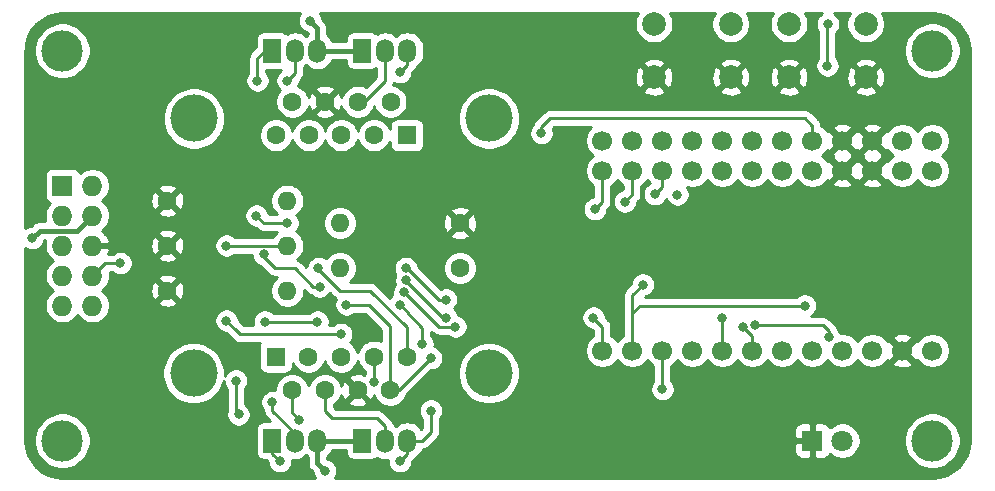
<source format=gbl>
%TF.GenerationSoftware,KiCad,Pcbnew,(5.1.8)-1*%
%TF.CreationDate,2021-02-24T16:03:49+01:00*%
%TF.ProjectId,C64 Joystick Adapter,43363420-4a6f-4797-9374-69636b204164,rev?*%
%TF.SameCoordinates,Original*%
%TF.FileFunction,Copper,L2,Bot*%
%TF.FilePolarity,Positive*%
%FSLAX46Y46*%
G04 Gerber Fmt 4.6, Leading zero omitted, Abs format (unit mm)*
G04 Created by KiCad (PCBNEW (5.1.8)-1) date 2021-02-24 16:03:49*
%MOMM*%
%LPD*%
G01*
G04 APERTURE LIST*
%TA.AperFunction,ComponentPad*%
%ADD10C,4.000000*%
%TD*%
%TA.AperFunction,ComponentPad*%
%ADD11C,1.600000*%
%TD*%
%TA.AperFunction,ComponentPad*%
%ADD12R,1.600000X1.600000*%
%TD*%
%TA.AperFunction,ComponentPad*%
%ADD13O,1.600000X1.600000*%
%TD*%
%TA.AperFunction,ComponentPad*%
%ADD14C,1.700000*%
%TD*%
%TA.AperFunction,ComponentPad*%
%ADD15C,3.500000*%
%TD*%
%TA.AperFunction,ComponentPad*%
%ADD16R,1.800000X1.800000*%
%TD*%
%TA.AperFunction,ComponentPad*%
%ADD17C,1.800000*%
%TD*%
%TA.AperFunction,ComponentPad*%
%ADD18R,1.727200X1.727200*%
%TD*%
%TA.AperFunction,ComponentPad*%
%ADD19O,1.727200X1.727200*%
%TD*%
%TA.AperFunction,ComponentPad*%
%ADD20C,2.000000*%
%TD*%
%TA.AperFunction,SMDPad,CuDef*%
%ADD21O,1.500000X2.000000*%
%TD*%
%TA.AperFunction,SMDPad,CuDef*%
%ADD22R,1.500000X2.000000*%
%TD*%
%TA.AperFunction,ViaPad*%
%ADD23C,0.800000*%
%TD*%
%TA.AperFunction,Conductor*%
%ADD24C,0.250000*%
%TD*%
%TA.AperFunction,Conductor*%
%ADD25C,0.381000*%
%TD*%
%TA.AperFunction,Conductor*%
%ADD26C,0.254000*%
%TD*%
%TA.AperFunction,Conductor*%
%ADD27C,0.100000*%
%TD*%
G04 APERTURE END LIST*
D10*
%TO.P,J1,0*%
%TO.N,N/C*%
X110820000Y-81310000D03*
X135820000Y-81310000D03*
D11*
%TO.P,J1,9*%
%TO.N,POT_AX*%
X119165000Y-79890000D03*
%TO.P,J1,8*%
%TO.N,GND*%
X121935000Y-79890000D03*
%TO.P,J1,7*%
%TO.N,Net-(J1-Pad7)*%
X124705000Y-79890000D03*
%TO.P,J1,6*%
%TO.N,P1_FIRE*%
X127475000Y-79890000D03*
%TO.P,J1,5*%
%TO.N,Net-(J1-Pad5)*%
X117780000Y-82730000D03*
%TO.P,J1,4*%
%TO.N,P1_RIGHT*%
X120550000Y-82730000D03*
%TO.P,J1,3*%
%TO.N,P1_LEFT*%
X123320000Y-82730000D03*
%TO.P,J1,2*%
%TO.N,P1_DOWN*%
X126090000Y-82730000D03*
D12*
%TO.P,J1,1*%
%TO.N,P1_UP*%
X128860000Y-82730000D03*
%TD*%
D11*
%TO.P,R4,1*%
%TO.N,GND*%
X133350000Y-90170000D03*
D13*
%TO.P,R4,2*%
%TO.N,POT_AX*%
X123190000Y-90170000D03*
%TD*%
D14*
%TO.P,A1,12*%
%TO.N,P2_RIGHT*%
X145415000Y-85725000D03*
%TO.P,A1,11*%
%TO.N,P2_LEFT*%
X147955000Y-85725000D03*
%TO.P,A1,10*%
%TO.N,P2_DOWN*%
X150495000Y-85725000D03*
%TO.P,A1,9*%
%TO.N,P2_UP*%
X153035000Y-85725000D03*
%TO.P,A1,8*%
%TO.N,P1_RIGHT*%
X155575000Y-85725000D03*
%TO.P,A1,7*%
%TO.N,P1_LEFT*%
X158115000Y-85725000D03*
%TO.P,A1,6*%
%TO.N,P1_DOWN*%
X160655000Y-85725000D03*
%TO.P,A1,5*%
%TO.N,P1_UP*%
X163195000Y-85725000D03*
%TO.P,A1,4*%
%TO.N,GND*%
X165735000Y-85725000D03*
%TO.P,A1,3*%
X168275000Y-85725000D03*
%TO.P,A1,2*%
%TO.N,Net-(A1-Pad2)*%
X170815000Y-85725000D03*
%TO.P,A1,1*%
%TO.N,Net-(A1-Pad1)*%
X173355000Y-85725000D03*
%TO.P,A1,2*%
%TO.N,Net-(A1-Pad2)*%
X170815000Y-83185000D03*
%TO.P,A1,3*%
%TO.N,GND*%
X168275000Y-83185000D03*
%TO.P,A1,4*%
X165735000Y-83185000D03*
%TO.P,A1,5*%
%TO.N,P1_UP*%
X163195000Y-83185000D03*
%TO.P,A1,6*%
%TO.N,P1_DOWN*%
X160655000Y-83185000D03*
%TO.P,A1,7*%
%TO.N,P1_LEFT*%
X158115000Y-83185000D03*
%TO.P,A1,8*%
%TO.N,P1_RIGHT*%
X155575000Y-83185000D03*
%TO.P,A1,9*%
%TO.N,P2_UP*%
X153035000Y-83185000D03*
%TO.P,A1,10*%
%TO.N,P2_DOWN*%
X150495000Y-83185000D03*
%TO.P,A1,11*%
%TO.N,P2_LEFT*%
X147955000Y-83185000D03*
%TO.P,A1,12*%
%TO.N,P2_RIGHT*%
X145415000Y-83185000D03*
%TO.P,A1,13*%
%TO.N,Net-(A1-Pad13)*%
X145415000Y-100965000D03*
%TO.P,A1,14*%
%TO.N,Net-(A1-Pad14)*%
X147955000Y-100965000D03*
%TO.P,A1,15*%
%TO.N,P2_FIRE*%
X150495000Y-100965000D03*
%TO.P,A1,16*%
%TO.N,P1_FIRE*%
X153035000Y-100965000D03*
%TO.P,A1,17*%
%TO.N,POT_AX*%
X155575000Y-100965000D03*
%TO.P,A1,18*%
%TO.N,POT_AY*%
X158115000Y-100965000D03*
%TO.P,A1,19*%
%TO.N,POT_BX*%
X160655000Y-100965000D03*
%TO.P,A1,20*%
%TO.N,POT_BY*%
X163195000Y-100965000D03*
%TO.P,A1,21*%
%TO.N,VCC*%
X165735000Y-100965000D03*
%TO.P,A1,22*%
%TO.N,Net-(A1-Pad22)*%
X168275000Y-100965000D03*
%TO.P,A1,23*%
%TO.N,GND*%
X170815000Y-100965000D03*
%TO.P,A1,24*%
%TO.N,N/C*%
X173355000Y-100965000D03*
%TO.P,A1,1*%
%TO.N,Net-(A1-Pad1)*%
X173355000Y-83185000D03*
%TD*%
D13*
%TO.P,R5,2*%
%TO.N,Net-(A1-Pad13)*%
X123190000Y-93980000D03*
D11*
%TO.P,R5,1*%
%TO.N,Net-(D1-Pad2)*%
X133350000Y-93980000D03*
%TD*%
D12*
%TO.P,J2,1*%
%TO.N,P2_UP*%
X117760000Y-101470000D03*
D11*
%TO.P,J2,2*%
%TO.N,P2_DOWN*%
X120530000Y-101470000D03*
%TO.P,J2,3*%
%TO.N,P2_LEFT*%
X123300000Y-101470000D03*
%TO.P,J2,4*%
%TO.N,P2_RIGHT*%
X126070000Y-101470000D03*
%TO.P,J2,5*%
%TO.N,Net-(J2-Pad5)*%
X128840000Y-101470000D03*
%TO.P,J2,6*%
%TO.N,P2_FIRE*%
X119145000Y-104310000D03*
%TO.P,J2,7*%
%TO.N,Net-(J2-Pad7)*%
X121915000Y-104310000D03*
%TO.P,J2,8*%
%TO.N,GND*%
X124685000Y-104310000D03*
%TO.P,J2,9*%
%TO.N,POT_BX*%
X127455000Y-104310000D03*
D10*
%TO.P,J2,0*%
%TO.N,N/C*%
X110800000Y-102890000D03*
X135800000Y-102890000D03*
%TD*%
D15*
%TO.P,M1,1*%
%TO.N,N/C*%
X99695000Y-108585000D03*
%TD*%
%TO.P,M2,1*%
%TO.N,N/C*%
X173355000Y-75565000D03*
%TD*%
%TO.P,M3,1*%
%TO.N,N/C*%
X99695000Y-75565000D03*
%TD*%
%TO.P,M4,1*%
%TO.N,N/C*%
X173355000Y-108585000D03*
%TD*%
D11*
%TO.P,R1,1*%
%TO.N,GND*%
X108585000Y-88265000D03*
D13*
%TO.P,R1,2*%
%TO.N,Net-(J2-Pad5)*%
X118745000Y-88265000D03*
%TD*%
D11*
%TO.P,R2,1*%
%TO.N,GND*%
X108585000Y-92075000D03*
D13*
%TO.P,R2,2*%
%TO.N,POT_BX*%
X118745000Y-92075000D03*
%TD*%
%TO.P,R3,2*%
%TO.N,Net-(J1-Pad5)*%
X118745000Y-95885000D03*
D11*
%TO.P,R3,1*%
%TO.N,GND*%
X108585000Y-95885000D03*
%TD*%
D16*
%TO.P,D1,1*%
%TO.N,GND*%
X163195000Y-108585000D03*
D17*
%TO.P,D1,2*%
%TO.N,Net-(D1-Pad2)*%
X165735000Y-108585000D03*
%TD*%
D18*
%TO.P,J3,1*%
%TO.N,P2_UP*%
X99695000Y-86995000D03*
D19*
%TO.P,J3,2*%
%TO.N,P2_DOWN*%
X99695000Y-89535000D03*
%TO.P,J3,3*%
%TO.N,P2_LEFT*%
X99695000Y-92075000D03*
%TO.P,J3,4*%
%TO.N,P2_RIGHT*%
X99695000Y-94615000D03*
%TO.P,J3,5*%
%TO.N,POT_BY*%
X99695000Y-97155000D03*
%TO.P,J3,6*%
%TO.N,P2_FIRE*%
X102235000Y-86995000D03*
%TO.P,J3,7*%
%TO.N,VCC*%
X102235000Y-89535000D03*
%TO.P,J3,8*%
%TO.N,GND*%
X102235000Y-92075000D03*
%TO.P,J3,9*%
%TO.N,POT_BX*%
X102235000Y-94615000D03*
%TO.P,J3,10*%
%TO.N,N/C*%
X102235000Y-97155000D03*
%TD*%
D20*
%TO.P,SW1,2*%
%TO.N,GND*%
X149785000Y-77815000D03*
%TO.P,SW1,1*%
%TO.N,Net-(A1-Pad22)*%
X149785000Y-73315000D03*
%TO.P,SW1,2*%
%TO.N,GND*%
X156285000Y-77815000D03*
%TO.P,SW1,1*%
%TO.N,Net-(A1-Pad22)*%
X156285000Y-73315000D03*
%TD*%
%TO.P,SW2,1*%
%TO.N,Net-(A1-Pad14)*%
X167715000Y-73315000D03*
%TO.P,SW2,2*%
%TO.N,GND*%
X167715000Y-77815000D03*
%TO.P,SW2,1*%
%TO.N,Net-(A1-Pad14)*%
X161215000Y-73315000D03*
%TO.P,SW2,2*%
%TO.N,GND*%
X161215000Y-77815000D03*
%TD*%
D21*
%TO.P,JP1,3*%
%TO.N,VCC*%
X121285000Y-108585000D03*
%TO.P,JP1,2*%
%TO.N,Net-(J2-Pad5)*%
X119380000Y-108585000D03*
D22*
%TO.P,JP1,1*%
%TO.N,POT_BY*%
X117475000Y-108585000D03*
%TD*%
%TO.P,JP3,1*%
%TO.N,VCC*%
X125095000Y-108585000D03*
D21*
%TO.P,JP3,2*%
%TO.N,Net-(J2-Pad7)*%
X127000000Y-108585000D03*
%TO.P,JP3,3*%
%TO.N,POT_BY*%
X128905000Y-108585000D03*
%TD*%
D22*
%TO.P,JP2,1*%
%TO.N,POT_AY*%
X117475000Y-75565000D03*
D21*
%TO.P,JP2,2*%
%TO.N,Net-(J1-Pad5)*%
X119380000Y-75565000D03*
%TO.P,JP2,3*%
%TO.N,VCC*%
X121285000Y-75565000D03*
%TD*%
%TO.P,JP4,3*%
%TO.N,POT_AY*%
X128905000Y-75565000D03*
%TO.P,JP4,2*%
%TO.N,Net-(J1-Pad7)*%
X127000000Y-75565000D03*
D22*
%TO.P,JP4,1*%
%TO.N,VCC*%
X125095000Y-75565000D03*
%TD*%
D23*
%TO.N,POT_AX*%
X128778000Y-93980000D03*
X132170000Y-96647000D03*
X155575000Y-98245000D03*
%TO.N,VCC*%
X97155000Y-91440000D03*
X120650000Y-73025000D03*
X121920000Y-111125000D03*
%TO.N,POT_AY*%
X121472152Y-95554847D03*
X128651000Y-96012000D03*
X157353000Y-98970000D03*
X132969000Y-98933000D03*
X116749990Y-92800000D03*
X128270000Y-77380000D03*
X116205000Y-78105000D03*
%TO.N,P1_UP*%
X140245000Y-82550000D03*
%TO.N,P2_DOWN*%
X149860000Y-87720000D03*
X116840000Y-98515000D03*
X121285000Y-98515000D03*
%TO.N,P2_LEFT*%
X147320000Y-88355000D03*
X113575000Y-98425000D03*
X123300000Y-99575000D03*
%TO.N,P2_RIGHT*%
X144780000Y-88990000D03*
X126111000Y-103595010D03*
%TO.N,POT_BY*%
X128270000Y-97065000D03*
X130175000Y-100420000D03*
X116115000Y-89535000D03*
X118745000Y-90170000D03*
X130900001Y-106045000D03*
X118110000Y-110334500D03*
X128270000Y-110334500D03*
%TO.N,P2_FIRE*%
X119761000Y-106807000D03*
X150495000Y-104230000D03*
X114390000Y-103505000D03*
X114617512Y-106362512D03*
%TO.N,POT_BX*%
X113575000Y-92075000D03*
X104607655Y-93549335D03*
X123734999Y-97064999D03*
X130900000Y-101600000D03*
%TO.N,Net-(A1-Pad13)*%
X128815000Y-94996000D03*
X144653000Y-98171000D03*
X132207000Y-98171000D03*
%TO.N,Net-(D1-Pad2)*%
X164565154Y-99795154D03*
X158369000Y-98806000D03*
%TO.N,Net-(A1-Pad14)*%
X148844000Y-95377000D03*
X151765000Y-87757000D03*
X162560000Y-97155000D03*
X164465000Y-76835000D03*
X164501000Y-73315000D03*
%TO.N,Net-(J1-Pad5)*%
X118745000Y-78105000D03*
%TO.N,Net-(J2-Pad5)*%
X121375000Y-93980000D03*
X117475000Y-105320000D03*
%TD*%
D24*
%TO.N,POT_AX*%
X128778000Y-93980000D02*
X128905000Y-93980000D01*
X131572000Y-96647000D02*
X132170000Y-96647000D01*
X128905000Y-93980000D02*
X131572000Y-96647000D01*
X155575000Y-98245000D02*
X155575000Y-100965000D01*
D25*
%TO.N,VCC*%
X97155000Y-91440000D02*
X97790000Y-90805000D01*
X97790000Y-90805000D02*
X100965000Y-90805000D01*
X100965000Y-90805000D02*
X102235000Y-89535000D01*
X121285000Y-75565000D02*
X125095000Y-75565000D01*
X121285000Y-73660000D02*
X120650000Y-73025000D01*
X121285000Y-75565000D02*
X121285000Y-73660000D01*
X121285000Y-108585000D02*
X125095000Y-108585000D01*
X121285000Y-110490000D02*
X121920000Y-111125000D01*
X121285000Y-108585000D02*
X121285000Y-110490000D01*
D24*
%TO.N,POT_AY*%
X158115000Y-100965000D02*
X158115000Y-99732000D01*
X158115000Y-99732000D02*
X157353000Y-98970000D01*
X129540000Y-96901000D02*
X128651000Y-96012000D01*
X131572000Y-98933000D02*
X129540000Y-96901000D01*
X132969000Y-98933000D02*
X131572000Y-98933000D01*
X116749990Y-93027495D02*
X116749990Y-92800000D01*
X117702495Y-93980000D02*
X116749990Y-93027495D01*
X119380000Y-93980000D02*
X117702495Y-93980000D01*
X120954847Y-95554847D02*
X119380000Y-93980000D01*
X121472152Y-95554847D02*
X120954847Y-95554847D01*
X116840000Y-75565000D02*
X117475000Y-75565000D01*
X116205000Y-76200000D02*
X116840000Y-75565000D01*
X116205000Y-76835000D02*
X116205000Y-76200000D01*
X128905000Y-76745000D02*
X128270000Y-77380000D01*
X128905000Y-75565000D02*
X128905000Y-76745000D01*
X116205000Y-76835000D02*
X116205000Y-78105000D01*
%TO.N,P1_UP*%
X140245000Y-82005000D02*
X140245000Y-82550000D01*
X140970000Y-81280000D02*
X140245000Y-82005000D01*
X162560000Y-81280000D02*
X140970000Y-81280000D01*
X163195000Y-81915000D02*
X162560000Y-81280000D01*
X163195000Y-83185000D02*
X163195000Y-81915000D01*
%TO.N,P2_DOWN*%
X149860000Y-87720000D02*
X150495000Y-87085000D01*
X150495000Y-86995000D02*
X150495000Y-85725000D01*
X150495000Y-87085000D02*
X150495000Y-86995000D01*
X116840000Y-98515000D02*
X121285000Y-98515000D01*
%TO.N,P2_LEFT*%
X147955000Y-87720000D02*
X147955000Y-87630000D01*
X147320000Y-88355000D02*
X147955000Y-87720000D01*
X147955000Y-87630000D02*
X147955000Y-85725000D01*
X113575000Y-98425000D02*
X114390001Y-99240001D01*
X114725000Y-99575000D02*
X114390001Y-99240001D01*
X123300000Y-99575000D02*
X114725000Y-99575000D01*
%TO.N,P2_RIGHT*%
X145415000Y-88355000D02*
X145415000Y-88265000D01*
X144780000Y-88990000D02*
X145415000Y-88355000D01*
X145415000Y-88265000D02*
X145415000Y-85725000D01*
X126070000Y-103554010D02*
X126111000Y-103595010D01*
X126070000Y-101470000D02*
X126070000Y-103554010D01*
%TO.N,POT_BY*%
X128270000Y-97065000D02*
X128840000Y-97635000D01*
X128840000Y-97635000D02*
X128840000Y-97725000D01*
X130175000Y-99060000D02*
X130175000Y-100420000D01*
X128840000Y-97725000D02*
X130175000Y-99060000D01*
X116750000Y-90170000D02*
X118745000Y-90170000D01*
X116115000Y-89535000D02*
X116750000Y-90170000D01*
X130900001Y-106045000D02*
X130900001Y-107859999D01*
X130175000Y-108585000D02*
X128905000Y-108585000D01*
X130900001Y-107859999D02*
X130175000Y-108585000D01*
X117475000Y-109699500D02*
X118110000Y-110334500D01*
X117475000Y-108585000D02*
X117475000Y-109699500D01*
X128905000Y-109699500D02*
X128905000Y-108585000D01*
X128270000Y-110334500D02*
X128905000Y-109699500D01*
%TO.N,P2_FIRE*%
X119145000Y-106191000D02*
X119761000Y-106807000D01*
X119145000Y-104310000D02*
X119145000Y-106191000D01*
X150495000Y-104230000D02*
X150495000Y-100965000D01*
X114390000Y-103505000D02*
X114390000Y-106135000D01*
X114390000Y-106135000D02*
X114617512Y-106362512D01*
%TO.N,POT_BX*%
X118745000Y-92075000D02*
X113575000Y-92075000D01*
X103300665Y-93549335D02*
X102235000Y-94615000D01*
X104607655Y-93549335D02*
X103300665Y-93549335D01*
X125639999Y-97064999D02*
X123734999Y-97064999D01*
X127455000Y-98880000D02*
X125639999Y-97064999D01*
X127455000Y-104310000D02*
X127455000Y-98880000D01*
X128190000Y-104310000D02*
X130900000Y-101600000D01*
X127455000Y-104310000D02*
X128190000Y-104310000D01*
%TO.N,Net-(A1-Pad13)*%
X145415000Y-98933000D02*
X145415000Y-100965000D01*
X144653000Y-98171000D02*
X145415000Y-98933000D01*
X128815000Y-95033000D02*
X128815000Y-94996000D01*
X131953000Y-98171000D02*
X128815000Y-95033000D01*
X132207000Y-98171000D02*
X131953000Y-98171000D01*
%TO.N,Net-(D1-Pad2)*%
X164565154Y-99795154D02*
X164565154Y-99287154D01*
X164084000Y-98806000D02*
X163322000Y-98806000D01*
X164565154Y-99287154D02*
X164084000Y-98806000D01*
X163322000Y-98806000D02*
X158369000Y-98806000D01*
%TO.N,Net-(A1-Pad14)*%
X147955000Y-96266000D02*
X148844000Y-95377000D01*
X147955000Y-100965000D02*
X147955000Y-97790000D01*
X147955000Y-97790000D02*
X147955000Y-96266000D01*
X148590000Y-97155000D02*
X162560000Y-97155000D01*
X147955000Y-97790000D02*
X148590000Y-97155000D01*
X164465000Y-73351000D02*
X164501000Y-73315000D01*
X164465000Y-76835000D02*
X164465000Y-73351000D01*
%TO.N,Net-(J1-Pad7)*%
X125215000Y-79890000D02*
X124705000Y-79890000D01*
X127000000Y-78105000D02*
X125215000Y-79890000D01*
X127000000Y-75565000D02*
X127000000Y-78105000D01*
%TO.N,Net-(J1-Pad5)*%
X119380000Y-77470000D02*
X118745000Y-78105000D01*
X119380000Y-75565000D02*
X119380000Y-77470000D01*
%TO.N,Net-(J2-Pad5)*%
X123190000Y-95885000D02*
X121375000Y-94070000D01*
X121375000Y-94070000D02*
X121375000Y-93980000D01*
X125730000Y-95885000D02*
X123190000Y-95885000D01*
X128840000Y-98995000D02*
X125730000Y-95885000D01*
X128840000Y-101470000D02*
X128840000Y-98995000D01*
X119380000Y-107950000D02*
X119380000Y-108585000D01*
X117475000Y-106045000D02*
X119380000Y-107950000D01*
X117475000Y-105410000D02*
X117475000Y-105320000D01*
X117475000Y-105410000D02*
X117475000Y-106045000D01*
%TO.N,Net-(J2-Pad7)*%
X121915000Y-104310000D02*
X121915000Y-106040000D01*
X121915000Y-106040000D02*
X122555000Y-106680000D01*
X122555000Y-106680000D02*
X126365000Y-106680000D01*
X127000000Y-107315000D02*
X127000000Y-108585000D01*
X126365000Y-106680000D02*
X127000000Y-107315000D01*
%TD*%
D26*
%TO.N,GND*%
X119732795Y-72534744D02*
X119654774Y-72723102D01*
X119615000Y-72923061D01*
X119615000Y-73126939D01*
X119654774Y-73326898D01*
X119732795Y-73515256D01*
X119846063Y-73684774D01*
X119990226Y-73828937D01*
X120159744Y-73942205D01*
X120348102Y-74020226D01*
X120459501Y-74042384D01*
X120459501Y-74200775D01*
X120332501Y-74305001D01*
X120153188Y-74157843D01*
X119912581Y-74029236D01*
X119651507Y-73950040D01*
X119380000Y-73923299D01*
X119108494Y-73950040D01*
X118847420Y-74029236D01*
X118680148Y-74118644D01*
X118676185Y-74113815D01*
X118579494Y-74034463D01*
X118469180Y-73975498D01*
X118349482Y-73939188D01*
X118225000Y-73926928D01*
X116725000Y-73926928D01*
X116600518Y-73939188D01*
X116480820Y-73975498D01*
X116370506Y-74034463D01*
X116273815Y-74113815D01*
X116194463Y-74210506D01*
X116135498Y-74320820D01*
X116099188Y-74440518D01*
X116086928Y-74565000D01*
X116086928Y-75243270D01*
X115693998Y-75636201D01*
X115665000Y-75659999D01*
X115641202Y-75688997D01*
X115641201Y-75688998D01*
X115570026Y-75775724D01*
X115529089Y-75852312D01*
X115499454Y-75907753D01*
X115455997Y-76051014D01*
X115445000Y-76162667D01*
X115445000Y-76162678D01*
X115441324Y-76200000D01*
X115445000Y-76237322D01*
X115445000Y-77401289D01*
X115401063Y-77445226D01*
X115287795Y-77614744D01*
X115209774Y-77803102D01*
X115170000Y-78003061D01*
X115170000Y-78206939D01*
X115209774Y-78406898D01*
X115287795Y-78595256D01*
X115401063Y-78764774D01*
X115545226Y-78908937D01*
X115714744Y-79022205D01*
X115903102Y-79100226D01*
X116103061Y-79140000D01*
X116306939Y-79140000D01*
X116506898Y-79100226D01*
X116695256Y-79022205D01*
X116864774Y-78908937D01*
X117008937Y-78764774D01*
X117122205Y-78595256D01*
X117200226Y-78406898D01*
X117240000Y-78206939D01*
X117240000Y-78003061D01*
X117200226Y-77803102D01*
X117122205Y-77614744D01*
X117008937Y-77445226D01*
X116965000Y-77401289D01*
X116965000Y-77203072D01*
X118225000Y-77203072D01*
X118233070Y-77202277D01*
X118085226Y-77301063D01*
X117941063Y-77445226D01*
X117827795Y-77614744D01*
X117749774Y-77803102D01*
X117710000Y-78003061D01*
X117710000Y-78206939D01*
X117749774Y-78406898D01*
X117827795Y-78595256D01*
X117941063Y-78764774D01*
X118085226Y-78908937D01*
X118104074Y-78921530D01*
X118050363Y-78975241D01*
X117893320Y-79210273D01*
X117785147Y-79471426D01*
X117730000Y-79748665D01*
X117730000Y-80031335D01*
X117785147Y-80308574D01*
X117893320Y-80569727D01*
X118050363Y-80804759D01*
X118250241Y-81004637D01*
X118485273Y-81161680D01*
X118746426Y-81269853D01*
X119023665Y-81325000D01*
X119306335Y-81325000D01*
X119583574Y-81269853D01*
X119844727Y-81161680D01*
X120079759Y-81004637D01*
X120201694Y-80882702D01*
X121121903Y-80882702D01*
X121193486Y-81126671D01*
X121448996Y-81247571D01*
X121723184Y-81316300D01*
X122005512Y-81330217D01*
X122285130Y-81288787D01*
X122551292Y-81193603D01*
X122676514Y-81126671D01*
X122748097Y-80882702D01*
X121935000Y-80069605D01*
X121121903Y-80882702D01*
X120201694Y-80882702D01*
X120279637Y-80804759D01*
X120436680Y-80569727D01*
X120544853Y-80308574D01*
X120550513Y-80280118D01*
X120631397Y-80506292D01*
X120698329Y-80631514D01*
X120942298Y-80703097D01*
X121755395Y-79890000D01*
X120942298Y-79076903D01*
X120698329Y-79148486D01*
X120577429Y-79403996D01*
X120551788Y-79506289D01*
X120544853Y-79471426D01*
X120436680Y-79210273D01*
X120279637Y-78975241D01*
X120201694Y-78897298D01*
X121121903Y-78897298D01*
X121935000Y-79710395D01*
X122748097Y-78897298D01*
X122676514Y-78653329D01*
X122421004Y-78532429D01*
X122146816Y-78463700D01*
X121864488Y-78449783D01*
X121584870Y-78491213D01*
X121318708Y-78586397D01*
X121193486Y-78653329D01*
X121121903Y-78897298D01*
X120201694Y-78897298D01*
X120079759Y-78775363D01*
X119844727Y-78618320D01*
X119680780Y-78550411D01*
X119740226Y-78406898D01*
X119780000Y-78206939D01*
X119780000Y-78144802D01*
X119891002Y-78033800D01*
X119920001Y-78010001D01*
X120014974Y-77894276D01*
X120085546Y-77762247D01*
X120129003Y-77618986D01*
X120140000Y-77507333D01*
X120143677Y-77470000D01*
X120140000Y-77432667D01*
X120140000Y-76979206D01*
X120153187Y-76972157D01*
X120332500Y-76824998D01*
X120511812Y-76972157D01*
X120752419Y-77100764D01*
X121013493Y-77179960D01*
X121285000Y-77206701D01*
X121556506Y-77179960D01*
X121817580Y-77100764D01*
X122058187Y-76972157D01*
X122269080Y-76799081D01*
X122442157Y-76588188D01*
X122547823Y-76390500D01*
X123706928Y-76390500D01*
X123706928Y-76565000D01*
X123719188Y-76689482D01*
X123755498Y-76809180D01*
X123814463Y-76919494D01*
X123893815Y-77016185D01*
X123990506Y-77095537D01*
X124100820Y-77154502D01*
X124220518Y-77190812D01*
X124345000Y-77203072D01*
X125845000Y-77203072D01*
X125969482Y-77190812D01*
X126089180Y-77154502D01*
X126199494Y-77095537D01*
X126240001Y-77062294D01*
X126240001Y-77790197D01*
X125401003Y-78629195D01*
X125384727Y-78618320D01*
X125123574Y-78510147D01*
X124846335Y-78455000D01*
X124563665Y-78455000D01*
X124286426Y-78510147D01*
X124025273Y-78618320D01*
X123790241Y-78775363D01*
X123590363Y-78975241D01*
X123433320Y-79210273D01*
X123325147Y-79471426D01*
X123319487Y-79499882D01*
X123238603Y-79273708D01*
X123171671Y-79148486D01*
X122927702Y-79076903D01*
X122114605Y-79890000D01*
X122927702Y-80703097D01*
X123171671Y-80631514D01*
X123292571Y-80376004D01*
X123318212Y-80273711D01*
X123325147Y-80308574D01*
X123433320Y-80569727D01*
X123590363Y-80804759D01*
X123790241Y-81004637D01*
X124025273Y-81161680D01*
X124286426Y-81269853D01*
X124563665Y-81325000D01*
X124846335Y-81325000D01*
X125123574Y-81269853D01*
X125384727Y-81161680D01*
X125619759Y-81004637D01*
X125819637Y-80804759D01*
X125976680Y-80569727D01*
X126084853Y-80308574D01*
X126090000Y-80282699D01*
X126095147Y-80308574D01*
X126203320Y-80569727D01*
X126360363Y-80804759D01*
X126560241Y-81004637D01*
X126795273Y-81161680D01*
X127056426Y-81269853D01*
X127333665Y-81325000D01*
X127616335Y-81325000D01*
X127893574Y-81269853D01*
X128154727Y-81161680D01*
X128321157Y-81050475D01*
X133185000Y-81050475D01*
X133185000Y-81569525D01*
X133286261Y-82078601D01*
X133484893Y-82558141D01*
X133773262Y-82989715D01*
X134140285Y-83356738D01*
X134571859Y-83645107D01*
X135051399Y-83843739D01*
X135560475Y-83945000D01*
X136079525Y-83945000D01*
X136588601Y-83843739D01*
X137068141Y-83645107D01*
X137499715Y-83356738D01*
X137866738Y-82989715D01*
X138155107Y-82558141D01*
X138200703Y-82448061D01*
X139210000Y-82448061D01*
X139210000Y-82651939D01*
X139249774Y-82851898D01*
X139327795Y-83040256D01*
X139441063Y-83209774D01*
X139585226Y-83353937D01*
X139754744Y-83467205D01*
X139943102Y-83545226D01*
X140143061Y-83585000D01*
X140346939Y-83585000D01*
X140546898Y-83545226D01*
X140735256Y-83467205D01*
X140904774Y-83353937D01*
X141048937Y-83209774D01*
X141162205Y-83040256D01*
X141240226Y-82851898D01*
X141280000Y-82651939D01*
X141280000Y-82448061D01*
X141240226Y-82248102D01*
X141192330Y-82132472D01*
X141284802Y-82040000D01*
X144459893Y-82040000D01*
X144261525Y-82238368D01*
X144099010Y-82481589D01*
X143987068Y-82751842D01*
X143930000Y-83038740D01*
X143930000Y-83331260D01*
X143987068Y-83618158D01*
X144099010Y-83888411D01*
X144261525Y-84131632D01*
X144468368Y-84338475D01*
X144642760Y-84455000D01*
X144468368Y-84571525D01*
X144261525Y-84778368D01*
X144099010Y-85021589D01*
X143987068Y-85291842D01*
X143930000Y-85578740D01*
X143930000Y-85871260D01*
X143987068Y-86158158D01*
X144099010Y-86428411D01*
X144261525Y-86671632D01*
X144468368Y-86878475D01*
X144655000Y-87003179D01*
X144655000Y-87959587D01*
X144478102Y-87994774D01*
X144289744Y-88072795D01*
X144120226Y-88186063D01*
X143976063Y-88330226D01*
X143862795Y-88499744D01*
X143784774Y-88688102D01*
X143745000Y-88888061D01*
X143745000Y-89091939D01*
X143784774Y-89291898D01*
X143862795Y-89480256D01*
X143976063Y-89649774D01*
X144120226Y-89793937D01*
X144289744Y-89907205D01*
X144478102Y-89985226D01*
X144678061Y-90025000D01*
X144881939Y-90025000D01*
X145081898Y-89985226D01*
X145270256Y-89907205D01*
X145439774Y-89793937D01*
X145583937Y-89649774D01*
X145697205Y-89480256D01*
X145775226Y-89291898D01*
X145815000Y-89091939D01*
X145815000Y-89029802D01*
X145926004Y-88918798D01*
X145955001Y-88895001D01*
X146049974Y-88779276D01*
X146120546Y-88647247D01*
X146164003Y-88503986D01*
X146175000Y-88392333D01*
X146175000Y-88392332D01*
X146178677Y-88355000D01*
X146175000Y-88317667D01*
X146175000Y-87003178D01*
X146361632Y-86878475D01*
X146568475Y-86671632D01*
X146685000Y-86497240D01*
X146801525Y-86671632D01*
X147008368Y-86878475D01*
X147195000Y-87003179D01*
X147195000Y-87324587D01*
X147018102Y-87359774D01*
X146829744Y-87437795D01*
X146660226Y-87551063D01*
X146516063Y-87695226D01*
X146402795Y-87864744D01*
X146324774Y-88053102D01*
X146285000Y-88253061D01*
X146285000Y-88456939D01*
X146324774Y-88656898D01*
X146402795Y-88845256D01*
X146516063Y-89014774D01*
X146660226Y-89158937D01*
X146829744Y-89272205D01*
X147018102Y-89350226D01*
X147218061Y-89390000D01*
X147421939Y-89390000D01*
X147621898Y-89350226D01*
X147810256Y-89272205D01*
X147979774Y-89158937D01*
X148123937Y-89014774D01*
X148237205Y-88845256D01*
X148315226Y-88656898D01*
X148355000Y-88456939D01*
X148355000Y-88394802D01*
X148466004Y-88283798D01*
X148495001Y-88260001D01*
X148589974Y-88144276D01*
X148660546Y-88012247D01*
X148704003Y-87868986D01*
X148715000Y-87757333D01*
X148715000Y-87757332D01*
X148718677Y-87720000D01*
X148715000Y-87682667D01*
X148715000Y-87003178D01*
X148901632Y-86878475D01*
X149108475Y-86671632D01*
X149225000Y-86497240D01*
X149341525Y-86671632D01*
X149442536Y-86772643D01*
X149369744Y-86802795D01*
X149200226Y-86916063D01*
X149056063Y-87060226D01*
X148942795Y-87229744D01*
X148864774Y-87418102D01*
X148825000Y-87618061D01*
X148825000Y-87821939D01*
X148864774Y-88021898D01*
X148942795Y-88210256D01*
X149056063Y-88379774D01*
X149200226Y-88523937D01*
X149369744Y-88637205D01*
X149558102Y-88715226D01*
X149758061Y-88755000D01*
X149961939Y-88755000D01*
X150161898Y-88715226D01*
X150350256Y-88637205D01*
X150519774Y-88523937D01*
X150663937Y-88379774D01*
X150777205Y-88210256D01*
X150804837Y-88143547D01*
X150847795Y-88247256D01*
X150961063Y-88416774D01*
X151105226Y-88560937D01*
X151274744Y-88674205D01*
X151463102Y-88752226D01*
X151663061Y-88792000D01*
X151866939Y-88792000D01*
X152066898Y-88752226D01*
X152255256Y-88674205D01*
X152424774Y-88560937D01*
X152568937Y-88416774D01*
X152682205Y-88247256D01*
X152760226Y-88058898D01*
X152800000Y-87858939D01*
X152800000Y-87655061D01*
X152760226Y-87455102D01*
X152682205Y-87266744D01*
X152606820Y-87153922D01*
X152888740Y-87210000D01*
X153181260Y-87210000D01*
X153468158Y-87152932D01*
X153738411Y-87040990D01*
X153981632Y-86878475D01*
X154188475Y-86671632D01*
X154305000Y-86497240D01*
X154421525Y-86671632D01*
X154628368Y-86878475D01*
X154871589Y-87040990D01*
X155141842Y-87152932D01*
X155428740Y-87210000D01*
X155721260Y-87210000D01*
X156008158Y-87152932D01*
X156278411Y-87040990D01*
X156521632Y-86878475D01*
X156728475Y-86671632D01*
X156845000Y-86497240D01*
X156961525Y-86671632D01*
X157168368Y-86878475D01*
X157411589Y-87040990D01*
X157681842Y-87152932D01*
X157968740Y-87210000D01*
X158261260Y-87210000D01*
X158548158Y-87152932D01*
X158818411Y-87040990D01*
X159061632Y-86878475D01*
X159268475Y-86671632D01*
X159385000Y-86497240D01*
X159501525Y-86671632D01*
X159708368Y-86878475D01*
X159951589Y-87040990D01*
X160221842Y-87152932D01*
X160508740Y-87210000D01*
X160801260Y-87210000D01*
X161088158Y-87152932D01*
X161358411Y-87040990D01*
X161601632Y-86878475D01*
X161808475Y-86671632D01*
X161925000Y-86497240D01*
X162041525Y-86671632D01*
X162248368Y-86878475D01*
X162491589Y-87040990D01*
X162761842Y-87152932D01*
X163048740Y-87210000D01*
X163341260Y-87210000D01*
X163628158Y-87152932D01*
X163898411Y-87040990D01*
X164141632Y-86878475D01*
X164266710Y-86753397D01*
X164886208Y-86753397D01*
X164963843Y-87002472D01*
X165227883Y-87128371D01*
X165511411Y-87200339D01*
X165803531Y-87215611D01*
X166093019Y-87173599D01*
X166368747Y-87075919D01*
X166506157Y-87002472D01*
X166583792Y-86753397D01*
X167426208Y-86753397D01*
X167503843Y-87002472D01*
X167767883Y-87128371D01*
X168051411Y-87200339D01*
X168343531Y-87215611D01*
X168633019Y-87173599D01*
X168908747Y-87075919D01*
X169046157Y-87002472D01*
X169123792Y-86753397D01*
X168275000Y-85904605D01*
X167426208Y-86753397D01*
X166583792Y-86753397D01*
X165735000Y-85904605D01*
X164886208Y-86753397D01*
X164266710Y-86753397D01*
X164348475Y-86671632D01*
X164464311Y-86498271D01*
X164706603Y-86573792D01*
X165555395Y-85725000D01*
X165914605Y-85725000D01*
X166763397Y-86573792D01*
X167005000Y-86498486D01*
X167246603Y-86573792D01*
X168095395Y-85725000D01*
X167246603Y-84876208D01*
X167005000Y-84951514D01*
X166763397Y-84876208D01*
X165914605Y-85725000D01*
X165555395Y-85725000D01*
X164706603Y-84876208D01*
X164464311Y-84951729D01*
X164348475Y-84778368D01*
X164141632Y-84571525D01*
X163967240Y-84455000D01*
X164141632Y-84338475D01*
X164266710Y-84213397D01*
X164886208Y-84213397D01*
X164961514Y-84455000D01*
X164886208Y-84696603D01*
X165735000Y-85545395D01*
X166583792Y-84696603D01*
X166508486Y-84455000D01*
X166583792Y-84213397D01*
X167426208Y-84213397D01*
X167501514Y-84455000D01*
X167426208Y-84696603D01*
X168275000Y-85545395D01*
X169123792Y-84696603D01*
X169048486Y-84455000D01*
X169123792Y-84213397D01*
X168275000Y-83364605D01*
X167426208Y-84213397D01*
X166583792Y-84213397D01*
X165735000Y-83364605D01*
X164886208Y-84213397D01*
X164266710Y-84213397D01*
X164348475Y-84131632D01*
X164464311Y-83958271D01*
X164706603Y-84033792D01*
X165555395Y-83185000D01*
X165914605Y-83185000D01*
X166763397Y-84033792D01*
X167005000Y-83958486D01*
X167246603Y-84033792D01*
X168095395Y-83185000D01*
X168454605Y-83185000D01*
X169303397Y-84033792D01*
X169545689Y-83958271D01*
X169661525Y-84131632D01*
X169868368Y-84338475D01*
X170042760Y-84455000D01*
X169868368Y-84571525D01*
X169661525Y-84778368D01*
X169545689Y-84951729D01*
X169303397Y-84876208D01*
X168454605Y-85725000D01*
X169303397Y-86573792D01*
X169545689Y-86498271D01*
X169661525Y-86671632D01*
X169868368Y-86878475D01*
X170111589Y-87040990D01*
X170381842Y-87152932D01*
X170668740Y-87210000D01*
X170961260Y-87210000D01*
X171248158Y-87152932D01*
X171518411Y-87040990D01*
X171761632Y-86878475D01*
X171968475Y-86671632D01*
X172085000Y-86497240D01*
X172201525Y-86671632D01*
X172408368Y-86878475D01*
X172651589Y-87040990D01*
X172921842Y-87152932D01*
X173208740Y-87210000D01*
X173501260Y-87210000D01*
X173788158Y-87152932D01*
X174058411Y-87040990D01*
X174301632Y-86878475D01*
X174508475Y-86671632D01*
X174670990Y-86428411D01*
X174782932Y-86158158D01*
X174840000Y-85871260D01*
X174840000Y-85578740D01*
X174782932Y-85291842D01*
X174670990Y-85021589D01*
X174508475Y-84778368D01*
X174301632Y-84571525D01*
X174127240Y-84455000D01*
X174301632Y-84338475D01*
X174508475Y-84131632D01*
X174670990Y-83888411D01*
X174782932Y-83618158D01*
X174840000Y-83331260D01*
X174840000Y-83038740D01*
X174782932Y-82751842D01*
X174670990Y-82481589D01*
X174508475Y-82238368D01*
X174301632Y-82031525D01*
X174058411Y-81869010D01*
X173788158Y-81757068D01*
X173501260Y-81700000D01*
X173208740Y-81700000D01*
X172921842Y-81757068D01*
X172651589Y-81869010D01*
X172408368Y-82031525D01*
X172201525Y-82238368D01*
X172085000Y-82412760D01*
X171968475Y-82238368D01*
X171761632Y-82031525D01*
X171518411Y-81869010D01*
X171248158Y-81757068D01*
X170961260Y-81700000D01*
X170668740Y-81700000D01*
X170381842Y-81757068D01*
X170111589Y-81869010D01*
X169868368Y-82031525D01*
X169661525Y-82238368D01*
X169545689Y-82411729D01*
X169303397Y-82336208D01*
X168454605Y-83185000D01*
X168095395Y-83185000D01*
X167246603Y-82336208D01*
X167005000Y-82411514D01*
X166763397Y-82336208D01*
X165914605Y-83185000D01*
X165555395Y-83185000D01*
X164706603Y-82336208D01*
X164464311Y-82411729D01*
X164348475Y-82238368D01*
X164266710Y-82156603D01*
X164886208Y-82156603D01*
X165735000Y-83005395D01*
X166583792Y-82156603D01*
X167426208Y-82156603D01*
X168275000Y-83005395D01*
X169123792Y-82156603D01*
X169046157Y-81907528D01*
X168782117Y-81781629D01*
X168498589Y-81709661D01*
X168206469Y-81694389D01*
X167916981Y-81736401D01*
X167641253Y-81834081D01*
X167503843Y-81907528D01*
X167426208Y-82156603D01*
X166583792Y-82156603D01*
X166506157Y-81907528D01*
X166242117Y-81781629D01*
X165958589Y-81709661D01*
X165666469Y-81694389D01*
X165376981Y-81736401D01*
X165101253Y-81834081D01*
X164963843Y-81907528D01*
X164886208Y-82156603D01*
X164266710Y-82156603D01*
X164141632Y-82031525D01*
X163958074Y-81908875D01*
X163944003Y-81766014D01*
X163900546Y-81622753D01*
X163829974Y-81490724D01*
X163758799Y-81403997D01*
X163735001Y-81374999D01*
X163706002Y-81351200D01*
X163123803Y-80769002D01*
X163100001Y-80739999D01*
X162984276Y-80645026D01*
X162852247Y-80574454D01*
X162708986Y-80530997D01*
X162597333Y-80520000D01*
X162597322Y-80520000D01*
X162560000Y-80516324D01*
X162522678Y-80520000D01*
X141007323Y-80520000D01*
X140970000Y-80516324D01*
X140932677Y-80520000D01*
X140932667Y-80520000D01*
X140821014Y-80530997D01*
X140677753Y-80574454D01*
X140545724Y-80645026D01*
X140429999Y-80739999D01*
X140406201Y-80768998D01*
X139734002Y-81441197D01*
X139704999Y-81464999D01*
X139663965Y-81515000D01*
X139610026Y-81580724D01*
X139553851Y-81685820D01*
X139539454Y-81712754D01*
X139505020Y-81826269D01*
X139441063Y-81890226D01*
X139327795Y-82059744D01*
X139249774Y-82248102D01*
X139210000Y-82448061D01*
X138200703Y-82448061D01*
X138353739Y-82078601D01*
X138455000Y-81569525D01*
X138455000Y-81050475D01*
X138353739Y-80541399D01*
X138155107Y-80061859D01*
X137866738Y-79630285D01*
X137499715Y-79263262D01*
X137068141Y-78974893D01*
X137009042Y-78950413D01*
X148829192Y-78950413D01*
X148924956Y-79214814D01*
X149214571Y-79355704D01*
X149526108Y-79437384D01*
X149847595Y-79456718D01*
X150166675Y-79412961D01*
X150471088Y-79307795D01*
X150645044Y-79214814D01*
X150740808Y-78950413D01*
X155329192Y-78950413D01*
X155424956Y-79214814D01*
X155714571Y-79355704D01*
X156026108Y-79437384D01*
X156347595Y-79456718D01*
X156666675Y-79412961D01*
X156971088Y-79307795D01*
X157145044Y-79214814D01*
X157240808Y-78950413D01*
X160259192Y-78950413D01*
X160354956Y-79214814D01*
X160644571Y-79355704D01*
X160956108Y-79437384D01*
X161277595Y-79456718D01*
X161596675Y-79412961D01*
X161901088Y-79307795D01*
X162075044Y-79214814D01*
X162170808Y-78950413D01*
X166759192Y-78950413D01*
X166854956Y-79214814D01*
X167144571Y-79355704D01*
X167456108Y-79437384D01*
X167777595Y-79456718D01*
X168096675Y-79412961D01*
X168401088Y-79307795D01*
X168575044Y-79214814D01*
X168670808Y-78950413D01*
X167715000Y-77994605D01*
X166759192Y-78950413D01*
X162170808Y-78950413D01*
X161215000Y-77994605D01*
X160259192Y-78950413D01*
X157240808Y-78950413D01*
X156285000Y-77994605D01*
X155329192Y-78950413D01*
X150740808Y-78950413D01*
X149785000Y-77994605D01*
X148829192Y-78950413D01*
X137009042Y-78950413D01*
X136588601Y-78776261D01*
X136079525Y-78675000D01*
X135560475Y-78675000D01*
X135051399Y-78776261D01*
X134571859Y-78974893D01*
X134140285Y-79263262D01*
X133773262Y-79630285D01*
X133484893Y-80061859D01*
X133286261Y-80541399D01*
X133185000Y-81050475D01*
X128321157Y-81050475D01*
X128389759Y-81004637D01*
X128589637Y-80804759D01*
X128746680Y-80569727D01*
X128854853Y-80308574D01*
X128910000Y-80031335D01*
X128910000Y-79748665D01*
X128854853Y-79471426D01*
X128746680Y-79210273D01*
X128589637Y-78975241D01*
X128389759Y-78775363D01*
X128154727Y-78618320D01*
X127893574Y-78510147D01*
X127669069Y-78465490D01*
X127705546Y-78397247D01*
X127743283Y-78272843D01*
X127779744Y-78297205D01*
X127968102Y-78375226D01*
X128168061Y-78415000D01*
X128371939Y-78415000D01*
X128571898Y-78375226D01*
X128760256Y-78297205D01*
X128929774Y-78183937D01*
X129073937Y-78039774D01*
X129182301Y-77877595D01*
X148143282Y-77877595D01*
X148187039Y-78196675D01*
X148292205Y-78501088D01*
X148385186Y-78675044D01*
X148649587Y-78770808D01*
X149605395Y-77815000D01*
X149964605Y-77815000D01*
X150920413Y-78770808D01*
X151184814Y-78675044D01*
X151325704Y-78385429D01*
X151407384Y-78073892D01*
X151419189Y-77877595D01*
X154643282Y-77877595D01*
X154687039Y-78196675D01*
X154792205Y-78501088D01*
X154885186Y-78675044D01*
X155149587Y-78770808D01*
X156105395Y-77815000D01*
X156464605Y-77815000D01*
X157420413Y-78770808D01*
X157684814Y-78675044D01*
X157825704Y-78385429D01*
X157907384Y-78073892D01*
X157919189Y-77877595D01*
X159573282Y-77877595D01*
X159617039Y-78196675D01*
X159722205Y-78501088D01*
X159815186Y-78675044D01*
X160079587Y-78770808D01*
X161035395Y-77815000D01*
X161394605Y-77815000D01*
X162350413Y-78770808D01*
X162614814Y-78675044D01*
X162755704Y-78385429D01*
X162837384Y-78073892D01*
X162849189Y-77877595D01*
X166073282Y-77877595D01*
X166117039Y-78196675D01*
X166222205Y-78501088D01*
X166315186Y-78675044D01*
X166579587Y-78770808D01*
X167535395Y-77815000D01*
X167894605Y-77815000D01*
X168850413Y-78770808D01*
X169114814Y-78675044D01*
X169255704Y-78385429D01*
X169337384Y-78073892D01*
X169356718Y-77752405D01*
X169312961Y-77433325D01*
X169207795Y-77128912D01*
X169114814Y-76954956D01*
X168850413Y-76859192D01*
X167894605Y-77815000D01*
X167535395Y-77815000D01*
X166579587Y-76859192D01*
X166315186Y-76954956D01*
X166174296Y-77244571D01*
X166092616Y-77556108D01*
X166073282Y-77877595D01*
X162849189Y-77877595D01*
X162856718Y-77752405D01*
X162812961Y-77433325D01*
X162707795Y-77128912D01*
X162614814Y-76954956D01*
X162350413Y-76859192D01*
X161394605Y-77815000D01*
X161035395Y-77815000D01*
X160079587Y-76859192D01*
X159815186Y-76954956D01*
X159674296Y-77244571D01*
X159592616Y-77556108D01*
X159573282Y-77877595D01*
X157919189Y-77877595D01*
X157926718Y-77752405D01*
X157882961Y-77433325D01*
X157777795Y-77128912D01*
X157684814Y-76954956D01*
X157420413Y-76859192D01*
X156464605Y-77815000D01*
X156105395Y-77815000D01*
X155149587Y-76859192D01*
X154885186Y-76954956D01*
X154744296Y-77244571D01*
X154662616Y-77556108D01*
X154643282Y-77877595D01*
X151419189Y-77877595D01*
X151426718Y-77752405D01*
X151382961Y-77433325D01*
X151277795Y-77128912D01*
X151184814Y-76954956D01*
X150920413Y-76859192D01*
X149964605Y-77815000D01*
X149605395Y-77815000D01*
X148649587Y-76859192D01*
X148385186Y-76954956D01*
X148244296Y-77244571D01*
X148162616Y-77556108D01*
X148143282Y-77877595D01*
X129182301Y-77877595D01*
X129187205Y-77870256D01*
X129265226Y-77681898D01*
X129305000Y-77481939D01*
X129305000Y-77419802D01*
X129416002Y-77308800D01*
X129445001Y-77285001D01*
X129539974Y-77169276D01*
X129610546Y-77037247D01*
X129621022Y-77002712D01*
X129678187Y-76972157D01*
X129889080Y-76799081D01*
X129987147Y-76679587D01*
X148829192Y-76679587D01*
X149785000Y-77635395D01*
X150740808Y-76679587D01*
X155329192Y-76679587D01*
X156285000Y-77635395D01*
X157240808Y-76679587D01*
X160259192Y-76679587D01*
X161215000Y-77635395D01*
X162170808Y-76679587D01*
X162075044Y-76415186D01*
X161785429Y-76274296D01*
X161473892Y-76192616D01*
X161152405Y-76173282D01*
X160833325Y-76217039D01*
X160528912Y-76322205D01*
X160354956Y-76415186D01*
X160259192Y-76679587D01*
X157240808Y-76679587D01*
X157145044Y-76415186D01*
X156855429Y-76274296D01*
X156543892Y-76192616D01*
X156222405Y-76173282D01*
X155903325Y-76217039D01*
X155598912Y-76322205D01*
X155424956Y-76415186D01*
X155329192Y-76679587D01*
X150740808Y-76679587D01*
X150645044Y-76415186D01*
X150355429Y-76274296D01*
X150043892Y-76192616D01*
X149722405Y-76173282D01*
X149403325Y-76217039D01*
X149098912Y-76322205D01*
X148924956Y-76415186D01*
X148829192Y-76679587D01*
X129987147Y-76679587D01*
X130062157Y-76588188D01*
X130190764Y-76347581D01*
X130269960Y-76086507D01*
X130290000Y-75883037D01*
X130290000Y-75246964D01*
X130269960Y-75043494D01*
X130190764Y-74782420D01*
X130062157Y-74541812D01*
X129889081Y-74330919D01*
X129678188Y-74157843D01*
X129437581Y-74029236D01*
X129176507Y-73950040D01*
X128905000Y-73923299D01*
X128633494Y-73950040D01*
X128372420Y-74029236D01*
X128131813Y-74157843D01*
X127952501Y-74305001D01*
X127773188Y-74157843D01*
X127532581Y-74029236D01*
X127271507Y-73950040D01*
X127000000Y-73923299D01*
X126728494Y-73950040D01*
X126467420Y-74029236D01*
X126300148Y-74118644D01*
X126296185Y-74113815D01*
X126199494Y-74034463D01*
X126089180Y-73975498D01*
X125969482Y-73939188D01*
X125845000Y-73926928D01*
X124345000Y-73926928D01*
X124220518Y-73939188D01*
X124100820Y-73975498D01*
X123990506Y-74034463D01*
X123893815Y-74113815D01*
X123814463Y-74210506D01*
X123755498Y-74320820D01*
X123719188Y-74440518D01*
X123706928Y-74565000D01*
X123706928Y-74739500D01*
X122547823Y-74739500D01*
X122442157Y-74541812D01*
X122269081Y-74330919D01*
X122110500Y-74200774D01*
X122110500Y-73700550D01*
X122114494Y-73660000D01*
X122106619Y-73580041D01*
X122098556Y-73498174D01*
X122051353Y-73342566D01*
X122035906Y-73313667D01*
X121974699Y-73199157D01*
X121897392Y-73104958D01*
X121897389Y-73104955D01*
X121871541Y-73073459D01*
X121840044Y-73047610D01*
X121677428Y-72884995D01*
X121645226Y-72723102D01*
X121567205Y-72534744D01*
X121487195Y-72415000D01*
X148419963Y-72415000D01*
X148336082Y-72540537D01*
X148212832Y-72838088D01*
X148150000Y-73153967D01*
X148150000Y-73476033D01*
X148212832Y-73791912D01*
X148336082Y-74089463D01*
X148515013Y-74357252D01*
X148742748Y-74584987D01*
X149010537Y-74763918D01*
X149308088Y-74887168D01*
X149623967Y-74950000D01*
X149946033Y-74950000D01*
X150261912Y-74887168D01*
X150559463Y-74763918D01*
X150827252Y-74584987D01*
X151054987Y-74357252D01*
X151233918Y-74089463D01*
X151357168Y-73791912D01*
X151420000Y-73476033D01*
X151420000Y-73153967D01*
X151357168Y-72838088D01*
X151233918Y-72540537D01*
X151150037Y-72415000D01*
X154919963Y-72415000D01*
X154836082Y-72540537D01*
X154712832Y-72838088D01*
X154650000Y-73153967D01*
X154650000Y-73476033D01*
X154712832Y-73791912D01*
X154836082Y-74089463D01*
X155015013Y-74357252D01*
X155242748Y-74584987D01*
X155510537Y-74763918D01*
X155808088Y-74887168D01*
X156123967Y-74950000D01*
X156446033Y-74950000D01*
X156761912Y-74887168D01*
X157059463Y-74763918D01*
X157327252Y-74584987D01*
X157554987Y-74357252D01*
X157733918Y-74089463D01*
X157857168Y-73791912D01*
X157920000Y-73476033D01*
X157920000Y-73153967D01*
X157857168Y-72838088D01*
X157733918Y-72540537D01*
X157650037Y-72415000D01*
X159849963Y-72415000D01*
X159766082Y-72540537D01*
X159642832Y-72838088D01*
X159580000Y-73153967D01*
X159580000Y-73476033D01*
X159642832Y-73791912D01*
X159766082Y-74089463D01*
X159945013Y-74357252D01*
X160172748Y-74584987D01*
X160440537Y-74763918D01*
X160738088Y-74887168D01*
X161053967Y-74950000D01*
X161376033Y-74950000D01*
X161691912Y-74887168D01*
X161989463Y-74763918D01*
X162257252Y-74584987D01*
X162484987Y-74357252D01*
X162663918Y-74089463D01*
X162787168Y-73791912D01*
X162850000Y-73476033D01*
X162850000Y-73153967D01*
X162787168Y-72838088D01*
X162663918Y-72540537D01*
X162580037Y-72415000D01*
X163984995Y-72415000D01*
X163841226Y-72511063D01*
X163697063Y-72655226D01*
X163583795Y-72824744D01*
X163505774Y-73013102D01*
X163466000Y-73213061D01*
X163466000Y-73416939D01*
X163505774Y-73616898D01*
X163583795Y-73805256D01*
X163697063Y-73974774D01*
X163705001Y-73982712D01*
X163705000Y-76131289D01*
X163661063Y-76175226D01*
X163547795Y-76344744D01*
X163469774Y-76533102D01*
X163430000Y-76733061D01*
X163430000Y-76936939D01*
X163469774Y-77136898D01*
X163547795Y-77325256D01*
X163661063Y-77494774D01*
X163805226Y-77638937D01*
X163974744Y-77752205D01*
X164163102Y-77830226D01*
X164363061Y-77870000D01*
X164566939Y-77870000D01*
X164766898Y-77830226D01*
X164955256Y-77752205D01*
X165124774Y-77638937D01*
X165268937Y-77494774D01*
X165382205Y-77325256D01*
X165460226Y-77136898D01*
X165500000Y-76936939D01*
X165500000Y-76733061D01*
X165489364Y-76679587D01*
X166759192Y-76679587D01*
X167715000Y-77635395D01*
X168670808Y-76679587D01*
X168575044Y-76415186D01*
X168285429Y-76274296D01*
X167973892Y-76192616D01*
X167652405Y-76173282D01*
X167333325Y-76217039D01*
X167028912Y-76322205D01*
X166854956Y-76415186D01*
X166759192Y-76679587D01*
X165489364Y-76679587D01*
X165460226Y-76533102D01*
X165382205Y-76344744D01*
X165268937Y-76175226D01*
X165225000Y-76131289D01*
X165225000Y-75330098D01*
X170970000Y-75330098D01*
X170970000Y-75799902D01*
X171061654Y-76260679D01*
X171241440Y-76694721D01*
X171502450Y-77085349D01*
X171834651Y-77417550D01*
X172225279Y-77678560D01*
X172659321Y-77858346D01*
X173120098Y-77950000D01*
X173589902Y-77950000D01*
X174050679Y-77858346D01*
X174484721Y-77678560D01*
X174875349Y-77417550D01*
X175207550Y-77085349D01*
X175468560Y-76694721D01*
X175648346Y-76260679D01*
X175740000Y-75799902D01*
X175740000Y-75330098D01*
X175648346Y-74869321D01*
X175468560Y-74435279D01*
X175207550Y-74044651D01*
X174875349Y-73712450D01*
X174484721Y-73451440D01*
X174050679Y-73271654D01*
X173589902Y-73180000D01*
X173120098Y-73180000D01*
X172659321Y-73271654D01*
X172225279Y-73451440D01*
X171834651Y-73712450D01*
X171502450Y-74044651D01*
X171241440Y-74435279D01*
X171061654Y-74869321D01*
X170970000Y-75330098D01*
X165225000Y-75330098D01*
X165225000Y-74054711D01*
X165304937Y-73974774D01*
X165418205Y-73805256D01*
X165496226Y-73616898D01*
X165536000Y-73416939D01*
X165536000Y-73213061D01*
X165496226Y-73013102D01*
X165418205Y-72824744D01*
X165304937Y-72655226D01*
X165160774Y-72511063D01*
X165017005Y-72415000D01*
X166349963Y-72415000D01*
X166266082Y-72540537D01*
X166142832Y-72838088D01*
X166080000Y-73153967D01*
X166080000Y-73476033D01*
X166142832Y-73791912D01*
X166266082Y-74089463D01*
X166445013Y-74357252D01*
X166672748Y-74584987D01*
X166940537Y-74763918D01*
X167238088Y-74887168D01*
X167553967Y-74950000D01*
X167876033Y-74950000D01*
X168191912Y-74887168D01*
X168489463Y-74763918D01*
X168757252Y-74584987D01*
X168984987Y-74357252D01*
X169163918Y-74089463D01*
X169287168Y-73791912D01*
X169350000Y-73476033D01*
X169350000Y-73153967D01*
X169287168Y-72838088D01*
X169163918Y-72540537D01*
X169080037Y-72415000D01*
X173322721Y-72415000D01*
X173966222Y-72478096D01*
X174554164Y-72655606D01*
X175096436Y-72943937D01*
X175572364Y-73332094D01*
X175963845Y-73805314D01*
X176255951Y-74345552D01*
X176437563Y-74932244D01*
X176505000Y-75573879D01*
X176505001Y-108552711D01*
X176441904Y-109196221D01*
X176264394Y-109784164D01*
X175976063Y-110326436D01*
X175587906Y-110802364D01*
X175114686Y-111193845D01*
X174574449Y-111485950D01*
X173987756Y-111667563D01*
X173346130Y-111735000D01*
X122757195Y-111735000D01*
X122837205Y-111615256D01*
X122915226Y-111426898D01*
X122955000Y-111226939D01*
X122955000Y-111023061D01*
X122915226Y-110823102D01*
X122837205Y-110634744D01*
X122723937Y-110465226D01*
X122579774Y-110321063D01*
X122410256Y-110207795D01*
X122221898Y-110129774D01*
X122110500Y-110107616D01*
X122110500Y-109949225D01*
X122269080Y-109819081D01*
X122442157Y-109608188D01*
X122547823Y-109410500D01*
X123706928Y-109410500D01*
X123706928Y-109585000D01*
X123719188Y-109709482D01*
X123755498Y-109829180D01*
X123814463Y-109939494D01*
X123893815Y-110036185D01*
X123990506Y-110115537D01*
X124100820Y-110174502D01*
X124220518Y-110210812D01*
X124345000Y-110223072D01*
X125845000Y-110223072D01*
X125969482Y-110210812D01*
X126089180Y-110174502D01*
X126199494Y-110115537D01*
X126296185Y-110036185D01*
X126300148Y-110031356D01*
X126467419Y-110120764D01*
X126728493Y-110199960D01*
X127000000Y-110226701D01*
X127240885Y-110202976D01*
X127235000Y-110232561D01*
X127235000Y-110436439D01*
X127274774Y-110636398D01*
X127352795Y-110824756D01*
X127466063Y-110994274D01*
X127610226Y-111138437D01*
X127779744Y-111251705D01*
X127968102Y-111329726D01*
X128168061Y-111369500D01*
X128371939Y-111369500D01*
X128571898Y-111329726D01*
X128760256Y-111251705D01*
X128929774Y-111138437D01*
X129073937Y-110994274D01*
X129187205Y-110824756D01*
X129265226Y-110636398D01*
X129305000Y-110436439D01*
X129305000Y-110374302D01*
X129416004Y-110263298D01*
X129445001Y-110239501D01*
X129539974Y-110123776D01*
X129583184Y-110042937D01*
X129678187Y-109992157D01*
X129889080Y-109819081D01*
X130062157Y-109608188D01*
X130128002Y-109485000D01*
X161656928Y-109485000D01*
X161669188Y-109609482D01*
X161705498Y-109729180D01*
X161764463Y-109839494D01*
X161843815Y-109936185D01*
X161940506Y-110015537D01*
X162050820Y-110074502D01*
X162170518Y-110110812D01*
X162295000Y-110123072D01*
X162909250Y-110120000D01*
X163068000Y-109961250D01*
X163068000Y-108712000D01*
X161818750Y-108712000D01*
X161660000Y-108870750D01*
X161656928Y-109485000D01*
X130128002Y-109485000D01*
X130190764Y-109367581D01*
X130197161Y-109346493D01*
X130212322Y-109345000D01*
X130212333Y-109345000D01*
X130323986Y-109334003D01*
X130467247Y-109290546D01*
X130599276Y-109219974D01*
X130715001Y-109125001D01*
X130738803Y-109095998D01*
X131411003Y-108423798D01*
X131440002Y-108400000D01*
X131534975Y-108284275D01*
X131605547Y-108152246D01*
X131649004Y-108008985D01*
X131660001Y-107897332D01*
X131660001Y-107897323D01*
X131663677Y-107860000D01*
X131660001Y-107822677D01*
X131660001Y-107685000D01*
X161656928Y-107685000D01*
X161660000Y-108299250D01*
X161818750Y-108458000D01*
X163068000Y-108458000D01*
X163068000Y-107208750D01*
X163322000Y-107208750D01*
X163322000Y-108458000D01*
X163342000Y-108458000D01*
X163342000Y-108712000D01*
X163322000Y-108712000D01*
X163322000Y-109961250D01*
X163480750Y-110120000D01*
X164095000Y-110123072D01*
X164219482Y-110110812D01*
X164339180Y-110074502D01*
X164449494Y-110015537D01*
X164546185Y-109936185D01*
X164625537Y-109839494D01*
X164684502Y-109729180D01*
X164690056Y-109710873D01*
X164756495Y-109777312D01*
X165007905Y-109945299D01*
X165287257Y-110061011D01*
X165583816Y-110120000D01*
X165886184Y-110120000D01*
X166182743Y-110061011D01*
X166462095Y-109945299D01*
X166713505Y-109777312D01*
X166927312Y-109563505D01*
X167095299Y-109312095D01*
X167211011Y-109032743D01*
X167270000Y-108736184D01*
X167270000Y-108433816D01*
X167253348Y-108350098D01*
X170970000Y-108350098D01*
X170970000Y-108819902D01*
X171061654Y-109280679D01*
X171241440Y-109714721D01*
X171502450Y-110105349D01*
X171834651Y-110437550D01*
X172225279Y-110698560D01*
X172659321Y-110878346D01*
X173120098Y-110970000D01*
X173589902Y-110970000D01*
X174050679Y-110878346D01*
X174484721Y-110698560D01*
X174875349Y-110437550D01*
X175207550Y-110105349D01*
X175468560Y-109714721D01*
X175648346Y-109280679D01*
X175740000Y-108819902D01*
X175740000Y-108350098D01*
X175648346Y-107889321D01*
X175468560Y-107455279D01*
X175207550Y-107064651D01*
X174875349Y-106732450D01*
X174484721Y-106471440D01*
X174050679Y-106291654D01*
X173589902Y-106200000D01*
X173120098Y-106200000D01*
X172659321Y-106291654D01*
X172225279Y-106471440D01*
X171834651Y-106732450D01*
X171502450Y-107064651D01*
X171241440Y-107455279D01*
X171061654Y-107889321D01*
X170970000Y-108350098D01*
X167253348Y-108350098D01*
X167211011Y-108137257D01*
X167095299Y-107857905D01*
X166927312Y-107606495D01*
X166713505Y-107392688D01*
X166462095Y-107224701D01*
X166182743Y-107108989D01*
X165886184Y-107050000D01*
X165583816Y-107050000D01*
X165287257Y-107108989D01*
X165007905Y-107224701D01*
X164756495Y-107392688D01*
X164690056Y-107459127D01*
X164684502Y-107440820D01*
X164625537Y-107330506D01*
X164546185Y-107233815D01*
X164449494Y-107154463D01*
X164339180Y-107095498D01*
X164219482Y-107059188D01*
X164095000Y-107046928D01*
X163480750Y-107050000D01*
X163322000Y-107208750D01*
X163068000Y-107208750D01*
X162909250Y-107050000D01*
X162295000Y-107046928D01*
X162170518Y-107059188D01*
X162050820Y-107095498D01*
X161940506Y-107154463D01*
X161843815Y-107233815D01*
X161764463Y-107330506D01*
X161705498Y-107440820D01*
X161669188Y-107560518D01*
X161656928Y-107685000D01*
X131660001Y-107685000D01*
X131660001Y-106748711D01*
X131703938Y-106704774D01*
X131817206Y-106535256D01*
X131895227Y-106346898D01*
X131935001Y-106146939D01*
X131935001Y-105943061D01*
X131895227Y-105743102D01*
X131817206Y-105554744D01*
X131703938Y-105385226D01*
X131559775Y-105241063D01*
X131390257Y-105127795D01*
X131201899Y-105049774D01*
X131001940Y-105010000D01*
X130798062Y-105010000D01*
X130598103Y-105049774D01*
X130409745Y-105127795D01*
X130240227Y-105241063D01*
X130096064Y-105385226D01*
X129982796Y-105554744D01*
X129904775Y-105743102D01*
X129865001Y-105943061D01*
X129865001Y-106146939D01*
X129904775Y-106346898D01*
X129982796Y-106535256D01*
X130096064Y-106704774D01*
X130140001Y-106748711D01*
X130140002Y-107545197D01*
X130083485Y-107601714D01*
X130062157Y-107561812D01*
X129889081Y-107350919D01*
X129678188Y-107177843D01*
X129437581Y-107049236D01*
X129176507Y-106970040D01*
X128905000Y-106943299D01*
X128633494Y-106970040D01*
X128372420Y-107049236D01*
X128131813Y-107177843D01*
X127952501Y-107325001D01*
X127773188Y-107177843D01*
X127748605Y-107164703D01*
X127705546Y-107022753D01*
X127634974Y-106890724D01*
X127567640Y-106808677D01*
X127540001Y-106774999D01*
X127511004Y-106751202D01*
X126928803Y-106169002D01*
X126905001Y-106139999D01*
X126789276Y-106045026D01*
X126657247Y-105974454D01*
X126513986Y-105930997D01*
X126402333Y-105920000D01*
X126402322Y-105920000D01*
X126365000Y-105916324D01*
X126327678Y-105920000D01*
X122869802Y-105920000D01*
X122675000Y-105725199D01*
X122675000Y-105528043D01*
X122829759Y-105424637D01*
X122951694Y-105302702D01*
X123871903Y-105302702D01*
X123943486Y-105546671D01*
X124198996Y-105667571D01*
X124473184Y-105736300D01*
X124755512Y-105750217D01*
X125035130Y-105708787D01*
X125301292Y-105613603D01*
X125426514Y-105546671D01*
X125498097Y-105302702D01*
X124685000Y-104489605D01*
X123871903Y-105302702D01*
X122951694Y-105302702D01*
X123029637Y-105224759D01*
X123186680Y-104989727D01*
X123294853Y-104728574D01*
X123300513Y-104700118D01*
X123381397Y-104926292D01*
X123448329Y-105051514D01*
X123692298Y-105123097D01*
X124505395Y-104310000D01*
X123692298Y-103496903D01*
X123448329Y-103568486D01*
X123327429Y-103823996D01*
X123301788Y-103926289D01*
X123294853Y-103891426D01*
X123186680Y-103630273D01*
X123029637Y-103395241D01*
X122829759Y-103195363D01*
X122594727Y-103038320D01*
X122333574Y-102930147D01*
X122056335Y-102875000D01*
X121773665Y-102875000D01*
X121496426Y-102930147D01*
X121235273Y-103038320D01*
X121000241Y-103195363D01*
X120800363Y-103395241D01*
X120643320Y-103630273D01*
X120535147Y-103891426D01*
X120530000Y-103917301D01*
X120524853Y-103891426D01*
X120416680Y-103630273D01*
X120259637Y-103395241D01*
X120059759Y-103195363D01*
X119824727Y-103038320D01*
X119563574Y-102930147D01*
X119286335Y-102875000D01*
X119003665Y-102875000D01*
X118726426Y-102930147D01*
X118465273Y-103038320D01*
X118230241Y-103195363D01*
X118030363Y-103395241D01*
X117873320Y-103630273D01*
X117765147Y-103891426D01*
X117710000Y-104168665D01*
X117710000Y-104311467D01*
X117576939Y-104285000D01*
X117373061Y-104285000D01*
X117173102Y-104324774D01*
X116984744Y-104402795D01*
X116815226Y-104516063D01*
X116671063Y-104660226D01*
X116557795Y-104829744D01*
X116479774Y-105018102D01*
X116440000Y-105218061D01*
X116440000Y-105421939D01*
X116479774Y-105621898D01*
X116557795Y-105810256D01*
X116671063Y-105979774D01*
X116713562Y-106022273D01*
X116711324Y-106045000D01*
X116715000Y-106082322D01*
X116715000Y-106082333D01*
X116725997Y-106193986D01*
X116769454Y-106337247D01*
X116782959Y-106362512D01*
X116840026Y-106469276D01*
X116894175Y-106535256D01*
X116935000Y-106585001D01*
X116963998Y-106608799D01*
X117302127Y-106946928D01*
X116725000Y-106946928D01*
X116600518Y-106959188D01*
X116480820Y-106995498D01*
X116370506Y-107054463D01*
X116273815Y-107133815D01*
X116194463Y-107230506D01*
X116135498Y-107340820D01*
X116099188Y-107460518D01*
X116086928Y-107585000D01*
X116086928Y-109585000D01*
X116099188Y-109709482D01*
X116135498Y-109829180D01*
X116194463Y-109939494D01*
X116273815Y-110036185D01*
X116370506Y-110115537D01*
X116480820Y-110174502D01*
X116600518Y-110210812D01*
X116725000Y-110223072D01*
X116921517Y-110223072D01*
X116935000Y-110239501D01*
X116963998Y-110263299D01*
X117075000Y-110374301D01*
X117075000Y-110436439D01*
X117114774Y-110636398D01*
X117192795Y-110824756D01*
X117306063Y-110994274D01*
X117450226Y-111138437D01*
X117619744Y-111251705D01*
X117808102Y-111329726D01*
X118008061Y-111369500D01*
X118211939Y-111369500D01*
X118411898Y-111329726D01*
X118600256Y-111251705D01*
X118769774Y-111138437D01*
X118913937Y-110994274D01*
X119027205Y-110824756D01*
X119105226Y-110636398D01*
X119145000Y-110436439D01*
X119145000Y-110232561D01*
X119139115Y-110202976D01*
X119380000Y-110226701D01*
X119651506Y-110199960D01*
X119912580Y-110120764D01*
X120153187Y-109992157D01*
X120332500Y-109844998D01*
X120459501Y-109949226D01*
X120459501Y-110449440D01*
X120455506Y-110490000D01*
X120471445Y-110651826D01*
X120518647Y-110807433D01*
X120595301Y-110950842D01*
X120644983Y-111011379D01*
X120698460Y-111076541D01*
X120729961Y-111102393D01*
X120892572Y-111265004D01*
X120924774Y-111426898D01*
X121002795Y-111615256D01*
X121082805Y-111735000D01*
X99727279Y-111735000D01*
X99083779Y-111671904D01*
X98495836Y-111494394D01*
X97953564Y-111206063D01*
X97477636Y-110817906D01*
X97086155Y-110344686D01*
X96794050Y-109804449D01*
X96612437Y-109217756D01*
X96545000Y-108576130D01*
X96545000Y-108350098D01*
X97310000Y-108350098D01*
X97310000Y-108819902D01*
X97401654Y-109280679D01*
X97581440Y-109714721D01*
X97842450Y-110105349D01*
X98174651Y-110437550D01*
X98565279Y-110698560D01*
X98999321Y-110878346D01*
X99460098Y-110970000D01*
X99929902Y-110970000D01*
X100390679Y-110878346D01*
X100824721Y-110698560D01*
X101215349Y-110437550D01*
X101547550Y-110105349D01*
X101808560Y-109714721D01*
X101988346Y-109280679D01*
X102080000Y-108819902D01*
X102080000Y-108350098D01*
X101988346Y-107889321D01*
X101808560Y-107455279D01*
X101547550Y-107064651D01*
X101215349Y-106732450D01*
X100824721Y-106471440D01*
X100390679Y-106291654D01*
X99929902Y-106200000D01*
X99460098Y-106200000D01*
X98999321Y-106291654D01*
X98565279Y-106471440D01*
X98174651Y-106732450D01*
X97842450Y-107064651D01*
X97581440Y-107455279D01*
X97401654Y-107889321D01*
X97310000Y-108350098D01*
X96545000Y-108350098D01*
X96545000Y-102630475D01*
X108165000Y-102630475D01*
X108165000Y-103149525D01*
X108266261Y-103658601D01*
X108464893Y-104138141D01*
X108753262Y-104569715D01*
X109120285Y-104936738D01*
X109551859Y-105225107D01*
X110031399Y-105423739D01*
X110540475Y-105525000D01*
X111059525Y-105525000D01*
X111568601Y-105423739D01*
X112048141Y-105225107D01*
X112479715Y-104936738D01*
X112846738Y-104569715D01*
X113135107Y-104138141D01*
X113333739Y-103658601D01*
X113355000Y-103551714D01*
X113355000Y-103606939D01*
X113394774Y-103806898D01*
X113472795Y-103995256D01*
X113586063Y-104164774D01*
X113630000Y-104208711D01*
X113630001Y-106041989D01*
X113622286Y-106060614D01*
X113582512Y-106260573D01*
X113582512Y-106464451D01*
X113622286Y-106664410D01*
X113700307Y-106852768D01*
X113813575Y-107022286D01*
X113957738Y-107166449D01*
X114127256Y-107279717D01*
X114315614Y-107357738D01*
X114515573Y-107397512D01*
X114719451Y-107397512D01*
X114919410Y-107357738D01*
X115107768Y-107279717D01*
X115277286Y-107166449D01*
X115421449Y-107022286D01*
X115534717Y-106852768D01*
X115612738Y-106664410D01*
X115652512Y-106464451D01*
X115652512Y-106260573D01*
X115612738Y-106060614D01*
X115534717Y-105872256D01*
X115421449Y-105702738D01*
X115277286Y-105558575D01*
X115150000Y-105473525D01*
X115150000Y-104208711D01*
X115193937Y-104164774D01*
X115307205Y-103995256D01*
X115385226Y-103806898D01*
X115425000Y-103606939D01*
X115425000Y-103403061D01*
X115385226Y-103203102D01*
X115307205Y-103014744D01*
X115193937Y-102845226D01*
X115049774Y-102701063D01*
X114880256Y-102587795D01*
X114691898Y-102509774D01*
X114491939Y-102470000D01*
X114288061Y-102470000D01*
X114088102Y-102509774D01*
X113899744Y-102587795D01*
X113730226Y-102701063D01*
X113586063Y-102845226D01*
X113472795Y-103014744D01*
X113435000Y-103105989D01*
X113435000Y-102630475D01*
X113333739Y-102121399D01*
X113135107Y-101641859D01*
X112846738Y-101210285D01*
X112479715Y-100843262D01*
X112048141Y-100554893D01*
X111568601Y-100356261D01*
X111059525Y-100255000D01*
X110540475Y-100255000D01*
X110031399Y-100356261D01*
X109551859Y-100554893D01*
X109120285Y-100843262D01*
X108753262Y-101210285D01*
X108464893Y-101641859D01*
X108266261Y-102121399D01*
X108165000Y-102630475D01*
X96545000Y-102630475D01*
X96545000Y-92277195D01*
X96664744Y-92357205D01*
X96853102Y-92435226D01*
X97053061Y-92475000D01*
X97256939Y-92475000D01*
X97456898Y-92435226D01*
X97645256Y-92357205D01*
X97814774Y-92243937D01*
X97958937Y-92099774D01*
X98072205Y-91930256D01*
X98150226Y-91741898D01*
X98172384Y-91630500D01*
X98257045Y-91630500D01*
X98253990Y-91637875D01*
X98196400Y-91927401D01*
X98196400Y-92222599D01*
X98253990Y-92512125D01*
X98366958Y-92784853D01*
X98530961Y-93030302D01*
X98739698Y-93239039D01*
X98898281Y-93345000D01*
X98739698Y-93450961D01*
X98530961Y-93659698D01*
X98366958Y-93905147D01*
X98253990Y-94177875D01*
X98196400Y-94467401D01*
X98196400Y-94762599D01*
X98253990Y-95052125D01*
X98366958Y-95324853D01*
X98530961Y-95570302D01*
X98739698Y-95779039D01*
X98898281Y-95885000D01*
X98739698Y-95990961D01*
X98530961Y-96199698D01*
X98366958Y-96445147D01*
X98253990Y-96717875D01*
X98196400Y-97007401D01*
X98196400Y-97302599D01*
X98253990Y-97592125D01*
X98366958Y-97864853D01*
X98530961Y-98110302D01*
X98739698Y-98319039D01*
X98985147Y-98483042D01*
X99257875Y-98596010D01*
X99547401Y-98653600D01*
X99842599Y-98653600D01*
X100132125Y-98596010D01*
X100404853Y-98483042D01*
X100650302Y-98319039D01*
X100859039Y-98110302D01*
X100965000Y-97951719D01*
X101070961Y-98110302D01*
X101279698Y-98319039D01*
X101525147Y-98483042D01*
X101797875Y-98596010D01*
X102087401Y-98653600D01*
X102382599Y-98653600D01*
X102672125Y-98596010D01*
X102944853Y-98483042D01*
X103190302Y-98319039D01*
X103399039Y-98110302D01*
X103563042Y-97864853D01*
X103676010Y-97592125D01*
X103733600Y-97302599D01*
X103733600Y-97007401D01*
X103707802Y-96877702D01*
X107771903Y-96877702D01*
X107843486Y-97121671D01*
X108098996Y-97242571D01*
X108373184Y-97311300D01*
X108655512Y-97325217D01*
X108935130Y-97283787D01*
X109201292Y-97188603D01*
X109326514Y-97121671D01*
X109398097Y-96877702D01*
X108585000Y-96064605D01*
X107771903Y-96877702D01*
X103707802Y-96877702D01*
X103676010Y-96717875D01*
X103563042Y-96445147D01*
X103399039Y-96199698D01*
X103190302Y-95990961D01*
X103137249Y-95955512D01*
X107144783Y-95955512D01*
X107186213Y-96235130D01*
X107281397Y-96501292D01*
X107348329Y-96626514D01*
X107592298Y-96698097D01*
X108405395Y-95885000D01*
X108764605Y-95885000D01*
X109577702Y-96698097D01*
X109821671Y-96626514D01*
X109942571Y-96371004D01*
X110011300Y-96096816D01*
X110025217Y-95814488D01*
X109983787Y-95534870D01*
X109888603Y-95268708D01*
X109821671Y-95143486D01*
X109577702Y-95071903D01*
X108764605Y-95885000D01*
X108405395Y-95885000D01*
X107592298Y-95071903D01*
X107348329Y-95143486D01*
X107227429Y-95398996D01*
X107158700Y-95673184D01*
X107144783Y-95955512D01*
X103137249Y-95955512D01*
X103031719Y-95885000D01*
X103190302Y-95779039D01*
X103399039Y-95570302D01*
X103563042Y-95324853D01*
X103676010Y-95052125D01*
X103707801Y-94892298D01*
X107771903Y-94892298D01*
X108585000Y-95705395D01*
X109398097Y-94892298D01*
X109326514Y-94648329D01*
X109071004Y-94527429D01*
X108796816Y-94458700D01*
X108514488Y-94444783D01*
X108234870Y-94486213D01*
X107968708Y-94581397D01*
X107843486Y-94648329D01*
X107771903Y-94892298D01*
X103707801Y-94892298D01*
X103733600Y-94762599D01*
X103733600Y-94467401D01*
X103702159Y-94309335D01*
X103903944Y-94309335D01*
X103947881Y-94353272D01*
X104117399Y-94466540D01*
X104305757Y-94544561D01*
X104505716Y-94584335D01*
X104709594Y-94584335D01*
X104909553Y-94544561D01*
X105097911Y-94466540D01*
X105267429Y-94353272D01*
X105411592Y-94209109D01*
X105524860Y-94039591D01*
X105602881Y-93851233D01*
X105642655Y-93651274D01*
X105642655Y-93447396D01*
X105602881Y-93247437D01*
X105528432Y-93067702D01*
X107771903Y-93067702D01*
X107843486Y-93311671D01*
X108098996Y-93432571D01*
X108373184Y-93501300D01*
X108655512Y-93515217D01*
X108935130Y-93473787D01*
X109201292Y-93378603D01*
X109326514Y-93311671D01*
X109398097Y-93067702D01*
X108585000Y-92254605D01*
X107771903Y-93067702D01*
X105528432Y-93067702D01*
X105524860Y-93059079D01*
X105411592Y-92889561D01*
X105267429Y-92745398D01*
X105097911Y-92632130D01*
X104909553Y-92554109D01*
X104709594Y-92514335D01*
X104505716Y-92514335D01*
X104305757Y-92554109D01*
X104117399Y-92632130D01*
X103947881Y-92745398D01*
X103903944Y-92789335D01*
X103546611Y-92789335D01*
X103644222Y-92584814D01*
X103689958Y-92434026D01*
X103568817Y-92202000D01*
X102362000Y-92202000D01*
X102362000Y-92222000D01*
X102108000Y-92222000D01*
X102108000Y-92202000D01*
X102088000Y-92202000D01*
X102088000Y-92145512D01*
X107144783Y-92145512D01*
X107186213Y-92425130D01*
X107281397Y-92691292D01*
X107348329Y-92816514D01*
X107592298Y-92888097D01*
X108405395Y-92075000D01*
X108764605Y-92075000D01*
X109577702Y-92888097D01*
X109821671Y-92816514D01*
X109942571Y-92561004D01*
X110011300Y-92286816D01*
X110025217Y-92004488D01*
X110020561Y-91973061D01*
X112540000Y-91973061D01*
X112540000Y-92176939D01*
X112579774Y-92376898D01*
X112657795Y-92565256D01*
X112771063Y-92734774D01*
X112915226Y-92878937D01*
X113084744Y-92992205D01*
X113273102Y-93070226D01*
X113473061Y-93110000D01*
X113676939Y-93110000D01*
X113876898Y-93070226D01*
X114065256Y-92992205D01*
X114234774Y-92878937D01*
X114278711Y-92835000D01*
X115714990Y-92835000D01*
X115714990Y-92901939D01*
X115754764Y-93101898D01*
X115832785Y-93290256D01*
X115946053Y-93459774D01*
X116090216Y-93603937D01*
X116259734Y-93717205D01*
X116439262Y-93791568D01*
X117138700Y-94491008D01*
X117162494Y-94520001D01*
X117191487Y-94543795D01*
X117191491Y-94543799D01*
X117227150Y-94573063D01*
X117278219Y-94614974D01*
X117410248Y-94685546D01*
X117553509Y-94729003D01*
X117665162Y-94740000D01*
X117665171Y-94740000D01*
X117702494Y-94743676D01*
X117739817Y-94740000D01*
X117875683Y-94740000D01*
X117830241Y-94770363D01*
X117630363Y-94970241D01*
X117473320Y-95205273D01*
X117365147Y-95466426D01*
X117310000Y-95743665D01*
X117310000Y-96026335D01*
X117365147Y-96303574D01*
X117473320Y-96564727D01*
X117630363Y-96799759D01*
X117830241Y-96999637D01*
X118065273Y-97156680D01*
X118326426Y-97264853D01*
X118603665Y-97320000D01*
X118886335Y-97320000D01*
X119163574Y-97264853D01*
X119424727Y-97156680D01*
X119659759Y-96999637D01*
X119859637Y-96799759D01*
X120016680Y-96564727D01*
X120124853Y-96303574D01*
X120180000Y-96026335D01*
X120180000Y-95854802D01*
X120391048Y-96065850D01*
X120414846Y-96094848D01*
X120443844Y-96118646D01*
X120530570Y-96189821D01*
X120662600Y-96260393D01*
X120736362Y-96282768D01*
X120812378Y-96358784D01*
X120981896Y-96472052D01*
X121170254Y-96550073D01*
X121370213Y-96589847D01*
X121574091Y-96589847D01*
X121774050Y-96550073D01*
X121962408Y-96472052D01*
X122131926Y-96358784D01*
X122276089Y-96214621D01*
X122343673Y-96113475D01*
X122626200Y-96396002D01*
X122649999Y-96425001D01*
X122765724Y-96519974D01*
X122831056Y-96554895D01*
X122817794Y-96574743D01*
X122739773Y-96763101D01*
X122699999Y-96963060D01*
X122699999Y-97166938D01*
X122739773Y-97366897D01*
X122817794Y-97555255D01*
X122931062Y-97724773D01*
X123075225Y-97868936D01*
X123244743Y-97982204D01*
X123433101Y-98060225D01*
X123633060Y-98099999D01*
X123836938Y-98099999D01*
X124036897Y-98060225D01*
X124225255Y-97982204D01*
X124394773Y-97868936D01*
X124438710Y-97824999D01*
X125325198Y-97824999D01*
X126695001Y-99194803D01*
X126695001Y-100175652D01*
X126488574Y-100090147D01*
X126211335Y-100035000D01*
X125928665Y-100035000D01*
X125651426Y-100090147D01*
X125390273Y-100198320D01*
X125155241Y-100355363D01*
X124955363Y-100555241D01*
X124798320Y-100790273D01*
X124690147Y-101051426D01*
X124685000Y-101077301D01*
X124679853Y-101051426D01*
X124571680Y-100790273D01*
X124414637Y-100555241D01*
X124214759Y-100355363D01*
X124076038Y-100262673D01*
X124103937Y-100234774D01*
X124217205Y-100065256D01*
X124295226Y-99876898D01*
X124335000Y-99676939D01*
X124335000Y-99473061D01*
X124295226Y-99273102D01*
X124217205Y-99084744D01*
X124103937Y-98915226D01*
X123959774Y-98771063D01*
X123790256Y-98657795D01*
X123601898Y-98579774D01*
X123401939Y-98540000D01*
X123198061Y-98540000D01*
X122998102Y-98579774D01*
X122809744Y-98657795D01*
X122640226Y-98771063D01*
X122596289Y-98815000D01*
X122280604Y-98815000D01*
X122320000Y-98616939D01*
X122320000Y-98413061D01*
X122280226Y-98213102D01*
X122202205Y-98024744D01*
X122088937Y-97855226D01*
X121944774Y-97711063D01*
X121775256Y-97597795D01*
X121586898Y-97519774D01*
X121386939Y-97480000D01*
X121183061Y-97480000D01*
X120983102Y-97519774D01*
X120794744Y-97597795D01*
X120625226Y-97711063D01*
X120581289Y-97755000D01*
X117543711Y-97755000D01*
X117499774Y-97711063D01*
X117330256Y-97597795D01*
X117141898Y-97519774D01*
X116941939Y-97480000D01*
X116738061Y-97480000D01*
X116538102Y-97519774D01*
X116349744Y-97597795D01*
X116180226Y-97711063D01*
X116036063Y-97855226D01*
X115922795Y-98024744D01*
X115844774Y-98213102D01*
X115805000Y-98413061D01*
X115805000Y-98616939D01*
X115844396Y-98815000D01*
X115039801Y-98815000D01*
X114953809Y-98729008D01*
X114953800Y-98728997D01*
X114610000Y-98385198D01*
X114610000Y-98323061D01*
X114570226Y-98123102D01*
X114492205Y-97934744D01*
X114378937Y-97765226D01*
X114234774Y-97621063D01*
X114065256Y-97507795D01*
X113876898Y-97429774D01*
X113676939Y-97390000D01*
X113473061Y-97390000D01*
X113273102Y-97429774D01*
X113084744Y-97507795D01*
X112915226Y-97621063D01*
X112771063Y-97765226D01*
X112657795Y-97934744D01*
X112579774Y-98123102D01*
X112540000Y-98323061D01*
X112540000Y-98526939D01*
X112579774Y-98726898D01*
X112657795Y-98915256D01*
X112771063Y-99084774D01*
X112915226Y-99228937D01*
X113084744Y-99342205D01*
X113273102Y-99420226D01*
X113473061Y-99460000D01*
X113535198Y-99460000D01*
X113878997Y-99803800D01*
X113879008Y-99803809D01*
X114161196Y-100085997D01*
X114184999Y-100115001D01*
X114300724Y-100209974D01*
X114432753Y-100280546D01*
X114576014Y-100324003D01*
X114687667Y-100335000D01*
X114687676Y-100335000D01*
X114724999Y-100338676D01*
X114762322Y-100335000D01*
X116419043Y-100335000D01*
X116370498Y-100425820D01*
X116334188Y-100545518D01*
X116321928Y-100670000D01*
X116321928Y-102270000D01*
X116334188Y-102394482D01*
X116370498Y-102514180D01*
X116429463Y-102624494D01*
X116508815Y-102721185D01*
X116605506Y-102800537D01*
X116715820Y-102859502D01*
X116835518Y-102895812D01*
X116960000Y-102908072D01*
X118560000Y-102908072D01*
X118684482Y-102895812D01*
X118804180Y-102859502D01*
X118914494Y-102800537D01*
X119011185Y-102721185D01*
X119090537Y-102624494D01*
X119149502Y-102514180D01*
X119185812Y-102394482D01*
X119198072Y-102270000D01*
X119198072Y-102004275D01*
X119258320Y-102149727D01*
X119415363Y-102384759D01*
X119615241Y-102584637D01*
X119850273Y-102741680D01*
X120111426Y-102849853D01*
X120388665Y-102905000D01*
X120671335Y-102905000D01*
X120948574Y-102849853D01*
X121209727Y-102741680D01*
X121444759Y-102584637D01*
X121644637Y-102384759D01*
X121801680Y-102149727D01*
X121909853Y-101888574D01*
X121915000Y-101862699D01*
X121920147Y-101888574D01*
X122028320Y-102149727D01*
X122185363Y-102384759D01*
X122385241Y-102584637D01*
X122620273Y-102741680D01*
X122881426Y-102849853D01*
X123158665Y-102905000D01*
X123441335Y-102905000D01*
X123718574Y-102849853D01*
X123979727Y-102741680D01*
X124214759Y-102584637D01*
X124414637Y-102384759D01*
X124571680Y-102149727D01*
X124679853Y-101888574D01*
X124685000Y-101862699D01*
X124690147Y-101888574D01*
X124798320Y-102149727D01*
X124955363Y-102384759D01*
X125155241Y-102584637D01*
X125310001Y-102688044D01*
X125310001Y-102932298D01*
X125307063Y-102935236D01*
X125265651Y-102997213D01*
X125171004Y-102952429D01*
X124896816Y-102883700D01*
X124614488Y-102869783D01*
X124334870Y-102911213D01*
X124068708Y-103006397D01*
X123943486Y-103073329D01*
X123871903Y-103317298D01*
X124685000Y-104130395D01*
X124699143Y-104116253D01*
X124878748Y-104295858D01*
X124864605Y-104310000D01*
X125677702Y-105123097D01*
X125921671Y-105051514D01*
X126042571Y-104796004D01*
X126068212Y-104693711D01*
X126075147Y-104728574D01*
X126183320Y-104989727D01*
X126340363Y-105224759D01*
X126540241Y-105424637D01*
X126775273Y-105581680D01*
X127036426Y-105689853D01*
X127313665Y-105745000D01*
X127596335Y-105745000D01*
X127873574Y-105689853D01*
X128134727Y-105581680D01*
X128369759Y-105424637D01*
X128569637Y-105224759D01*
X128726680Y-104989727D01*
X128826810Y-104747991D01*
X130939802Y-102635000D01*
X131001939Y-102635000D01*
X131024687Y-102630475D01*
X133165000Y-102630475D01*
X133165000Y-103149525D01*
X133266261Y-103658601D01*
X133464893Y-104138141D01*
X133753262Y-104569715D01*
X134120285Y-104936738D01*
X134551859Y-105225107D01*
X135031399Y-105423739D01*
X135540475Y-105525000D01*
X136059525Y-105525000D01*
X136568601Y-105423739D01*
X137048141Y-105225107D01*
X137479715Y-104936738D01*
X137846738Y-104569715D01*
X138135107Y-104138141D01*
X138333739Y-103658601D01*
X138435000Y-103149525D01*
X138435000Y-102630475D01*
X138333739Y-102121399D01*
X138135107Y-101641859D01*
X137846738Y-101210285D01*
X137479715Y-100843262D01*
X137048141Y-100554893D01*
X136568601Y-100356261D01*
X136059525Y-100255000D01*
X135540475Y-100255000D01*
X135031399Y-100356261D01*
X134551859Y-100554893D01*
X134120285Y-100843262D01*
X133753262Y-101210285D01*
X133464893Y-101641859D01*
X133266261Y-102121399D01*
X133165000Y-102630475D01*
X131024687Y-102630475D01*
X131201898Y-102595226D01*
X131390256Y-102517205D01*
X131559774Y-102403937D01*
X131703937Y-102259774D01*
X131817205Y-102090256D01*
X131895226Y-101901898D01*
X131935000Y-101701939D01*
X131935000Y-101498061D01*
X131895226Y-101298102D01*
X131817205Y-101109744D01*
X131703937Y-100940226D01*
X131559774Y-100796063D01*
X131390256Y-100682795D01*
X131201898Y-100604774D01*
X131193842Y-100603172D01*
X131210000Y-100521939D01*
X131210000Y-100318061D01*
X131170226Y-100118102D01*
X131092205Y-99929744D01*
X130978937Y-99760226D01*
X130935000Y-99716289D01*
X130935000Y-99370802D01*
X131008201Y-99444003D01*
X131031999Y-99473001D01*
X131060997Y-99496799D01*
X131147723Y-99567974D01*
X131261898Y-99629002D01*
X131279753Y-99638546D01*
X131423014Y-99682003D01*
X131534667Y-99693000D01*
X131534677Y-99693000D01*
X131572000Y-99696676D01*
X131609323Y-99693000D01*
X132265289Y-99693000D01*
X132309226Y-99736937D01*
X132478744Y-99850205D01*
X132667102Y-99928226D01*
X132867061Y-99968000D01*
X133070939Y-99968000D01*
X133270898Y-99928226D01*
X133459256Y-99850205D01*
X133628774Y-99736937D01*
X133772937Y-99592774D01*
X133886205Y-99423256D01*
X133964226Y-99234898D01*
X134004000Y-99034939D01*
X134004000Y-98831061D01*
X133964226Y-98631102D01*
X133886205Y-98442744D01*
X133772937Y-98273226D01*
X133628774Y-98129063D01*
X133538975Y-98069061D01*
X143618000Y-98069061D01*
X143618000Y-98272939D01*
X143657774Y-98472898D01*
X143735795Y-98661256D01*
X143849063Y-98830774D01*
X143993226Y-98974937D01*
X144162744Y-99088205D01*
X144351102Y-99166226D01*
X144551061Y-99206000D01*
X144613198Y-99206000D01*
X144655000Y-99247802D01*
X144655000Y-99686821D01*
X144468368Y-99811525D01*
X144261525Y-100018368D01*
X144099010Y-100261589D01*
X143987068Y-100531842D01*
X143930000Y-100818740D01*
X143930000Y-101111260D01*
X143987068Y-101398158D01*
X144099010Y-101668411D01*
X144261525Y-101911632D01*
X144468368Y-102118475D01*
X144711589Y-102280990D01*
X144981842Y-102392932D01*
X145268740Y-102450000D01*
X145561260Y-102450000D01*
X145848158Y-102392932D01*
X146118411Y-102280990D01*
X146361632Y-102118475D01*
X146568475Y-101911632D01*
X146685000Y-101737240D01*
X146801525Y-101911632D01*
X147008368Y-102118475D01*
X147251589Y-102280990D01*
X147521842Y-102392932D01*
X147808740Y-102450000D01*
X148101260Y-102450000D01*
X148388158Y-102392932D01*
X148658411Y-102280990D01*
X148901632Y-102118475D01*
X149108475Y-101911632D01*
X149225000Y-101737240D01*
X149341525Y-101911632D01*
X149548368Y-102118475D01*
X149735001Y-102243179D01*
X149735000Y-103526289D01*
X149691063Y-103570226D01*
X149577795Y-103739744D01*
X149499774Y-103928102D01*
X149460000Y-104128061D01*
X149460000Y-104331939D01*
X149499774Y-104531898D01*
X149577795Y-104720256D01*
X149691063Y-104889774D01*
X149835226Y-105033937D01*
X150004744Y-105147205D01*
X150193102Y-105225226D01*
X150393061Y-105265000D01*
X150596939Y-105265000D01*
X150796898Y-105225226D01*
X150985256Y-105147205D01*
X151154774Y-105033937D01*
X151298937Y-104889774D01*
X151412205Y-104720256D01*
X151490226Y-104531898D01*
X151530000Y-104331939D01*
X151530000Y-104128061D01*
X151490226Y-103928102D01*
X151412205Y-103739744D01*
X151298937Y-103570226D01*
X151255000Y-103526289D01*
X151255000Y-102243178D01*
X151441632Y-102118475D01*
X151648475Y-101911632D01*
X151765000Y-101737240D01*
X151881525Y-101911632D01*
X152088368Y-102118475D01*
X152331589Y-102280990D01*
X152601842Y-102392932D01*
X152888740Y-102450000D01*
X153181260Y-102450000D01*
X153468158Y-102392932D01*
X153738411Y-102280990D01*
X153981632Y-102118475D01*
X154188475Y-101911632D01*
X154305000Y-101737240D01*
X154421525Y-101911632D01*
X154628368Y-102118475D01*
X154871589Y-102280990D01*
X155141842Y-102392932D01*
X155428740Y-102450000D01*
X155721260Y-102450000D01*
X156008158Y-102392932D01*
X156278411Y-102280990D01*
X156521632Y-102118475D01*
X156728475Y-101911632D01*
X156845000Y-101737240D01*
X156961525Y-101911632D01*
X157168368Y-102118475D01*
X157411589Y-102280990D01*
X157681842Y-102392932D01*
X157968740Y-102450000D01*
X158261260Y-102450000D01*
X158548158Y-102392932D01*
X158818411Y-102280990D01*
X159061632Y-102118475D01*
X159268475Y-101911632D01*
X159385000Y-101737240D01*
X159501525Y-101911632D01*
X159708368Y-102118475D01*
X159951589Y-102280990D01*
X160221842Y-102392932D01*
X160508740Y-102450000D01*
X160801260Y-102450000D01*
X161088158Y-102392932D01*
X161358411Y-102280990D01*
X161601632Y-102118475D01*
X161808475Y-101911632D01*
X161925000Y-101737240D01*
X162041525Y-101911632D01*
X162248368Y-102118475D01*
X162491589Y-102280990D01*
X162761842Y-102392932D01*
X163048740Y-102450000D01*
X163341260Y-102450000D01*
X163628158Y-102392932D01*
X163898411Y-102280990D01*
X164141632Y-102118475D01*
X164348475Y-101911632D01*
X164465000Y-101737240D01*
X164581525Y-101911632D01*
X164788368Y-102118475D01*
X165031589Y-102280990D01*
X165301842Y-102392932D01*
X165588740Y-102450000D01*
X165881260Y-102450000D01*
X166168158Y-102392932D01*
X166438411Y-102280990D01*
X166681632Y-102118475D01*
X166888475Y-101911632D01*
X167005000Y-101737240D01*
X167121525Y-101911632D01*
X167328368Y-102118475D01*
X167571589Y-102280990D01*
X167841842Y-102392932D01*
X168128740Y-102450000D01*
X168421260Y-102450000D01*
X168708158Y-102392932D01*
X168978411Y-102280990D01*
X169221632Y-102118475D01*
X169346710Y-101993397D01*
X169966208Y-101993397D01*
X170043843Y-102242472D01*
X170307883Y-102368371D01*
X170591411Y-102440339D01*
X170883531Y-102455611D01*
X171173019Y-102413599D01*
X171448747Y-102315919D01*
X171586157Y-102242472D01*
X171663792Y-101993397D01*
X170815000Y-101144605D01*
X169966208Y-101993397D01*
X169346710Y-101993397D01*
X169428475Y-101911632D01*
X169544311Y-101738271D01*
X169786603Y-101813792D01*
X170635395Y-100965000D01*
X170994605Y-100965000D01*
X171843397Y-101813792D01*
X172085689Y-101738271D01*
X172201525Y-101911632D01*
X172408368Y-102118475D01*
X172651589Y-102280990D01*
X172921842Y-102392932D01*
X173208740Y-102450000D01*
X173501260Y-102450000D01*
X173788158Y-102392932D01*
X174058411Y-102280990D01*
X174301632Y-102118475D01*
X174508475Y-101911632D01*
X174670990Y-101668411D01*
X174782932Y-101398158D01*
X174840000Y-101111260D01*
X174840000Y-100818740D01*
X174782932Y-100531842D01*
X174670990Y-100261589D01*
X174508475Y-100018368D01*
X174301632Y-99811525D01*
X174058411Y-99649010D01*
X173788158Y-99537068D01*
X173501260Y-99480000D01*
X173208740Y-99480000D01*
X172921842Y-99537068D01*
X172651589Y-99649010D01*
X172408368Y-99811525D01*
X172201525Y-100018368D01*
X172085689Y-100191729D01*
X171843397Y-100116208D01*
X170994605Y-100965000D01*
X170635395Y-100965000D01*
X169786603Y-100116208D01*
X169544311Y-100191729D01*
X169428475Y-100018368D01*
X169346710Y-99936603D01*
X169966208Y-99936603D01*
X170815000Y-100785395D01*
X171663792Y-99936603D01*
X171586157Y-99687528D01*
X171322117Y-99561629D01*
X171038589Y-99489661D01*
X170746469Y-99474389D01*
X170456981Y-99516401D01*
X170181253Y-99614081D01*
X170043843Y-99687528D01*
X169966208Y-99936603D01*
X169346710Y-99936603D01*
X169221632Y-99811525D01*
X168978411Y-99649010D01*
X168708158Y-99537068D01*
X168421260Y-99480000D01*
X168128740Y-99480000D01*
X167841842Y-99537068D01*
X167571589Y-99649010D01*
X167328368Y-99811525D01*
X167121525Y-100018368D01*
X167005000Y-100192760D01*
X166888475Y-100018368D01*
X166681632Y-99811525D01*
X166438411Y-99649010D01*
X166168158Y-99537068D01*
X165881260Y-99480000D01*
X165588740Y-99480000D01*
X165557466Y-99486221D01*
X165482359Y-99304898D01*
X165369091Y-99135380D01*
X165289023Y-99055312D01*
X165270700Y-98994907D01*
X165200128Y-98862878D01*
X165173781Y-98830774D01*
X165105155Y-98747153D01*
X165076151Y-98723350D01*
X164647804Y-98295003D01*
X164624001Y-98265999D01*
X164508276Y-98171026D01*
X164376247Y-98100454D01*
X164232986Y-98056997D01*
X164121333Y-98046000D01*
X164121322Y-98046000D01*
X164084000Y-98042324D01*
X164046678Y-98046000D01*
X163089475Y-98046000D01*
X163219774Y-97958937D01*
X163363937Y-97814774D01*
X163477205Y-97645256D01*
X163555226Y-97456898D01*
X163595000Y-97256939D01*
X163595000Y-97053061D01*
X163555226Y-96853102D01*
X163477205Y-96664744D01*
X163363937Y-96495226D01*
X163219774Y-96351063D01*
X163050256Y-96237795D01*
X162861898Y-96159774D01*
X162661939Y-96120000D01*
X162458061Y-96120000D01*
X162258102Y-96159774D01*
X162069744Y-96237795D01*
X161900226Y-96351063D01*
X161856289Y-96395000D01*
X149031404Y-96395000D01*
X149145898Y-96372226D01*
X149334256Y-96294205D01*
X149503774Y-96180937D01*
X149647937Y-96036774D01*
X149761205Y-95867256D01*
X149839226Y-95678898D01*
X149879000Y-95478939D01*
X149879000Y-95275061D01*
X149839226Y-95075102D01*
X149761205Y-94886744D01*
X149647937Y-94717226D01*
X149503774Y-94573063D01*
X149334256Y-94459795D01*
X149145898Y-94381774D01*
X148945939Y-94342000D01*
X148742061Y-94342000D01*
X148542102Y-94381774D01*
X148353744Y-94459795D01*
X148184226Y-94573063D01*
X148040063Y-94717226D01*
X147926795Y-94886744D01*
X147848774Y-95075102D01*
X147809000Y-95275061D01*
X147809000Y-95337199D01*
X147443998Y-95702201D01*
X147415000Y-95725999D01*
X147391202Y-95754997D01*
X147391201Y-95754998D01*
X147320026Y-95841724D01*
X147249454Y-95973754D01*
X147224503Y-96056010D01*
X147205998Y-96117014D01*
X147199702Y-96180937D01*
X147191324Y-96266000D01*
X147195001Y-96303332D01*
X147195000Y-97752677D01*
X147191324Y-97790000D01*
X147195000Y-97827322D01*
X147195000Y-97827332D01*
X147195001Y-97827342D01*
X147195000Y-99686821D01*
X147008368Y-99811525D01*
X146801525Y-100018368D01*
X146685000Y-100192760D01*
X146568475Y-100018368D01*
X146361632Y-99811525D01*
X146175000Y-99686822D01*
X146175000Y-98970325D01*
X146178676Y-98933000D01*
X146175000Y-98895675D01*
X146175000Y-98895667D01*
X146164003Y-98784014D01*
X146120546Y-98640753D01*
X146049974Y-98508724D01*
X145955001Y-98392999D01*
X145926004Y-98369202D01*
X145688000Y-98131198D01*
X145688000Y-98069061D01*
X145648226Y-97869102D01*
X145570205Y-97680744D01*
X145456937Y-97511226D01*
X145312774Y-97367063D01*
X145143256Y-97253795D01*
X144954898Y-97175774D01*
X144754939Y-97136000D01*
X144551061Y-97136000D01*
X144351102Y-97175774D01*
X144162744Y-97253795D01*
X143993226Y-97367063D01*
X143849063Y-97511226D01*
X143735795Y-97680744D01*
X143657774Y-97869102D01*
X143618000Y-98069061D01*
X133538975Y-98069061D01*
X133459256Y-98015795D01*
X133270898Y-97937774D01*
X133213619Y-97926381D01*
X133202226Y-97869102D01*
X133124205Y-97680744D01*
X133010937Y-97511226D01*
X132890211Y-97390500D01*
X132973937Y-97306774D01*
X133087205Y-97137256D01*
X133165226Y-96948898D01*
X133205000Y-96748939D01*
X133205000Y-96545061D01*
X133165226Y-96345102D01*
X133087205Y-96156744D01*
X132973937Y-95987226D01*
X132829774Y-95843063D01*
X132660256Y-95729795D01*
X132471898Y-95651774D01*
X132271939Y-95612000D01*
X132068061Y-95612000D01*
X131868102Y-95651774D01*
X131714995Y-95715193D01*
X129838467Y-93838665D01*
X131915000Y-93838665D01*
X131915000Y-94121335D01*
X131970147Y-94398574D01*
X132078320Y-94659727D01*
X132235363Y-94894759D01*
X132435241Y-95094637D01*
X132670273Y-95251680D01*
X132931426Y-95359853D01*
X133208665Y-95415000D01*
X133491335Y-95415000D01*
X133768574Y-95359853D01*
X134029727Y-95251680D01*
X134264759Y-95094637D01*
X134464637Y-94894759D01*
X134621680Y-94659727D01*
X134729853Y-94398574D01*
X134785000Y-94121335D01*
X134785000Y-93838665D01*
X134729853Y-93561426D01*
X134621680Y-93300273D01*
X134464637Y-93065241D01*
X134264759Y-92865363D01*
X134029727Y-92708320D01*
X133768574Y-92600147D01*
X133491335Y-92545000D01*
X133208665Y-92545000D01*
X132931426Y-92600147D01*
X132670273Y-92708320D01*
X132435241Y-92865363D01*
X132235363Y-93065241D01*
X132078320Y-93300273D01*
X131970147Y-93561426D01*
X131915000Y-93838665D01*
X129838467Y-93838665D01*
X129796895Y-93797094D01*
X129773226Y-93678102D01*
X129695205Y-93489744D01*
X129581937Y-93320226D01*
X129437774Y-93176063D01*
X129268256Y-93062795D01*
X129079898Y-92984774D01*
X128879939Y-92945000D01*
X128676061Y-92945000D01*
X128476102Y-92984774D01*
X128287744Y-93062795D01*
X128118226Y-93176063D01*
X127974063Y-93320226D01*
X127860795Y-93489744D01*
X127782774Y-93678102D01*
X127743000Y-93878061D01*
X127743000Y-94081939D01*
X127782774Y-94281898D01*
X127860795Y-94470256D01*
X127892710Y-94518020D01*
X127819774Y-94694102D01*
X127780000Y-94894061D01*
X127780000Y-95097939D01*
X127819774Y-95297898D01*
X127844109Y-95356647D01*
X127733795Y-95521744D01*
X127655774Y-95710102D01*
X127616000Y-95910061D01*
X127616000Y-96113939D01*
X127641154Y-96240398D01*
X127610226Y-96261063D01*
X127466063Y-96405226D01*
X127409572Y-96489771D01*
X126293804Y-95374003D01*
X126270001Y-95344999D01*
X126154276Y-95250026D01*
X126022247Y-95179454D01*
X125878986Y-95135997D01*
X125767333Y-95125000D01*
X125767322Y-95125000D01*
X125730000Y-95121324D01*
X125692678Y-95125000D01*
X124059317Y-95125000D01*
X124104759Y-95094637D01*
X124304637Y-94894759D01*
X124461680Y-94659727D01*
X124569853Y-94398574D01*
X124625000Y-94121335D01*
X124625000Y-93838665D01*
X124569853Y-93561426D01*
X124461680Y-93300273D01*
X124304637Y-93065241D01*
X124104759Y-92865363D01*
X123869727Y-92708320D01*
X123608574Y-92600147D01*
X123331335Y-92545000D01*
X123048665Y-92545000D01*
X122771426Y-92600147D01*
X122510273Y-92708320D01*
X122275241Y-92865363D01*
X122075363Y-93065241D01*
X122011642Y-93160607D01*
X121865256Y-93062795D01*
X121676898Y-92984774D01*
X121476939Y-92945000D01*
X121273061Y-92945000D01*
X121073102Y-92984774D01*
X120884744Y-93062795D01*
X120715226Y-93176063D01*
X120571063Y-93320226D01*
X120457795Y-93489744D01*
X120379774Y-93678102D01*
X120342134Y-93867333D01*
X119943804Y-93469003D01*
X119920001Y-93439999D01*
X119804276Y-93345026D01*
X119672247Y-93274454D01*
X119576355Y-93245366D01*
X119659759Y-93189637D01*
X119859637Y-92989759D01*
X120016680Y-92754727D01*
X120124853Y-92493574D01*
X120180000Y-92216335D01*
X120180000Y-91933665D01*
X120124853Y-91656426D01*
X120016680Y-91395273D01*
X119859637Y-91160241D01*
X119659759Y-90960363D01*
X119515044Y-90863667D01*
X119548937Y-90829774D01*
X119662205Y-90660256D01*
X119740226Y-90471898D01*
X119780000Y-90271939D01*
X119780000Y-90068061D01*
X119772164Y-90028665D01*
X121755000Y-90028665D01*
X121755000Y-90311335D01*
X121810147Y-90588574D01*
X121918320Y-90849727D01*
X122075363Y-91084759D01*
X122275241Y-91284637D01*
X122510273Y-91441680D01*
X122771426Y-91549853D01*
X123048665Y-91605000D01*
X123331335Y-91605000D01*
X123608574Y-91549853D01*
X123869727Y-91441680D01*
X124104759Y-91284637D01*
X124226694Y-91162702D01*
X132536903Y-91162702D01*
X132608486Y-91406671D01*
X132863996Y-91527571D01*
X133138184Y-91596300D01*
X133420512Y-91610217D01*
X133700130Y-91568787D01*
X133966292Y-91473603D01*
X134091514Y-91406671D01*
X134163097Y-91162702D01*
X133350000Y-90349605D01*
X132536903Y-91162702D01*
X124226694Y-91162702D01*
X124304637Y-91084759D01*
X124461680Y-90849727D01*
X124569853Y-90588574D01*
X124625000Y-90311335D01*
X124625000Y-90240512D01*
X131909783Y-90240512D01*
X131951213Y-90520130D01*
X132046397Y-90786292D01*
X132113329Y-90911514D01*
X132357298Y-90983097D01*
X133170395Y-90170000D01*
X133529605Y-90170000D01*
X134342702Y-90983097D01*
X134586671Y-90911514D01*
X134707571Y-90656004D01*
X134776300Y-90381816D01*
X134790217Y-90099488D01*
X134748787Y-89819870D01*
X134653603Y-89553708D01*
X134586671Y-89428486D01*
X134342702Y-89356903D01*
X133529605Y-90170000D01*
X133170395Y-90170000D01*
X132357298Y-89356903D01*
X132113329Y-89428486D01*
X131992429Y-89683996D01*
X131923700Y-89958184D01*
X131909783Y-90240512D01*
X124625000Y-90240512D01*
X124625000Y-90028665D01*
X124569853Y-89751426D01*
X124461680Y-89490273D01*
X124304637Y-89255241D01*
X124226694Y-89177298D01*
X132536903Y-89177298D01*
X133350000Y-89990395D01*
X134163097Y-89177298D01*
X134091514Y-88933329D01*
X133836004Y-88812429D01*
X133561816Y-88743700D01*
X133279488Y-88729783D01*
X132999870Y-88771213D01*
X132733708Y-88866397D01*
X132608486Y-88933329D01*
X132536903Y-89177298D01*
X124226694Y-89177298D01*
X124104759Y-89055363D01*
X123869727Y-88898320D01*
X123608574Y-88790147D01*
X123331335Y-88735000D01*
X123048665Y-88735000D01*
X122771426Y-88790147D01*
X122510273Y-88898320D01*
X122275241Y-89055363D01*
X122075363Y-89255241D01*
X121918320Y-89490273D01*
X121810147Y-89751426D01*
X121755000Y-90028665D01*
X119772164Y-90028665D01*
X119740226Y-89868102D01*
X119662205Y-89679744D01*
X119548937Y-89510226D01*
X119515044Y-89476333D01*
X119659759Y-89379637D01*
X119859637Y-89179759D01*
X120016680Y-88944727D01*
X120124853Y-88683574D01*
X120180000Y-88406335D01*
X120180000Y-88123665D01*
X120124853Y-87846426D01*
X120016680Y-87585273D01*
X119859637Y-87350241D01*
X119659759Y-87150363D01*
X119424727Y-86993320D01*
X119163574Y-86885147D01*
X118886335Y-86830000D01*
X118603665Y-86830000D01*
X118326426Y-86885147D01*
X118065273Y-86993320D01*
X117830241Y-87150363D01*
X117630363Y-87350241D01*
X117473320Y-87585273D01*
X117365147Y-87846426D01*
X117310000Y-88123665D01*
X117310000Y-88406335D01*
X117365147Y-88683574D01*
X117473320Y-88944727D01*
X117630363Y-89179759D01*
X117830241Y-89379637D01*
X117875683Y-89410000D01*
X117145413Y-89410000D01*
X117110226Y-89233102D01*
X117032205Y-89044744D01*
X116918937Y-88875226D01*
X116774774Y-88731063D01*
X116605256Y-88617795D01*
X116416898Y-88539774D01*
X116216939Y-88500000D01*
X116013061Y-88500000D01*
X115813102Y-88539774D01*
X115624744Y-88617795D01*
X115455226Y-88731063D01*
X115311063Y-88875226D01*
X115197795Y-89044744D01*
X115119774Y-89233102D01*
X115080000Y-89433061D01*
X115080000Y-89636939D01*
X115119774Y-89836898D01*
X115197795Y-90025256D01*
X115311063Y-90194774D01*
X115455226Y-90338937D01*
X115624744Y-90452205D01*
X115813102Y-90530226D01*
X116013061Y-90570000D01*
X116075198Y-90570000D01*
X116186200Y-90681002D01*
X116209999Y-90710001D01*
X116238997Y-90733799D01*
X116325724Y-90804974D01*
X116457753Y-90875546D01*
X116601014Y-90919003D01*
X116750000Y-90933677D01*
X116787333Y-90930000D01*
X117875683Y-90930000D01*
X117830241Y-90960363D01*
X117630363Y-91160241D01*
X117526957Y-91315000D01*
X114278711Y-91315000D01*
X114234774Y-91271063D01*
X114065256Y-91157795D01*
X113876898Y-91079774D01*
X113676939Y-91040000D01*
X113473061Y-91040000D01*
X113273102Y-91079774D01*
X113084744Y-91157795D01*
X112915226Y-91271063D01*
X112771063Y-91415226D01*
X112657795Y-91584744D01*
X112579774Y-91773102D01*
X112540000Y-91973061D01*
X110020561Y-91973061D01*
X109983787Y-91724870D01*
X109888603Y-91458708D01*
X109821671Y-91333486D01*
X109577702Y-91261903D01*
X108764605Y-92075000D01*
X108405395Y-92075000D01*
X107592298Y-91261903D01*
X107348329Y-91333486D01*
X107227429Y-91588996D01*
X107158700Y-91863184D01*
X107144783Y-92145512D01*
X102088000Y-92145512D01*
X102088000Y-91948000D01*
X102108000Y-91948000D01*
X102108000Y-91928000D01*
X102362000Y-91928000D01*
X102362000Y-91948000D01*
X103568817Y-91948000D01*
X103689958Y-91715974D01*
X103644222Y-91565186D01*
X103517684Y-91300056D01*
X103354997Y-91082298D01*
X107771903Y-91082298D01*
X108585000Y-91895395D01*
X109398097Y-91082298D01*
X109326514Y-90838329D01*
X109071004Y-90717429D01*
X108796816Y-90648700D01*
X108514488Y-90634783D01*
X108234870Y-90676213D01*
X107968708Y-90771397D01*
X107843486Y-90838329D01*
X107771903Y-91082298D01*
X103354997Y-91082298D01*
X103341854Y-91064707D01*
X103123488Y-90868183D01*
X103024897Y-90809559D01*
X103190302Y-90699039D01*
X103399039Y-90490302D01*
X103563042Y-90244853D01*
X103676010Y-89972125D01*
X103733600Y-89682599D01*
X103733600Y-89387401D01*
X103707802Y-89257702D01*
X107771903Y-89257702D01*
X107843486Y-89501671D01*
X108098996Y-89622571D01*
X108373184Y-89691300D01*
X108655512Y-89705217D01*
X108935130Y-89663787D01*
X109201292Y-89568603D01*
X109326514Y-89501671D01*
X109398097Y-89257702D01*
X108585000Y-88444605D01*
X107771903Y-89257702D01*
X103707802Y-89257702D01*
X103676010Y-89097875D01*
X103563042Y-88825147D01*
X103399039Y-88579698D01*
X103190302Y-88370961D01*
X103137249Y-88335512D01*
X107144783Y-88335512D01*
X107186213Y-88615130D01*
X107281397Y-88881292D01*
X107348329Y-89006514D01*
X107592298Y-89078097D01*
X108405395Y-88265000D01*
X108764605Y-88265000D01*
X109577702Y-89078097D01*
X109821671Y-89006514D01*
X109942571Y-88751004D01*
X110011300Y-88476816D01*
X110025217Y-88194488D01*
X109983787Y-87914870D01*
X109888603Y-87648708D01*
X109821671Y-87523486D01*
X109577702Y-87451903D01*
X108764605Y-88265000D01*
X108405395Y-88265000D01*
X107592298Y-87451903D01*
X107348329Y-87523486D01*
X107227429Y-87778996D01*
X107158700Y-88053184D01*
X107144783Y-88335512D01*
X103137249Y-88335512D01*
X103031719Y-88265000D01*
X103190302Y-88159039D01*
X103399039Y-87950302D01*
X103563042Y-87704853D01*
X103676010Y-87432125D01*
X103707801Y-87272298D01*
X107771903Y-87272298D01*
X108585000Y-88085395D01*
X109398097Y-87272298D01*
X109326514Y-87028329D01*
X109071004Y-86907429D01*
X108796816Y-86838700D01*
X108514488Y-86824783D01*
X108234870Y-86866213D01*
X107968708Y-86961397D01*
X107843486Y-87028329D01*
X107771903Y-87272298D01*
X103707801Y-87272298D01*
X103733600Y-87142599D01*
X103733600Y-86847401D01*
X103676010Y-86557875D01*
X103563042Y-86285147D01*
X103399039Y-86039698D01*
X103190302Y-85830961D01*
X102944853Y-85666958D01*
X102672125Y-85553990D01*
X102382599Y-85496400D01*
X102087401Y-85496400D01*
X101797875Y-85553990D01*
X101525147Y-85666958D01*
X101279698Y-85830961D01*
X101165636Y-85945023D01*
X101148102Y-85887220D01*
X101089137Y-85776906D01*
X101009785Y-85680215D01*
X100913094Y-85600863D01*
X100802780Y-85541898D01*
X100683082Y-85505588D01*
X100558600Y-85493328D01*
X98831400Y-85493328D01*
X98706918Y-85505588D01*
X98587220Y-85541898D01*
X98476906Y-85600863D01*
X98380215Y-85680215D01*
X98300863Y-85776906D01*
X98241898Y-85887220D01*
X98205588Y-86006918D01*
X98193328Y-86131400D01*
X98193328Y-87858600D01*
X98205588Y-87983082D01*
X98241898Y-88102780D01*
X98300863Y-88213094D01*
X98380215Y-88309785D01*
X98476906Y-88389137D01*
X98587220Y-88448102D01*
X98645023Y-88465636D01*
X98530961Y-88579698D01*
X98366958Y-88825147D01*
X98253990Y-89097875D01*
X98196400Y-89387401D01*
X98196400Y-89682599D01*
X98253990Y-89972125D01*
X98257045Y-89979500D01*
X97830550Y-89979500D01*
X97790000Y-89975506D01*
X97749449Y-89979500D01*
X97749447Y-89979500D01*
X97628174Y-89991444D01*
X97472566Y-90038647D01*
X97329157Y-90115301D01*
X97234958Y-90192608D01*
X97234955Y-90192611D01*
X97203459Y-90218459D01*
X97177610Y-90249956D01*
X97014995Y-90412572D01*
X96853102Y-90444774D01*
X96664744Y-90522795D01*
X96545000Y-90602805D01*
X96545000Y-81050475D01*
X108185000Y-81050475D01*
X108185000Y-81569525D01*
X108286261Y-82078601D01*
X108484893Y-82558141D01*
X108773262Y-82989715D01*
X109140285Y-83356738D01*
X109571859Y-83645107D01*
X110051399Y-83843739D01*
X110560475Y-83945000D01*
X111079525Y-83945000D01*
X111588601Y-83843739D01*
X112068141Y-83645107D01*
X112499715Y-83356738D01*
X112866738Y-82989715D01*
X113134711Y-82588665D01*
X116345000Y-82588665D01*
X116345000Y-82871335D01*
X116400147Y-83148574D01*
X116508320Y-83409727D01*
X116665363Y-83644759D01*
X116865241Y-83844637D01*
X117100273Y-84001680D01*
X117361426Y-84109853D01*
X117638665Y-84165000D01*
X117921335Y-84165000D01*
X118198574Y-84109853D01*
X118459727Y-84001680D01*
X118694759Y-83844637D01*
X118894637Y-83644759D01*
X119051680Y-83409727D01*
X119159853Y-83148574D01*
X119165000Y-83122699D01*
X119170147Y-83148574D01*
X119278320Y-83409727D01*
X119435363Y-83644759D01*
X119635241Y-83844637D01*
X119870273Y-84001680D01*
X120131426Y-84109853D01*
X120408665Y-84165000D01*
X120691335Y-84165000D01*
X120968574Y-84109853D01*
X121229727Y-84001680D01*
X121464759Y-83844637D01*
X121664637Y-83644759D01*
X121821680Y-83409727D01*
X121929853Y-83148574D01*
X121935000Y-83122699D01*
X121940147Y-83148574D01*
X122048320Y-83409727D01*
X122205363Y-83644759D01*
X122405241Y-83844637D01*
X122640273Y-84001680D01*
X122901426Y-84109853D01*
X123178665Y-84165000D01*
X123461335Y-84165000D01*
X123738574Y-84109853D01*
X123999727Y-84001680D01*
X124234759Y-83844637D01*
X124434637Y-83644759D01*
X124591680Y-83409727D01*
X124699853Y-83148574D01*
X124705000Y-83122699D01*
X124710147Y-83148574D01*
X124818320Y-83409727D01*
X124975363Y-83644759D01*
X125175241Y-83844637D01*
X125410273Y-84001680D01*
X125671426Y-84109853D01*
X125948665Y-84165000D01*
X126231335Y-84165000D01*
X126508574Y-84109853D01*
X126769727Y-84001680D01*
X127004759Y-83844637D01*
X127204637Y-83644759D01*
X127361680Y-83409727D01*
X127421928Y-83264275D01*
X127421928Y-83530000D01*
X127434188Y-83654482D01*
X127470498Y-83774180D01*
X127529463Y-83884494D01*
X127608815Y-83981185D01*
X127705506Y-84060537D01*
X127815820Y-84119502D01*
X127935518Y-84155812D01*
X128060000Y-84168072D01*
X129660000Y-84168072D01*
X129784482Y-84155812D01*
X129904180Y-84119502D01*
X130014494Y-84060537D01*
X130111185Y-83981185D01*
X130190537Y-83884494D01*
X130249502Y-83774180D01*
X130285812Y-83654482D01*
X130298072Y-83530000D01*
X130298072Y-81930000D01*
X130285812Y-81805518D01*
X130249502Y-81685820D01*
X130190537Y-81575506D01*
X130111185Y-81478815D01*
X130014494Y-81399463D01*
X129904180Y-81340498D01*
X129784482Y-81304188D01*
X129660000Y-81291928D01*
X128060000Y-81291928D01*
X127935518Y-81304188D01*
X127815820Y-81340498D01*
X127705506Y-81399463D01*
X127608815Y-81478815D01*
X127529463Y-81575506D01*
X127470498Y-81685820D01*
X127434188Y-81805518D01*
X127421928Y-81930000D01*
X127421928Y-82195725D01*
X127361680Y-82050273D01*
X127204637Y-81815241D01*
X127004759Y-81615363D01*
X126769727Y-81458320D01*
X126508574Y-81350147D01*
X126231335Y-81295000D01*
X125948665Y-81295000D01*
X125671426Y-81350147D01*
X125410273Y-81458320D01*
X125175241Y-81615363D01*
X124975363Y-81815241D01*
X124818320Y-82050273D01*
X124710147Y-82311426D01*
X124705000Y-82337301D01*
X124699853Y-82311426D01*
X124591680Y-82050273D01*
X124434637Y-81815241D01*
X124234759Y-81615363D01*
X123999727Y-81458320D01*
X123738574Y-81350147D01*
X123461335Y-81295000D01*
X123178665Y-81295000D01*
X122901426Y-81350147D01*
X122640273Y-81458320D01*
X122405241Y-81615363D01*
X122205363Y-81815241D01*
X122048320Y-82050273D01*
X121940147Y-82311426D01*
X121935000Y-82337301D01*
X121929853Y-82311426D01*
X121821680Y-82050273D01*
X121664637Y-81815241D01*
X121464759Y-81615363D01*
X121229727Y-81458320D01*
X120968574Y-81350147D01*
X120691335Y-81295000D01*
X120408665Y-81295000D01*
X120131426Y-81350147D01*
X119870273Y-81458320D01*
X119635241Y-81615363D01*
X119435363Y-81815241D01*
X119278320Y-82050273D01*
X119170147Y-82311426D01*
X119165000Y-82337301D01*
X119159853Y-82311426D01*
X119051680Y-82050273D01*
X118894637Y-81815241D01*
X118694759Y-81615363D01*
X118459727Y-81458320D01*
X118198574Y-81350147D01*
X117921335Y-81295000D01*
X117638665Y-81295000D01*
X117361426Y-81350147D01*
X117100273Y-81458320D01*
X116865241Y-81615363D01*
X116665363Y-81815241D01*
X116508320Y-82050273D01*
X116400147Y-82311426D01*
X116345000Y-82588665D01*
X113134711Y-82588665D01*
X113155107Y-82558141D01*
X113353739Y-82078601D01*
X113455000Y-81569525D01*
X113455000Y-81050475D01*
X113353739Y-80541399D01*
X113155107Y-80061859D01*
X112866738Y-79630285D01*
X112499715Y-79263262D01*
X112068141Y-78974893D01*
X111588601Y-78776261D01*
X111079525Y-78675000D01*
X110560475Y-78675000D01*
X110051399Y-78776261D01*
X109571859Y-78974893D01*
X109140285Y-79263262D01*
X108773262Y-79630285D01*
X108484893Y-80061859D01*
X108286261Y-80541399D01*
X108185000Y-81050475D01*
X96545000Y-81050475D01*
X96545000Y-75597279D01*
X96571197Y-75330098D01*
X97310000Y-75330098D01*
X97310000Y-75799902D01*
X97401654Y-76260679D01*
X97581440Y-76694721D01*
X97842450Y-77085349D01*
X98174651Y-77417550D01*
X98565279Y-77678560D01*
X98999321Y-77858346D01*
X99460098Y-77950000D01*
X99929902Y-77950000D01*
X100390679Y-77858346D01*
X100824721Y-77678560D01*
X101215349Y-77417550D01*
X101547550Y-77085349D01*
X101808560Y-76694721D01*
X101988346Y-76260679D01*
X102080000Y-75799902D01*
X102080000Y-75330098D01*
X101988346Y-74869321D01*
X101808560Y-74435279D01*
X101547550Y-74044651D01*
X101215349Y-73712450D01*
X100824721Y-73451440D01*
X100390679Y-73271654D01*
X99929902Y-73180000D01*
X99460098Y-73180000D01*
X98999321Y-73271654D01*
X98565279Y-73451440D01*
X98174651Y-73712450D01*
X97842450Y-74044651D01*
X97581440Y-74435279D01*
X97401654Y-74869321D01*
X97310000Y-75330098D01*
X96571197Y-75330098D01*
X96608096Y-74953778D01*
X96785606Y-74365836D01*
X97073937Y-73823564D01*
X97462094Y-73347636D01*
X97935314Y-72956155D01*
X98475552Y-72664049D01*
X99062244Y-72482437D01*
X99703879Y-72415000D01*
X119812805Y-72415000D01*
X119732795Y-72534744D01*
%TA.AperFunction,Conductor*%
D27*
G36*
X119732795Y-72534744D02*
G01*
X119654774Y-72723102D01*
X119615000Y-72923061D01*
X119615000Y-73126939D01*
X119654774Y-73326898D01*
X119732795Y-73515256D01*
X119846063Y-73684774D01*
X119990226Y-73828937D01*
X120159744Y-73942205D01*
X120348102Y-74020226D01*
X120459501Y-74042384D01*
X120459501Y-74200775D01*
X120332501Y-74305001D01*
X120153188Y-74157843D01*
X119912581Y-74029236D01*
X119651507Y-73950040D01*
X119380000Y-73923299D01*
X119108494Y-73950040D01*
X118847420Y-74029236D01*
X118680148Y-74118644D01*
X118676185Y-74113815D01*
X118579494Y-74034463D01*
X118469180Y-73975498D01*
X118349482Y-73939188D01*
X118225000Y-73926928D01*
X116725000Y-73926928D01*
X116600518Y-73939188D01*
X116480820Y-73975498D01*
X116370506Y-74034463D01*
X116273815Y-74113815D01*
X116194463Y-74210506D01*
X116135498Y-74320820D01*
X116099188Y-74440518D01*
X116086928Y-74565000D01*
X116086928Y-75243270D01*
X115693998Y-75636201D01*
X115665000Y-75659999D01*
X115641202Y-75688997D01*
X115641201Y-75688998D01*
X115570026Y-75775724D01*
X115529089Y-75852312D01*
X115499454Y-75907753D01*
X115455997Y-76051014D01*
X115445000Y-76162667D01*
X115445000Y-76162678D01*
X115441324Y-76200000D01*
X115445000Y-76237322D01*
X115445000Y-77401289D01*
X115401063Y-77445226D01*
X115287795Y-77614744D01*
X115209774Y-77803102D01*
X115170000Y-78003061D01*
X115170000Y-78206939D01*
X115209774Y-78406898D01*
X115287795Y-78595256D01*
X115401063Y-78764774D01*
X115545226Y-78908937D01*
X115714744Y-79022205D01*
X115903102Y-79100226D01*
X116103061Y-79140000D01*
X116306939Y-79140000D01*
X116506898Y-79100226D01*
X116695256Y-79022205D01*
X116864774Y-78908937D01*
X117008937Y-78764774D01*
X117122205Y-78595256D01*
X117200226Y-78406898D01*
X117240000Y-78206939D01*
X117240000Y-78003061D01*
X117200226Y-77803102D01*
X117122205Y-77614744D01*
X117008937Y-77445226D01*
X116965000Y-77401289D01*
X116965000Y-77203072D01*
X118225000Y-77203072D01*
X118233070Y-77202277D01*
X118085226Y-77301063D01*
X117941063Y-77445226D01*
X117827795Y-77614744D01*
X117749774Y-77803102D01*
X117710000Y-78003061D01*
X117710000Y-78206939D01*
X117749774Y-78406898D01*
X117827795Y-78595256D01*
X117941063Y-78764774D01*
X118085226Y-78908937D01*
X118104074Y-78921530D01*
X118050363Y-78975241D01*
X117893320Y-79210273D01*
X117785147Y-79471426D01*
X117730000Y-79748665D01*
X117730000Y-80031335D01*
X117785147Y-80308574D01*
X117893320Y-80569727D01*
X118050363Y-80804759D01*
X118250241Y-81004637D01*
X118485273Y-81161680D01*
X118746426Y-81269853D01*
X119023665Y-81325000D01*
X119306335Y-81325000D01*
X119583574Y-81269853D01*
X119844727Y-81161680D01*
X120079759Y-81004637D01*
X120201694Y-80882702D01*
X121121903Y-80882702D01*
X121193486Y-81126671D01*
X121448996Y-81247571D01*
X121723184Y-81316300D01*
X122005512Y-81330217D01*
X122285130Y-81288787D01*
X122551292Y-81193603D01*
X122676514Y-81126671D01*
X122748097Y-80882702D01*
X121935000Y-80069605D01*
X121121903Y-80882702D01*
X120201694Y-80882702D01*
X120279637Y-80804759D01*
X120436680Y-80569727D01*
X120544853Y-80308574D01*
X120550513Y-80280118D01*
X120631397Y-80506292D01*
X120698329Y-80631514D01*
X120942298Y-80703097D01*
X121755395Y-79890000D01*
X120942298Y-79076903D01*
X120698329Y-79148486D01*
X120577429Y-79403996D01*
X120551788Y-79506289D01*
X120544853Y-79471426D01*
X120436680Y-79210273D01*
X120279637Y-78975241D01*
X120201694Y-78897298D01*
X121121903Y-78897298D01*
X121935000Y-79710395D01*
X122748097Y-78897298D01*
X122676514Y-78653329D01*
X122421004Y-78532429D01*
X122146816Y-78463700D01*
X121864488Y-78449783D01*
X121584870Y-78491213D01*
X121318708Y-78586397D01*
X121193486Y-78653329D01*
X121121903Y-78897298D01*
X120201694Y-78897298D01*
X120079759Y-78775363D01*
X119844727Y-78618320D01*
X119680780Y-78550411D01*
X119740226Y-78406898D01*
X119780000Y-78206939D01*
X119780000Y-78144802D01*
X119891002Y-78033800D01*
X119920001Y-78010001D01*
X120014974Y-77894276D01*
X120085546Y-77762247D01*
X120129003Y-77618986D01*
X120140000Y-77507333D01*
X120143677Y-77470000D01*
X120140000Y-77432667D01*
X120140000Y-76979206D01*
X120153187Y-76972157D01*
X120332500Y-76824998D01*
X120511812Y-76972157D01*
X120752419Y-77100764D01*
X121013493Y-77179960D01*
X121285000Y-77206701D01*
X121556506Y-77179960D01*
X121817580Y-77100764D01*
X122058187Y-76972157D01*
X122269080Y-76799081D01*
X122442157Y-76588188D01*
X122547823Y-76390500D01*
X123706928Y-76390500D01*
X123706928Y-76565000D01*
X123719188Y-76689482D01*
X123755498Y-76809180D01*
X123814463Y-76919494D01*
X123893815Y-77016185D01*
X123990506Y-77095537D01*
X124100820Y-77154502D01*
X124220518Y-77190812D01*
X124345000Y-77203072D01*
X125845000Y-77203072D01*
X125969482Y-77190812D01*
X126089180Y-77154502D01*
X126199494Y-77095537D01*
X126240001Y-77062294D01*
X126240001Y-77790197D01*
X125401003Y-78629195D01*
X125384727Y-78618320D01*
X125123574Y-78510147D01*
X124846335Y-78455000D01*
X124563665Y-78455000D01*
X124286426Y-78510147D01*
X124025273Y-78618320D01*
X123790241Y-78775363D01*
X123590363Y-78975241D01*
X123433320Y-79210273D01*
X123325147Y-79471426D01*
X123319487Y-79499882D01*
X123238603Y-79273708D01*
X123171671Y-79148486D01*
X122927702Y-79076903D01*
X122114605Y-79890000D01*
X122927702Y-80703097D01*
X123171671Y-80631514D01*
X123292571Y-80376004D01*
X123318212Y-80273711D01*
X123325147Y-80308574D01*
X123433320Y-80569727D01*
X123590363Y-80804759D01*
X123790241Y-81004637D01*
X124025273Y-81161680D01*
X124286426Y-81269853D01*
X124563665Y-81325000D01*
X124846335Y-81325000D01*
X125123574Y-81269853D01*
X125384727Y-81161680D01*
X125619759Y-81004637D01*
X125819637Y-80804759D01*
X125976680Y-80569727D01*
X126084853Y-80308574D01*
X126090000Y-80282699D01*
X126095147Y-80308574D01*
X126203320Y-80569727D01*
X126360363Y-80804759D01*
X126560241Y-81004637D01*
X126795273Y-81161680D01*
X127056426Y-81269853D01*
X127333665Y-81325000D01*
X127616335Y-81325000D01*
X127893574Y-81269853D01*
X128154727Y-81161680D01*
X128321157Y-81050475D01*
X133185000Y-81050475D01*
X133185000Y-81569525D01*
X133286261Y-82078601D01*
X133484893Y-82558141D01*
X133773262Y-82989715D01*
X134140285Y-83356738D01*
X134571859Y-83645107D01*
X135051399Y-83843739D01*
X135560475Y-83945000D01*
X136079525Y-83945000D01*
X136588601Y-83843739D01*
X137068141Y-83645107D01*
X137499715Y-83356738D01*
X137866738Y-82989715D01*
X138155107Y-82558141D01*
X138200703Y-82448061D01*
X139210000Y-82448061D01*
X139210000Y-82651939D01*
X139249774Y-82851898D01*
X139327795Y-83040256D01*
X139441063Y-83209774D01*
X139585226Y-83353937D01*
X139754744Y-83467205D01*
X139943102Y-83545226D01*
X140143061Y-83585000D01*
X140346939Y-83585000D01*
X140546898Y-83545226D01*
X140735256Y-83467205D01*
X140904774Y-83353937D01*
X141048937Y-83209774D01*
X141162205Y-83040256D01*
X141240226Y-82851898D01*
X141280000Y-82651939D01*
X141280000Y-82448061D01*
X141240226Y-82248102D01*
X141192330Y-82132472D01*
X141284802Y-82040000D01*
X144459893Y-82040000D01*
X144261525Y-82238368D01*
X144099010Y-82481589D01*
X143987068Y-82751842D01*
X143930000Y-83038740D01*
X143930000Y-83331260D01*
X143987068Y-83618158D01*
X144099010Y-83888411D01*
X144261525Y-84131632D01*
X144468368Y-84338475D01*
X144642760Y-84455000D01*
X144468368Y-84571525D01*
X144261525Y-84778368D01*
X144099010Y-85021589D01*
X143987068Y-85291842D01*
X143930000Y-85578740D01*
X143930000Y-85871260D01*
X143987068Y-86158158D01*
X144099010Y-86428411D01*
X144261525Y-86671632D01*
X144468368Y-86878475D01*
X144655000Y-87003179D01*
X144655000Y-87959587D01*
X144478102Y-87994774D01*
X144289744Y-88072795D01*
X144120226Y-88186063D01*
X143976063Y-88330226D01*
X143862795Y-88499744D01*
X143784774Y-88688102D01*
X143745000Y-88888061D01*
X143745000Y-89091939D01*
X143784774Y-89291898D01*
X143862795Y-89480256D01*
X143976063Y-89649774D01*
X144120226Y-89793937D01*
X144289744Y-89907205D01*
X144478102Y-89985226D01*
X144678061Y-90025000D01*
X144881939Y-90025000D01*
X145081898Y-89985226D01*
X145270256Y-89907205D01*
X145439774Y-89793937D01*
X145583937Y-89649774D01*
X145697205Y-89480256D01*
X145775226Y-89291898D01*
X145815000Y-89091939D01*
X145815000Y-89029802D01*
X145926004Y-88918798D01*
X145955001Y-88895001D01*
X146049974Y-88779276D01*
X146120546Y-88647247D01*
X146164003Y-88503986D01*
X146175000Y-88392333D01*
X146175000Y-88392332D01*
X146178677Y-88355000D01*
X146175000Y-88317667D01*
X146175000Y-87003178D01*
X146361632Y-86878475D01*
X146568475Y-86671632D01*
X146685000Y-86497240D01*
X146801525Y-86671632D01*
X147008368Y-86878475D01*
X147195000Y-87003179D01*
X147195000Y-87324587D01*
X147018102Y-87359774D01*
X146829744Y-87437795D01*
X146660226Y-87551063D01*
X146516063Y-87695226D01*
X146402795Y-87864744D01*
X146324774Y-88053102D01*
X146285000Y-88253061D01*
X146285000Y-88456939D01*
X146324774Y-88656898D01*
X146402795Y-88845256D01*
X146516063Y-89014774D01*
X146660226Y-89158937D01*
X146829744Y-89272205D01*
X147018102Y-89350226D01*
X147218061Y-89390000D01*
X147421939Y-89390000D01*
X147621898Y-89350226D01*
X147810256Y-89272205D01*
X147979774Y-89158937D01*
X148123937Y-89014774D01*
X148237205Y-88845256D01*
X148315226Y-88656898D01*
X148355000Y-88456939D01*
X148355000Y-88394802D01*
X148466004Y-88283798D01*
X148495001Y-88260001D01*
X148589974Y-88144276D01*
X148660546Y-88012247D01*
X148704003Y-87868986D01*
X148715000Y-87757333D01*
X148715000Y-87757332D01*
X148718677Y-87720000D01*
X148715000Y-87682667D01*
X148715000Y-87003178D01*
X148901632Y-86878475D01*
X149108475Y-86671632D01*
X149225000Y-86497240D01*
X149341525Y-86671632D01*
X149442536Y-86772643D01*
X149369744Y-86802795D01*
X149200226Y-86916063D01*
X149056063Y-87060226D01*
X148942795Y-87229744D01*
X148864774Y-87418102D01*
X148825000Y-87618061D01*
X148825000Y-87821939D01*
X148864774Y-88021898D01*
X148942795Y-88210256D01*
X149056063Y-88379774D01*
X149200226Y-88523937D01*
X149369744Y-88637205D01*
X149558102Y-88715226D01*
X149758061Y-88755000D01*
X149961939Y-88755000D01*
X150161898Y-88715226D01*
X150350256Y-88637205D01*
X150519774Y-88523937D01*
X150663937Y-88379774D01*
X150777205Y-88210256D01*
X150804837Y-88143547D01*
X150847795Y-88247256D01*
X150961063Y-88416774D01*
X151105226Y-88560937D01*
X151274744Y-88674205D01*
X151463102Y-88752226D01*
X151663061Y-88792000D01*
X151866939Y-88792000D01*
X152066898Y-88752226D01*
X152255256Y-88674205D01*
X152424774Y-88560937D01*
X152568937Y-88416774D01*
X152682205Y-88247256D01*
X152760226Y-88058898D01*
X152800000Y-87858939D01*
X152800000Y-87655061D01*
X152760226Y-87455102D01*
X152682205Y-87266744D01*
X152606820Y-87153922D01*
X152888740Y-87210000D01*
X153181260Y-87210000D01*
X153468158Y-87152932D01*
X153738411Y-87040990D01*
X153981632Y-86878475D01*
X154188475Y-86671632D01*
X154305000Y-86497240D01*
X154421525Y-86671632D01*
X154628368Y-86878475D01*
X154871589Y-87040990D01*
X155141842Y-87152932D01*
X155428740Y-87210000D01*
X155721260Y-87210000D01*
X156008158Y-87152932D01*
X156278411Y-87040990D01*
X156521632Y-86878475D01*
X156728475Y-86671632D01*
X156845000Y-86497240D01*
X156961525Y-86671632D01*
X157168368Y-86878475D01*
X157411589Y-87040990D01*
X157681842Y-87152932D01*
X157968740Y-87210000D01*
X158261260Y-87210000D01*
X158548158Y-87152932D01*
X158818411Y-87040990D01*
X159061632Y-86878475D01*
X159268475Y-86671632D01*
X159385000Y-86497240D01*
X159501525Y-86671632D01*
X159708368Y-86878475D01*
X159951589Y-87040990D01*
X160221842Y-87152932D01*
X160508740Y-87210000D01*
X160801260Y-87210000D01*
X161088158Y-87152932D01*
X161358411Y-87040990D01*
X161601632Y-86878475D01*
X161808475Y-86671632D01*
X161925000Y-86497240D01*
X162041525Y-86671632D01*
X162248368Y-86878475D01*
X162491589Y-87040990D01*
X162761842Y-87152932D01*
X163048740Y-87210000D01*
X163341260Y-87210000D01*
X163628158Y-87152932D01*
X163898411Y-87040990D01*
X164141632Y-86878475D01*
X164266710Y-86753397D01*
X164886208Y-86753397D01*
X164963843Y-87002472D01*
X165227883Y-87128371D01*
X165511411Y-87200339D01*
X165803531Y-87215611D01*
X166093019Y-87173599D01*
X166368747Y-87075919D01*
X166506157Y-87002472D01*
X166583792Y-86753397D01*
X167426208Y-86753397D01*
X167503843Y-87002472D01*
X167767883Y-87128371D01*
X168051411Y-87200339D01*
X168343531Y-87215611D01*
X168633019Y-87173599D01*
X168908747Y-87075919D01*
X169046157Y-87002472D01*
X169123792Y-86753397D01*
X168275000Y-85904605D01*
X167426208Y-86753397D01*
X166583792Y-86753397D01*
X165735000Y-85904605D01*
X164886208Y-86753397D01*
X164266710Y-86753397D01*
X164348475Y-86671632D01*
X164464311Y-86498271D01*
X164706603Y-86573792D01*
X165555395Y-85725000D01*
X165914605Y-85725000D01*
X166763397Y-86573792D01*
X167005000Y-86498486D01*
X167246603Y-86573792D01*
X168095395Y-85725000D01*
X167246603Y-84876208D01*
X167005000Y-84951514D01*
X166763397Y-84876208D01*
X165914605Y-85725000D01*
X165555395Y-85725000D01*
X164706603Y-84876208D01*
X164464311Y-84951729D01*
X164348475Y-84778368D01*
X164141632Y-84571525D01*
X163967240Y-84455000D01*
X164141632Y-84338475D01*
X164266710Y-84213397D01*
X164886208Y-84213397D01*
X164961514Y-84455000D01*
X164886208Y-84696603D01*
X165735000Y-85545395D01*
X166583792Y-84696603D01*
X166508486Y-84455000D01*
X166583792Y-84213397D01*
X167426208Y-84213397D01*
X167501514Y-84455000D01*
X167426208Y-84696603D01*
X168275000Y-85545395D01*
X169123792Y-84696603D01*
X169048486Y-84455000D01*
X169123792Y-84213397D01*
X168275000Y-83364605D01*
X167426208Y-84213397D01*
X166583792Y-84213397D01*
X165735000Y-83364605D01*
X164886208Y-84213397D01*
X164266710Y-84213397D01*
X164348475Y-84131632D01*
X164464311Y-83958271D01*
X164706603Y-84033792D01*
X165555395Y-83185000D01*
X165914605Y-83185000D01*
X166763397Y-84033792D01*
X167005000Y-83958486D01*
X167246603Y-84033792D01*
X168095395Y-83185000D01*
X168454605Y-83185000D01*
X169303397Y-84033792D01*
X169545689Y-83958271D01*
X169661525Y-84131632D01*
X169868368Y-84338475D01*
X170042760Y-84455000D01*
X169868368Y-84571525D01*
X169661525Y-84778368D01*
X169545689Y-84951729D01*
X169303397Y-84876208D01*
X168454605Y-85725000D01*
X169303397Y-86573792D01*
X169545689Y-86498271D01*
X169661525Y-86671632D01*
X169868368Y-86878475D01*
X170111589Y-87040990D01*
X170381842Y-87152932D01*
X170668740Y-87210000D01*
X170961260Y-87210000D01*
X171248158Y-87152932D01*
X171518411Y-87040990D01*
X171761632Y-86878475D01*
X171968475Y-86671632D01*
X172085000Y-86497240D01*
X172201525Y-86671632D01*
X172408368Y-86878475D01*
X172651589Y-87040990D01*
X172921842Y-87152932D01*
X173208740Y-87210000D01*
X173501260Y-87210000D01*
X173788158Y-87152932D01*
X174058411Y-87040990D01*
X174301632Y-86878475D01*
X174508475Y-86671632D01*
X174670990Y-86428411D01*
X174782932Y-86158158D01*
X174840000Y-85871260D01*
X174840000Y-85578740D01*
X174782932Y-85291842D01*
X174670990Y-85021589D01*
X174508475Y-84778368D01*
X174301632Y-84571525D01*
X174127240Y-84455000D01*
X174301632Y-84338475D01*
X174508475Y-84131632D01*
X174670990Y-83888411D01*
X174782932Y-83618158D01*
X174840000Y-83331260D01*
X174840000Y-83038740D01*
X174782932Y-82751842D01*
X174670990Y-82481589D01*
X174508475Y-82238368D01*
X174301632Y-82031525D01*
X174058411Y-81869010D01*
X173788158Y-81757068D01*
X173501260Y-81700000D01*
X173208740Y-81700000D01*
X172921842Y-81757068D01*
X172651589Y-81869010D01*
X172408368Y-82031525D01*
X172201525Y-82238368D01*
X172085000Y-82412760D01*
X171968475Y-82238368D01*
X171761632Y-82031525D01*
X171518411Y-81869010D01*
X171248158Y-81757068D01*
X170961260Y-81700000D01*
X170668740Y-81700000D01*
X170381842Y-81757068D01*
X170111589Y-81869010D01*
X169868368Y-82031525D01*
X169661525Y-82238368D01*
X169545689Y-82411729D01*
X169303397Y-82336208D01*
X168454605Y-83185000D01*
X168095395Y-83185000D01*
X167246603Y-82336208D01*
X167005000Y-82411514D01*
X166763397Y-82336208D01*
X165914605Y-83185000D01*
X165555395Y-83185000D01*
X164706603Y-82336208D01*
X164464311Y-82411729D01*
X164348475Y-82238368D01*
X164266710Y-82156603D01*
X164886208Y-82156603D01*
X165735000Y-83005395D01*
X166583792Y-82156603D01*
X167426208Y-82156603D01*
X168275000Y-83005395D01*
X169123792Y-82156603D01*
X169046157Y-81907528D01*
X168782117Y-81781629D01*
X168498589Y-81709661D01*
X168206469Y-81694389D01*
X167916981Y-81736401D01*
X167641253Y-81834081D01*
X167503843Y-81907528D01*
X167426208Y-82156603D01*
X166583792Y-82156603D01*
X166506157Y-81907528D01*
X166242117Y-81781629D01*
X165958589Y-81709661D01*
X165666469Y-81694389D01*
X165376981Y-81736401D01*
X165101253Y-81834081D01*
X164963843Y-81907528D01*
X164886208Y-82156603D01*
X164266710Y-82156603D01*
X164141632Y-82031525D01*
X163958074Y-81908875D01*
X163944003Y-81766014D01*
X163900546Y-81622753D01*
X163829974Y-81490724D01*
X163758799Y-81403997D01*
X163735001Y-81374999D01*
X163706002Y-81351200D01*
X163123803Y-80769002D01*
X163100001Y-80739999D01*
X162984276Y-80645026D01*
X162852247Y-80574454D01*
X162708986Y-80530997D01*
X162597333Y-80520000D01*
X162597322Y-80520000D01*
X162560000Y-80516324D01*
X162522678Y-80520000D01*
X141007323Y-80520000D01*
X140970000Y-80516324D01*
X140932677Y-80520000D01*
X140932667Y-80520000D01*
X140821014Y-80530997D01*
X140677753Y-80574454D01*
X140545724Y-80645026D01*
X140429999Y-80739999D01*
X140406201Y-80768998D01*
X139734002Y-81441197D01*
X139704999Y-81464999D01*
X139663965Y-81515000D01*
X139610026Y-81580724D01*
X139553851Y-81685820D01*
X139539454Y-81712754D01*
X139505020Y-81826269D01*
X139441063Y-81890226D01*
X139327795Y-82059744D01*
X139249774Y-82248102D01*
X139210000Y-82448061D01*
X138200703Y-82448061D01*
X138353739Y-82078601D01*
X138455000Y-81569525D01*
X138455000Y-81050475D01*
X138353739Y-80541399D01*
X138155107Y-80061859D01*
X137866738Y-79630285D01*
X137499715Y-79263262D01*
X137068141Y-78974893D01*
X137009042Y-78950413D01*
X148829192Y-78950413D01*
X148924956Y-79214814D01*
X149214571Y-79355704D01*
X149526108Y-79437384D01*
X149847595Y-79456718D01*
X150166675Y-79412961D01*
X150471088Y-79307795D01*
X150645044Y-79214814D01*
X150740808Y-78950413D01*
X155329192Y-78950413D01*
X155424956Y-79214814D01*
X155714571Y-79355704D01*
X156026108Y-79437384D01*
X156347595Y-79456718D01*
X156666675Y-79412961D01*
X156971088Y-79307795D01*
X157145044Y-79214814D01*
X157240808Y-78950413D01*
X160259192Y-78950413D01*
X160354956Y-79214814D01*
X160644571Y-79355704D01*
X160956108Y-79437384D01*
X161277595Y-79456718D01*
X161596675Y-79412961D01*
X161901088Y-79307795D01*
X162075044Y-79214814D01*
X162170808Y-78950413D01*
X166759192Y-78950413D01*
X166854956Y-79214814D01*
X167144571Y-79355704D01*
X167456108Y-79437384D01*
X167777595Y-79456718D01*
X168096675Y-79412961D01*
X168401088Y-79307795D01*
X168575044Y-79214814D01*
X168670808Y-78950413D01*
X167715000Y-77994605D01*
X166759192Y-78950413D01*
X162170808Y-78950413D01*
X161215000Y-77994605D01*
X160259192Y-78950413D01*
X157240808Y-78950413D01*
X156285000Y-77994605D01*
X155329192Y-78950413D01*
X150740808Y-78950413D01*
X149785000Y-77994605D01*
X148829192Y-78950413D01*
X137009042Y-78950413D01*
X136588601Y-78776261D01*
X136079525Y-78675000D01*
X135560475Y-78675000D01*
X135051399Y-78776261D01*
X134571859Y-78974893D01*
X134140285Y-79263262D01*
X133773262Y-79630285D01*
X133484893Y-80061859D01*
X133286261Y-80541399D01*
X133185000Y-81050475D01*
X128321157Y-81050475D01*
X128389759Y-81004637D01*
X128589637Y-80804759D01*
X128746680Y-80569727D01*
X128854853Y-80308574D01*
X128910000Y-80031335D01*
X128910000Y-79748665D01*
X128854853Y-79471426D01*
X128746680Y-79210273D01*
X128589637Y-78975241D01*
X128389759Y-78775363D01*
X128154727Y-78618320D01*
X127893574Y-78510147D01*
X127669069Y-78465490D01*
X127705546Y-78397247D01*
X127743283Y-78272843D01*
X127779744Y-78297205D01*
X127968102Y-78375226D01*
X128168061Y-78415000D01*
X128371939Y-78415000D01*
X128571898Y-78375226D01*
X128760256Y-78297205D01*
X128929774Y-78183937D01*
X129073937Y-78039774D01*
X129182301Y-77877595D01*
X148143282Y-77877595D01*
X148187039Y-78196675D01*
X148292205Y-78501088D01*
X148385186Y-78675044D01*
X148649587Y-78770808D01*
X149605395Y-77815000D01*
X149964605Y-77815000D01*
X150920413Y-78770808D01*
X151184814Y-78675044D01*
X151325704Y-78385429D01*
X151407384Y-78073892D01*
X151419189Y-77877595D01*
X154643282Y-77877595D01*
X154687039Y-78196675D01*
X154792205Y-78501088D01*
X154885186Y-78675044D01*
X155149587Y-78770808D01*
X156105395Y-77815000D01*
X156464605Y-77815000D01*
X157420413Y-78770808D01*
X157684814Y-78675044D01*
X157825704Y-78385429D01*
X157907384Y-78073892D01*
X157919189Y-77877595D01*
X159573282Y-77877595D01*
X159617039Y-78196675D01*
X159722205Y-78501088D01*
X159815186Y-78675044D01*
X160079587Y-78770808D01*
X161035395Y-77815000D01*
X161394605Y-77815000D01*
X162350413Y-78770808D01*
X162614814Y-78675044D01*
X162755704Y-78385429D01*
X162837384Y-78073892D01*
X162849189Y-77877595D01*
X166073282Y-77877595D01*
X166117039Y-78196675D01*
X166222205Y-78501088D01*
X166315186Y-78675044D01*
X166579587Y-78770808D01*
X167535395Y-77815000D01*
X167894605Y-77815000D01*
X168850413Y-78770808D01*
X169114814Y-78675044D01*
X169255704Y-78385429D01*
X169337384Y-78073892D01*
X169356718Y-77752405D01*
X169312961Y-77433325D01*
X169207795Y-77128912D01*
X169114814Y-76954956D01*
X168850413Y-76859192D01*
X167894605Y-77815000D01*
X167535395Y-77815000D01*
X166579587Y-76859192D01*
X166315186Y-76954956D01*
X166174296Y-77244571D01*
X166092616Y-77556108D01*
X166073282Y-77877595D01*
X162849189Y-77877595D01*
X162856718Y-77752405D01*
X162812961Y-77433325D01*
X162707795Y-77128912D01*
X162614814Y-76954956D01*
X162350413Y-76859192D01*
X161394605Y-77815000D01*
X161035395Y-77815000D01*
X160079587Y-76859192D01*
X159815186Y-76954956D01*
X159674296Y-77244571D01*
X159592616Y-77556108D01*
X159573282Y-77877595D01*
X157919189Y-77877595D01*
X157926718Y-77752405D01*
X157882961Y-77433325D01*
X157777795Y-77128912D01*
X157684814Y-76954956D01*
X157420413Y-76859192D01*
X156464605Y-77815000D01*
X156105395Y-77815000D01*
X155149587Y-76859192D01*
X154885186Y-76954956D01*
X154744296Y-77244571D01*
X154662616Y-77556108D01*
X154643282Y-77877595D01*
X151419189Y-77877595D01*
X151426718Y-77752405D01*
X151382961Y-77433325D01*
X151277795Y-77128912D01*
X151184814Y-76954956D01*
X150920413Y-76859192D01*
X149964605Y-77815000D01*
X149605395Y-77815000D01*
X148649587Y-76859192D01*
X148385186Y-76954956D01*
X148244296Y-77244571D01*
X148162616Y-77556108D01*
X148143282Y-77877595D01*
X129182301Y-77877595D01*
X129187205Y-77870256D01*
X129265226Y-77681898D01*
X129305000Y-77481939D01*
X129305000Y-77419802D01*
X129416002Y-77308800D01*
X129445001Y-77285001D01*
X129539974Y-77169276D01*
X129610546Y-77037247D01*
X129621022Y-77002712D01*
X129678187Y-76972157D01*
X129889080Y-76799081D01*
X129987147Y-76679587D01*
X148829192Y-76679587D01*
X149785000Y-77635395D01*
X150740808Y-76679587D01*
X155329192Y-76679587D01*
X156285000Y-77635395D01*
X157240808Y-76679587D01*
X160259192Y-76679587D01*
X161215000Y-77635395D01*
X162170808Y-76679587D01*
X162075044Y-76415186D01*
X161785429Y-76274296D01*
X161473892Y-76192616D01*
X161152405Y-76173282D01*
X160833325Y-76217039D01*
X160528912Y-76322205D01*
X160354956Y-76415186D01*
X160259192Y-76679587D01*
X157240808Y-76679587D01*
X157145044Y-76415186D01*
X156855429Y-76274296D01*
X156543892Y-76192616D01*
X156222405Y-76173282D01*
X155903325Y-76217039D01*
X155598912Y-76322205D01*
X155424956Y-76415186D01*
X155329192Y-76679587D01*
X150740808Y-76679587D01*
X150645044Y-76415186D01*
X150355429Y-76274296D01*
X150043892Y-76192616D01*
X149722405Y-76173282D01*
X149403325Y-76217039D01*
X149098912Y-76322205D01*
X148924956Y-76415186D01*
X148829192Y-76679587D01*
X129987147Y-76679587D01*
X130062157Y-76588188D01*
X130190764Y-76347581D01*
X130269960Y-76086507D01*
X130290000Y-75883037D01*
X130290000Y-75246964D01*
X130269960Y-75043494D01*
X130190764Y-74782420D01*
X130062157Y-74541812D01*
X129889081Y-74330919D01*
X129678188Y-74157843D01*
X129437581Y-74029236D01*
X129176507Y-73950040D01*
X128905000Y-73923299D01*
X128633494Y-73950040D01*
X128372420Y-74029236D01*
X128131813Y-74157843D01*
X127952501Y-74305001D01*
X127773188Y-74157843D01*
X127532581Y-74029236D01*
X127271507Y-73950040D01*
X127000000Y-73923299D01*
X126728494Y-73950040D01*
X126467420Y-74029236D01*
X126300148Y-74118644D01*
X126296185Y-74113815D01*
X126199494Y-74034463D01*
X126089180Y-73975498D01*
X125969482Y-73939188D01*
X125845000Y-73926928D01*
X124345000Y-73926928D01*
X124220518Y-73939188D01*
X124100820Y-73975498D01*
X123990506Y-74034463D01*
X123893815Y-74113815D01*
X123814463Y-74210506D01*
X123755498Y-74320820D01*
X123719188Y-74440518D01*
X123706928Y-74565000D01*
X123706928Y-74739500D01*
X122547823Y-74739500D01*
X122442157Y-74541812D01*
X122269081Y-74330919D01*
X122110500Y-74200774D01*
X122110500Y-73700550D01*
X122114494Y-73660000D01*
X122106619Y-73580041D01*
X122098556Y-73498174D01*
X122051353Y-73342566D01*
X122035906Y-73313667D01*
X121974699Y-73199157D01*
X121897392Y-73104958D01*
X121897389Y-73104955D01*
X121871541Y-73073459D01*
X121840044Y-73047610D01*
X121677428Y-72884995D01*
X121645226Y-72723102D01*
X121567205Y-72534744D01*
X121487195Y-72415000D01*
X148419963Y-72415000D01*
X148336082Y-72540537D01*
X148212832Y-72838088D01*
X148150000Y-73153967D01*
X148150000Y-73476033D01*
X148212832Y-73791912D01*
X148336082Y-74089463D01*
X148515013Y-74357252D01*
X148742748Y-74584987D01*
X149010537Y-74763918D01*
X149308088Y-74887168D01*
X149623967Y-74950000D01*
X149946033Y-74950000D01*
X150261912Y-74887168D01*
X150559463Y-74763918D01*
X150827252Y-74584987D01*
X151054987Y-74357252D01*
X151233918Y-74089463D01*
X151357168Y-73791912D01*
X151420000Y-73476033D01*
X151420000Y-73153967D01*
X151357168Y-72838088D01*
X151233918Y-72540537D01*
X151150037Y-72415000D01*
X154919963Y-72415000D01*
X154836082Y-72540537D01*
X154712832Y-72838088D01*
X154650000Y-73153967D01*
X154650000Y-73476033D01*
X154712832Y-73791912D01*
X154836082Y-74089463D01*
X155015013Y-74357252D01*
X155242748Y-74584987D01*
X155510537Y-74763918D01*
X155808088Y-74887168D01*
X156123967Y-74950000D01*
X156446033Y-74950000D01*
X156761912Y-74887168D01*
X157059463Y-74763918D01*
X157327252Y-74584987D01*
X157554987Y-74357252D01*
X157733918Y-74089463D01*
X157857168Y-73791912D01*
X157920000Y-73476033D01*
X157920000Y-73153967D01*
X157857168Y-72838088D01*
X157733918Y-72540537D01*
X157650037Y-72415000D01*
X159849963Y-72415000D01*
X159766082Y-72540537D01*
X159642832Y-72838088D01*
X159580000Y-73153967D01*
X159580000Y-73476033D01*
X159642832Y-73791912D01*
X159766082Y-74089463D01*
X159945013Y-74357252D01*
X160172748Y-74584987D01*
X160440537Y-74763918D01*
X160738088Y-74887168D01*
X161053967Y-74950000D01*
X161376033Y-74950000D01*
X161691912Y-74887168D01*
X161989463Y-74763918D01*
X162257252Y-74584987D01*
X162484987Y-74357252D01*
X162663918Y-74089463D01*
X162787168Y-73791912D01*
X162850000Y-73476033D01*
X162850000Y-73153967D01*
X162787168Y-72838088D01*
X162663918Y-72540537D01*
X162580037Y-72415000D01*
X163984995Y-72415000D01*
X163841226Y-72511063D01*
X163697063Y-72655226D01*
X163583795Y-72824744D01*
X163505774Y-73013102D01*
X163466000Y-73213061D01*
X163466000Y-73416939D01*
X163505774Y-73616898D01*
X163583795Y-73805256D01*
X163697063Y-73974774D01*
X163705001Y-73982712D01*
X163705000Y-76131289D01*
X163661063Y-76175226D01*
X163547795Y-76344744D01*
X163469774Y-76533102D01*
X163430000Y-76733061D01*
X163430000Y-76936939D01*
X163469774Y-77136898D01*
X163547795Y-77325256D01*
X163661063Y-77494774D01*
X163805226Y-77638937D01*
X163974744Y-77752205D01*
X164163102Y-77830226D01*
X164363061Y-77870000D01*
X164566939Y-77870000D01*
X164766898Y-77830226D01*
X164955256Y-77752205D01*
X165124774Y-77638937D01*
X165268937Y-77494774D01*
X165382205Y-77325256D01*
X165460226Y-77136898D01*
X165500000Y-76936939D01*
X165500000Y-76733061D01*
X165489364Y-76679587D01*
X166759192Y-76679587D01*
X167715000Y-77635395D01*
X168670808Y-76679587D01*
X168575044Y-76415186D01*
X168285429Y-76274296D01*
X167973892Y-76192616D01*
X167652405Y-76173282D01*
X167333325Y-76217039D01*
X167028912Y-76322205D01*
X166854956Y-76415186D01*
X166759192Y-76679587D01*
X165489364Y-76679587D01*
X165460226Y-76533102D01*
X165382205Y-76344744D01*
X165268937Y-76175226D01*
X165225000Y-76131289D01*
X165225000Y-75330098D01*
X170970000Y-75330098D01*
X170970000Y-75799902D01*
X171061654Y-76260679D01*
X171241440Y-76694721D01*
X171502450Y-77085349D01*
X171834651Y-77417550D01*
X172225279Y-77678560D01*
X172659321Y-77858346D01*
X173120098Y-77950000D01*
X173589902Y-77950000D01*
X174050679Y-77858346D01*
X174484721Y-77678560D01*
X174875349Y-77417550D01*
X175207550Y-77085349D01*
X175468560Y-76694721D01*
X175648346Y-76260679D01*
X175740000Y-75799902D01*
X175740000Y-75330098D01*
X175648346Y-74869321D01*
X175468560Y-74435279D01*
X175207550Y-74044651D01*
X174875349Y-73712450D01*
X174484721Y-73451440D01*
X174050679Y-73271654D01*
X173589902Y-73180000D01*
X173120098Y-73180000D01*
X172659321Y-73271654D01*
X172225279Y-73451440D01*
X171834651Y-73712450D01*
X171502450Y-74044651D01*
X171241440Y-74435279D01*
X171061654Y-74869321D01*
X170970000Y-75330098D01*
X165225000Y-75330098D01*
X165225000Y-74054711D01*
X165304937Y-73974774D01*
X165418205Y-73805256D01*
X165496226Y-73616898D01*
X165536000Y-73416939D01*
X165536000Y-73213061D01*
X165496226Y-73013102D01*
X165418205Y-72824744D01*
X165304937Y-72655226D01*
X165160774Y-72511063D01*
X165017005Y-72415000D01*
X166349963Y-72415000D01*
X166266082Y-72540537D01*
X166142832Y-72838088D01*
X166080000Y-73153967D01*
X166080000Y-73476033D01*
X166142832Y-73791912D01*
X166266082Y-74089463D01*
X166445013Y-74357252D01*
X166672748Y-74584987D01*
X166940537Y-74763918D01*
X167238088Y-74887168D01*
X167553967Y-74950000D01*
X167876033Y-74950000D01*
X168191912Y-74887168D01*
X168489463Y-74763918D01*
X168757252Y-74584987D01*
X168984987Y-74357252D01*
X169163918Y-74089463D01*
X169287168Y-73791912D01*
X169350000Y-73476033D01*
X169350000Y-73153967D01*
X169287168Y-72838088D01*
X169163918Y-72540537D01*
X169080037Y-72415000D01*
X173322721Y-72415000D01*
X173966222Y-72478096D01*
X174554164Y-72655606D01*
X175096436Y-72943937D01*
X175572364Y-73332094D01*
X175963845Y-73805314D01*
X176255951Y-74345552D01*
X176437563Y-74932244D01*
X176505000Y-75573879D01*
X176505001Y-108552711D01*
X176441904Y-109196221D01*
X176264394Y-109784164D01*
X175976063Y-110326436D01*
X175587906Y-110802364D01*
X175114686Y-111193845D01*
X174574449Y-111485950D01*
X173987756Y-111667563D01*
X173346130Y-111735000D01*
X122757195Y-111735000D01*
X122837205Y-111615256D01*
X122915226Y-111426898D01*
X122955000Y-111226939D01*
X122955000Y-111023061D01*
X122915226Y-110823102D01*
X122837205Y-110634744D01*
X122723937Y-110465226D01*
X122579774Y-110321063D01*
X122410256Y-110207795D01*
X122221898Y-110129774D01*
X122110500Y-110107616D01*
X122110500Y-109949225D01*
X122269080Y-109819081D01*
X122442157Y-109608188D01*
X122547823Y-109410500D01*
X123706928Y-109410500D01*
X123706928Y-109585000D01*
X123719188Y-109709482D01*
X123755498Y-109829180D01*
X123814463Y-109939494D01*
X123893815Y-110036185D01*
X123990506Y-110115537D01*
X124100820Y-110174502D01*
X124220518Y-110210812D01*
X124345000Y-110223072D01*
X125845000Y-110223072D01*
X125969482Y-110210812D01*
X126089180Y-110174502D01*
X126199494Y-110115537D01*
X126296185Y-110036185D01*
X126300148Y-110031356D01*
X126467419Y-110120764D01*
X126728493Y-110199960D01*
X127000000Y-110226701D01*
X127240885Y-110202976D01*
X127235000Y-110232561D01*
X127235000Y-110436439D01*
X127274774Y-110636398D01*
X127352795Y-110824756D01*
X127466063Y-110994274D01*
X127610226Y-111138437D01*
X127779744Y-111251705D01*
X127968102Y-111329726D01*
X128168061Y-111369500D01*
X128371939Y-111369500D01*
X128571898Y-111329726D01*
X128760256Y-111251705D01*
X128929774Y-111138437D01*
X129073937Y-110994274D01*
X129187205Y-110824756D01*
X129265226Y-110636398D01*
X129305000Y-110436439D01*
X129305000Y-110374302D01*
X129416004Y-110263298D01*
X129445001Y-110239501D01*
X129539974Y-110123776D01*
X129583184Y-110042937D01*
X129678187Y-109992157D01*
X129889080Y-109819081D01*
X130062157Y-109608188D01*
X130128002Y-109485000D01*
X161656928Y-109485000D01*
X161669188Y-109609482D01*
X161705498Y-109729180D01*
X161764463Y-109839494D01*
X161843815Y-109936185D01*
X161940506Y-110015537D01*
X162050820Y-110074502D01*
X162170518Y-110110812D01*
X162295000Y-110123072D01*
X162909250Y-110120000D01*
X163068000Y-109961250D01*
X163068000Y-108712000D01*
X161818750Y-108712000D01*
X161660000Y-108870750D01*
X161656928Y-109485000D01*
X130128002Y-109485000D01*
X130190764Y-109367581D01*
X130197161Y-109346493D01*
X130212322Y-109345000D01*
X130212333Y-109345000D01*
X130323986Y-109334003D01*
X130467247Y-109290546D01*
X130599276Y-109219974D01*
X130715001Y-109125001D01*
X130738803Y-109095998D01*
X131411003Y-108423798D01*
X131440002Y-108400000D01*
X131534975Y-108284275D01*
X131605547Y-108152246D01*
X131649004Y-108008985D01*
X131660001Y-107897332D01*
X131660001Y-107897323D01*
X131663677Y-107860000D01*
X131660001Y-107822677D01*
X131660001Y-107685000D01*
X161656928Y-107685000D01*
X161660000Y-108299250D01*
X161818750Y-108458000D01*
X163068000Y-108458000D01*
X163068000Y-107208750D01*
X163322000Y-107208750D01*
X163322000Y-108458000D01*
X163342000Y-108458000D01*
X163342000Y-108712000D01*
X163322000Y-108712000D01*
X163322000Y-109961250D01*
X163480750Y-110120000D01*
X164095000Y-110123072D01*
X164219482Y-110110812D01*
X164339180Y-110074502D01*
X164449494Y-110015537D01*
X164546185Y-109936185D01*
X164625537Y-109839494D01*
X164684502Y-109729180D01*
X164690056Y-109710873D01*
X164756495Y-109777312D01*
X165007905Y-109945299D01*
X165287257Y-110061011D01*
X165583816Y-110120000D01*
X165886184Y-110120000D01*
X166182743Y-110061011D01*
X166462095Y-109945299D01*
X166713505Y-109777312D01*
X166927312Y-109563505D01*
X167095299Y-109312095D01*
X167211011Y-109032743D01*
X167270000Y-108736184D01*
X167270000Y-108433816D01*
X167253348Y-108350098D01*
X170970000Y-108350098D01*
X170970000Y-108819902D01*
X171061654Y-109280679D01*
X171241440Y-109714721D01*
X171502450Y-110105349D01*
X171834651Y-110437550D01*
X172225279Y-110698560D01*
X172659321Y-110878346D01*
X173120098Y-110970000D01*
X173589902Y-110970000D01*
X174050679Y-110878346D01*
X174484721Y-110698560D01*
X174875349Y-110437550D01*
X175207550Y-110105349D01*
X175468560Y-109714721D01*
X175648346Y-109280679D01*
X175740000Y-108819902D01*
X175740000Y-108350098D01*
X175648346Y-107889321D01*
X175468560Y-107455279D01*
X175207550Y-107064651D01*
X174875349Y-106732450D01*
X174484721Y-106471440D01*
X174050679Y-106291654D01*
X173589902Y-106200000D01*
X173120098Y-106200000D01*
X172659321Y-106291654D01*
X172225279Y-106471440D01*
X171834651Y-106732450D01*
X171502450Y-107064651D01*
X171241440Y-107455279D01*
X171061654Y-107889321D01*
X170970000Y-108350098D01*
X167253348Y-108350098D01*
X167211011Y-108137257D01*
X167095299Y-107857905D01*
X166927312Y-107606495D01*
X166713505Y-107392688D01*
X166462095Y-107224701D01*
X166182743Y-107108989D01*
X165886184Y-107050000D01*
X165583816Y-107050000D01*
X165287257Y-107108989D01*
X165007905Y-107224701D01*
X164756495Y-107392688D01*
X164690056Y-107459127D01*
X164684502Y-107440820D01*
X164625537Y-107330506D01*
X164546185Y-107233815D01*
X164449494Y-107154463D01*
X164339180Y-107095498D01*
X164219482Y-107059188D01*
X164095000Y-107046928D01*
X163480750Y-107050000D01*
X163322000Y-107208750D01*
X163068000Y-107208750D01*
X162909250Y-107050000D01*
X162295000Y-107046928D01*
X162170518Y-107059188D01*
X162050820Y-107095498D01*
X161940506Y-107154463D01*
X161843815Y-107233815D01*
X161764463Y-107330506D01*
X161705498Y-107440820D01*
X161669188Y-107560518D01*
X161656928Y-107685000D01*
X131660001Y-107685000D01*
X131660001Y-106748711D01*
X131703938Y-106704774D01*
X131817206Y-106535256D01*
X131895227Y-106346898D01*
X131935001Y-106146939D01*
X131935001Y-105943061D01*
X131895227Y-105743102D01*
X131817206Y-105554744D01*
X131703938Y-105385226D01*
X131559775Y-105241063D01*
X131390257Y-105127795D01*
X131201899Y-105049774D01*
X131001940Y-105010000D01*
X130798062Y-105010000D01*
X130598103Y-105049774D01*
X130409745Y-105127795D01*
X130240227Y-105241063D01*
X130096064Y-105385226D01*
X129982796Y-105554744D01*
X129904775Y-105743102D01*
X129865001Y-105943061D01*
X129865001Y-106146939D01*
X129904775Y-106346898D01*
X129982796Y-106535256D01*
X130096064Y-106704774D01*
X130140001Y-106748711D01*
X130140002Y-107545197D01*
X130083485Y-107601714D01*
X130062157Y-107561812D01*
X129889081Y-107350919D01*
X129678188Y-107177843D01*
X129437581Y-107049236D01*
X129176507Y-106970040D01*
X128905000Y-106943299D01*
X128633494Y-106970040D01*
X128372420Y-107049236D01*
X128131813Y-107177843D01*
X127952501Y-107325001D01*
X127773188Y-107177843D01*
X127748605Y-107164703D01*
X127705546Y-107022753D01*
X127634974Y-106890724D01*
X127567640Y-106808677D01*
X127540001Y-106774999D01*
X127511004Y-106751202D01*
X126928803Y-106169002D01*
X126905001Y-106139999D01*
X126789276Y-106045026D01*
X126657247Y-105974454D01*
X126513986Y-105930997D01*
X126402333Y-105920000D01*
X126402322Y-105920000D01*
X126365000Y-105916324D01*
X126327678Y-105920000D01*
X122869802Y-105920000D01*
X122675000Y-105725199D01*
X122675000Y-105528043D01*
X122829759Y-105424637D01*
X122951694Y-105302702D01*
X123871903Y-105302702D01*
X123943486Y-105546671D01*
X124198996Y-105667571D01*
X124473184Y-105736300D01*
X124755512Y-105750217D01*
X125035130Y-105708787D01*
X125301292Y-105613603D01*
X125426514Y-105546671D01*
X125498097Y-105302702D01*
X124685000Y-104489605D01*
X123871903Y-105302702D01*
X122951694Y-105302702D01*
X123029637Y-105224759D01*
X123186680Y-104989727D01*
X123294853Y-104728574D01*
X123300513Y-104700118D01*
X123381397Y-104926292D01*
X123448329Y-105051514D01*
X123692298Y-105123097D01*
X124505395Y-104310000D01*
X123692298Y-103496903D01*
X123448329Y-103568486D01*
X123327429Y-103823996D01*
X123301788Y-103926289D01*
X123294853Y-103891426D01*
X123186680Y-103630273D01*
X123029637Y-103395241D01*
X122829759Y-103195363D01*
X122594727Y-103038320D01*
X122333574Y-102930147D01*
X122056335Y-102875000D01*
X121773665Y-102875000D01*
X121496426Y-102930147D01*
X121235273Y-103038320D01*
X121000241Y-103195363D01*
X120800363Y-103395241D01*
X120643320Y-103630273D01*
X120535147Y-103891426D01*
X120530000Y-103917301D01*
X120524853Y-103891426D01*
X120416680Y-103630273D01*
X120259637Y-103395241D01*
X120059759Y-103195363D01*
X119824727Y-103038320D01*
X119563574Y-102930147D01*
X119286335Y-102875000D01*
X119003665Y-102875000D01*
X118726426Y-102930147D01*
X118465273Y-103038320D01*
X118230241Y-103195363D01*
X118030363Y-103395241D01*
X117873320Y-103630273D01*
X117765147Y-103891426D01*
X117710000Y-104168665D01*
X117710000Y-104311467D01*
X117576939Y-104285000D01*
X117373061Y-104285000D01*
X117173102Y-104324774D01*
X116984744Y-104402795D01*
X116815226Y-104516063D01*
X116671063Y-104660226D01*
X116557795Y-104829744D01*
X116479774Y-105018102D01*
X116440000Y-105218061D01*
X116440000Y-105421939D01*
X116479774Y-105621898D01*
X116557795Y-105810256D01*
X116671063Y-105979774D01*
X116713562Y-106022273D01*
X116711324Y-106045000D01*
X116715000Y-106082322D01*
X116715000Y-106082333D01*
X116725997Y-106193986D01*
X116769454Y-106337247D01*
X116782959Y-106362512D01*
X116840026Y-106469276D01*
X116894175Y-106535256D01*
X116935000Y-106585001D01*
X116963998Y-106608799D01*
X117302127Y-106946928D01*
X116725000Y-106946928D01*
X116600518Y-106959188D01*
X116480820Y-106995498D01*
X116370506Y-107054463D01*
X116273815Y-107133815D01*
X116194463Y-107230506D01*
X116135498Y-107340820D01*
X116099188Y-107460518D01*
X116086928Y-107585000D01*
X116086928Y-109585000D01*
X116099188Y-109709482D01*
X116135498Y-109829180D01*
X116194463Y-109939494D01*
X116273815Y-110036185D01*
X116370506Y-110115537D01*
X116480820Y-110174502D01*
X116600518Y-110210812D01*
X116725000Y-110223072D01*
X116921517Y-110223072D01*
X116935000Y-110239501D01*
X116963998Y-110263299D01*
X117075000Y-110374301D01*
X117075000Y-110436439D01*
X117114774Y-110636398D01*
X117192795Y-110824756D01*
X117306063Y-110994274D01*
X117450226Y-111138437D01*
X117619744Y-111251705D01*
X117808102Y-111329726D01*
X118008061Y-111369500D01*
X118211939Y-111369500D01*
X118411898Y-111329726D01*
X118600256Y-111251705D01*
X118769774Y-111138437D01*
X118913937Y-110994274D01*
X119027205Y-110824756D01*
X119105226Y-110636398D01*
X119145000Y-110436439D01*
X119145000Y-110232561D01*
X119139115Y-110202976D01*
X119380000Y-110226701D01*
X119651506Y-110199960D01*
X119912580Y-110120764D01*
X120153187Y-109992157D01*
X120332500Y-109844998D01*
X120459501Y-109949226D01*
X120459501Y-110449440D01*
X120455506Y-110490000D01*
X120471445Y-110651826D01*
X120518647Y-110807433D01*
X120595301Y-110950842D01*
X120644983Y-111011379D01*
X120698460Y-111076541D01*
X120729961Y-111102393D01*
X120892572Y-111265004D01*
X120924774Y-111426898D01*
X121002795Y-111615256D01*
X121082805Y-111735000D01*
X99727279Y-111735000D01*
X99083779Y-111671904D01*
X98495836Y-111494394D01*
X97953564Y-111206063D01*
X97477636Y-110817906D01*
X97086155Y-110344686D01*
X96794050Y-109804449D01*
X96612437Y-109217756D01*
X96545000Y-108576130D01*
X96545000Y-108350098D01*
X97310000Y-108350098D01*
X97310000Y-108819902D01*
X97401654Y-109280679D01*
X97581440Y-109714721D01*
X97842450Y-110105349D01*
X98174651Y-110437550D01*
X98565279Y-110698560D01*
X98999321Y-110878346D01*
X99460098Y-110970000D01*
X99929902Y-110970000D01*
X100390679Y-110878346D01*
X100824721Y-110698560D01*
X101215349Y-110437550D01*
X101547550Y-110105349D01*
X101808560Y-109714721D01*
X101988346Y-109280679D01*
X102080000Y-108819902D01*
X102080000Y-108350098D01*
X101988346Y-107889321D01*
X101808560Y-107455279D01*
X101547550Y-107064651D01*
X101215349Y-106732450D01*
X100824721Y-106471440D01*
X100390679Y-106291654D01*
X99929902Y-106200000D01*
X99460098Y-106200000D01*
X98999321Y-106291654D01*
X98565279Y-106471440D01*
X98174651Y-106732450D01*
X97842450Y-107064651D01*
X97581440Y-107455279D01*
X97401654Y-107889321D01*
X97310000Y-108350098D01*
X96545000Y-108350098D01*
X96545000Y-102630475D01*
X108165000Y-102630475D01*
X108165000Y-103149525D01*
X108266261Y-103658601D01*
X108464893Y-104138141D01*
X108753262Y-104569715D01*
X109120285Y-104936738D01*
X109551859Y-105225107D01*
X110031399Y-105423739D01*
X110540475Y-105525000D01*
X111059525Y-105525000D01*
X111568601Y-105423739D01*
X112048141Y-105225107D01*
X112479715Y-104936738D01*
X112846738Y-104569715D01*
X113135107Y-104138141D01*
X113333739Y-103658601D01*
X113355000Y-103551714D01*
X113355000Y-103606939D01*
X113394774Y-103806898D01*
X113472795Y-103995256D01*
X113586063Y-104164774D01*
X113630000Y-104208711D01*
X113630001Y-106041989D01*
X113622286Y-106060614D01*
X113582512Y-106260573D01*
X113582512Y-106464451D01*
X113622286Y-106664410D01*
X113700307Y-106852768D01*
X113813575Y-107022286D01*
X113957738Y-107166449D01*
X114127256Y-107279717D01*
X114315614Y-107357738D01*
X114515573Y-107397512D01*
X114719451Y-107397512D01*
X114919410Y-107357738D01*
X115107768Y-107279717D01*
X115277286Y-107166449D01*
X115421449Y-107022286D01*
X115534717Y-106852768D01*
X115612738Y-106664410D01*
X115652512Y-106464451D01*
X115652512Y-106260573D01*
X115612738Y-106060614D01*
X115534717Y-105872256D01*
X115421449Y-105702738D01*
X115277286Y-105558575D01*
X115150000Y-105473525D01*
X115150000Y-104208711D01*
X115193937Y-104164774D01*
X115307205Y-103995256D01*
X115385226Y-103806898D01*
X115425000Y-103606939D01*
X115425000Y-103403061D01*
X115385226Y-103203102D01*
X115307205Y-103014744D01*
X115193937Y-102845226D01*
X115049774Y-102701063D01*
X114880256Y-102587795D01*
X114691898Y-102509774D01*
X114491939Y-102470000D01*
X114288061Y-102470000D01*
X114088102Y-102509774D01*
X113899744Y-102587795D01*
X113730226Y-102701063D01*
X113586063Y-102845226D01*
X113472795Y-103014744D01*
X113435000Y-103105989D01*
X113435000Y-102630475D01*
X113333739Y-102121399D01*
X113135107Y-101641859D01*
X112846738Y-101210285D01*
X112479715Y-100843262D01*
X112048141Y-100554893D01*
X111568601Y-100356261D01*
X111059525Y-100255000D01*
X110540475Y-100255000D01*
X110031399Y-100356261D01*
X109551859Y-100554893D01*
X109120285Y-100843262D01*
X108753262Y-101210285D01*
X108464893Y-101641859D01*
X108266261Y-102121399D01*
X108165000Y-102630475D01*
X96545000Y-102630475D01*
X96545000Y-92277195D01*
X96664744Y-92357205D01*
X96853102Y-92435226D01*
X97053061Y-92475000D01*
X97256939Y-92475000D01*
X97456898Y-92435226D01*
X97645256Y-92357205D01*
X97814774Y-92243937D01*
X97958937Y-92099774D01*
X98072205Y-91930256D01*
X98150226Y-91741898D01*
X98172384Y-91630500D01*
X98257045Y-91630500D01*
X98253990Y-91637875D01*
X98196400Y-91927401D01*
X98196400Y-92222599D01*
X98253990Y-92512125D01*
X98366958Y-92784853D01*
X98530961Y-93030302D01*
X98739698Y-93239039D01*
X98898281Y-93345000D01*
X98739698Y-93450961D01*
X98530961Y-93659698D01*
X98366958Y-93905147D01*
X98253990Y-94177875D01*
X98196400Y-94467401D01*
X98196400Y-94762599D01*
X98253990Y-95052125D01*
X98366958Y-95324853D01*
X98530961Y-95570302D01*
X98739698Y-95779039D01*
X98898281Y-95885000D01*
X98739698Y-95990961D01*
X98530961Y-96199698D01*
X98366958Y-96445147D01*
X98253990Y-96717875D01*
X98196400Y-97007401D01*
X98196400Y-97302599D01*
X98253990Y-97592125D01*
X98366958Y-97864853D01*
X98530961Y-98110302D01*
X98739698Y-98319039D01*
X98985147Y-98483042D01*
X99257875Y-98596010D01*
X99547401Y-98653600D01*
X99842599Y-98653600D01*
X100132125Y-98596010D01*
X100404853Y-98483042D01*
X100650302Y-98319039D01*
X100859039Y-98110302D01*
X100965000Y-97951719D01*
X101070961Y-98110302D01*
X101279698Y-98319039D01*
X101525147Y-98483042D01*
X101797875Y-98596010D01*
X102087401Y-98653600D01*
X102382599Y-98653600D01*
X102672125Y-98596010D01*
X102944853Y-98483042D01*
X103190302Y-98319039D01*
X103399039Y-98110302D01*
X103563042Y-97864853D01*
X103676010Y-97592125D01*
X103733600Y-97302599D01*
X103733600Y-97007401D01*
X103707802Y-96877702D01*
X107771903Y-96877702D01*
X107843486Y-97121671D01*
X108098996Y-97242571D01*
X108373184Y-97311300D01*
X108655512Y-97325217D01*
X108935130Y-97283787D01*
X109201292Y-97188603D01*
X109326514Y-97121671D01*
X109398097Y-96877702D01*
X108585000Y-96064605D01*
X107771903Y-96877702D01*
X103707802Y-96877702D01*
X103676010Y-96717875D01*
X103563042Y-96445147D01*
X103399039Y-96199698D01*
X103190302Y-95990961D01*
X103137249Y-95955512D01*
X107144783Y-95955512D01*
X107186213Y-96235130D01*
X107281397Y-96501292D01*
X107348329Y-96626514D01*
X107592298Y-96698097D01*
X108405395Y-95885000D01*
X108764605Y-95885000D01*
X109577702Y-96698097D01*
X109821671Y-96626514D01*
X109942571Y-96371004D01*
X110011300Y-96096816D01*
X110025217Y-95814488D01*
X109983787Y-95534870D01*
X109888603Y-95268708D01*
X109821671Y-95143486D01*
X109577702Y-95071903D01*
X108764605Y-95885000D01*
X108405395Y-95885000D01*
X107592298Y-95071903D01*
X107348329Y-95143486D01*
X107227429Y-95398996D01*
X107158700Y-95673184D01*
X107144783Y-95955512D01*
X103137249Y-95955512D01*
X103031719Y-95885000D01*
X103190302Y-95779039D01*
X103399039Y-95570302D01*
X103563042Y-95324853D01*
X103676010Y-95052125D01*
X103707801Y-94892298D01*
X107771903Y-94892298D01*
X108585000Y-95705395D01*
X109398097Y-94892298D01*
X109326514Y-94648329D01*
X109071004Y-94527429D01*
X108796816Y-94458700D01*
X108514488Y-94444783D01*
X108234870Y-94486213D01*
X107968708Y-94581397D01*
X107843486Y-94648329D01*
X107771903Y-94892298D01*
X103707801Y-94892298D01*
X103733600Y-94762599D01*
X103733600Y-94467401D01*
X103702159Y-94309335D01*
X103903944Y-94309335D01*
X103947881Y-94353272D01*
X104117399Y-94466540D01*
X104305757Y-94544561D01*
X104505716Y-94584335D01*
X104709594Y-94584335D01*
X104909553Y-94544561D01*
X105097911Y-94466540D01*
X105267429Y-94353272D01*
X105411592Y-94209109D01*
X105524860Y-94039591D01*
X105602881Y-93851233D01*
X105642655Y-93651274D01*
X105642655Y-93447396D01*
X105602881Y-93247437D01*
X105528432Y-93067702D01*
X107771903Y-93067702D01*
X107843486Y-93311671D01*
X108098996Y-93432571D01*
X108373184Y-93501300D01*
X108655512Y-93515217D01*
X108935130Y-93473787D01*
X109201292Y-93378603D01*
X109326514Y-93311671D01*
X109398097Y-93067702D01*
X108585000Y-92254605D01*
X107771903Y-93067702D01*
X105528432Y-93067702D01*
X105524860Y-93059079D01*
X105411592Y-92889561D01*
X105267429Y-92745398D01*
X105097911Y-92632130D01*
X104909553Y-92554109D01*
X104709594Y-92514335D01*
X104505716Y-92514335D01*
X104305757Y-92554109D01*
X104117399Y-92632130D01*
X103947881Y-92745398D01*
X103903944Y-92789335D01*
X103546611Y-92789335D01*
X103644222Y-92584814D01*
X103689958Y-92434026D01*
X103568817Y-92202000D01*
X102362000Y-92202000D01*
X102362000Y-92222000D01*
X102108000Y-92222000D01*
X102108000Y-92202000D01*
X102088000Y-92202000D01*
X102088000Y-92145512D01*
X107144783Y-92145512D01*
X107186213Y-92425130D01*
X107281397Y-92691292D01*
X107348329Y-92816514D01*
X107592298Y-92888097D01*
X108405395Y-92075000D01*
X108764605Y-92075000D01*
X109577702Y-92888097D01*
X109821671Y-92816514D01*
X109942571Y-92561004D01*
X110011300Y-92286816D01*
X110025217Y-92004488D01*
X110020561Y-91973061D01*
X112540000Y-91973061D01*
X112540000Y-92176939D01*
X112579774Y-92376898D01*
X112657795Y-92565256D01*
X112771063Y-92734774D01*
X112915226Y-92878937D01*
X113084744Y-92992205D01*
X113273102Y-93070226D01*
X113473061Y-93110000D01*
X113676939Y-93110000D01*
X113876898Y-93070226D01*
X114065256Y-92992205D01*
X114234774Y-92878937D01*
X114278711Y-92835000D01*
X115714990Y-92835000D01*
X115714990Y-92901939D01*
X115754764Y-93101898D01*
X115832785Y-93290256D01*
X115946053Y-93459774D01*
X116090216Y-93603937D01*
X116259734Y-93717205D01*
X116439262Y-93791568D01*
X117138700Y-94491008D01*
X117162494Y-94520001D01*
X117191487Y-94543795D01*
X117191491Y-94543799D01*
X117227150Y-94573063D01*
X117278219Y-94614974D01*
X117410248Y-94685546D01*
X117553509Y-94729003D01*
X117665162Y-94740000D01*
X117665171Y-94740000D01*
X117702494Y-94743676D01*
X117739817Y-94740000D01*
X117875683Y-94740000D01*
X117830241Y-94770363D01*
X117630363Y-94970241D01*
X117473320Y-95205273D01*
X117365147Y-95466426D01*
X117310000Y-95743665D01*
X117310000Y-96026335D01*
X117365147Y-96303574D01*
X117473320Y-96564727D01*
X117630363Y-96799759D01*
X117830241Y-96999637D01*
X118065273Y-97156680D01*
X118326426Y-97264853D01*
X118603665Y-97320000D01*
X118886335Y-97320000D01*
X119163574Y-97264853D01*
X119424727Y-97156680D01*
X119659759Y-96999637D01*
X119859637Y-96799759D01*
X120016680Y-96564727D01*
X120124853Y-96303574D01*
X120180000Y-96026335D01*
X120180000Y-95854802D01*
X120391048Y-96065850D01*
X120414846Y-96094848D01*
X120443844Y-96118646D01*
X120530570Y-96189821D01*
X120662600Y-96260393D01*
X120736362Y-96282768D01*
X120812378Y-96358784D01*
X120981896Y-96472052D01*
X121170254Y-96550073D01*
X121370213Y-96589847D01*
X121574091Y-96589847D01*
X121774050Y-96550073D01*
X121962408Y-96472052D01*
X122131926Y-96358784D01*
X122276089Y-96214621D01*
X122343673Y-96113475D01*
X122626200Y-96396002D01*
X122649999Y-96425001D01*
X122765724Y-96519974D01*
X122831056Y-96554895D01*
X122817794Y-96574743D01*
X122739773Y-96763101D01*
X122699999Y-96963060D01*
X122699999Y-97166938D01*
X122739773Y-97366897D01*
X122817794Y-97555255D01*
X122931062Y-97724773D01*
X123075225Y-97868936D01*
X123244743Y-97982204D01*
X123433101Y-98060225D01*
X123633060Y-98099999D01*
X123836938Y-98099999D01*
X124036897Y-98060225D01*
X124225255Y-97982204D01*
X124394773Y-97868936D01*
X124438710Y-97824999D01*
X125325198Y-97824999D01*
X126695001Y-99194803D01*
X126695001Y-100175652D01*
X126488574Y-100090147D01*
X126211335Y-100035000D01*
X125928665Y-100035000D01*
X125651426Y-100090147D01*
X125390273Y-100198320D01*
X125155241Y-100355363D01*
X124955363Y-100555241D01*
X124798320Y-100790273D01*
X124690147Y-101051426D01*
X124685000Y-101077301D01*
X124679853Y-101051426D01*
X124571680Y-100790273D01*
X124414637Y-100555241D01*
X124214759Y-100355363D01*
X124076038Y-100262673D01*
X124103937Y-100234774D01*
X124217205Y-100065256D01*
X124295226Y-99876898D01*
X124335000Y-99676939D01*
X124335000Y-99473061D01*
X124295226Y-99273102D01*
X124217205Y-99084744D01*
X124103937Y-98915226D01*
X123959774Y-98771063D01*
X123790256Y-98657795D01*
X123601898Y-98579774D01*
X123401939Y-98540000D01*
X123198061Y-98540000D01*
X122998102Y-98579774D01*
X122809744Y-98657795D01*
X122640226Y-98771063D01*
X122596289Y-98815000D01*
X122280604Y-98815000D01*
X122320000Y-98616939D01*
X122320000Y-98413061D01*
X122280226Y-98213102D01*
X122202205Y-98024744D01*
X122088937Y-97855226D01*
X121944774Y-97711063D01*
X121775256Y-97597795D01*
X121586898Y-97519774D01*
X121386939Y-97480000D01*
X121183061Y-97480000D01*
X120983102Y-97519774D01*
X120794744Y-97597795D01*
X120625226Y-97711063D01*
X120581289Y-97755000D01*
X117543711Y-97755000D01*
X117499774Y-97711063D01*
X117330256Y-97597795D01*
X117141898Y-97519774D01*
X116941939Y-97480000D01*
X116738061Y-97480000D01*
X116538102Y-97519774D01*
X116349744Y-97597795D01*
X116180226Y-97711063D01*
X116036063Y-97855226D01*
X115922795Y-98024744D01*
X115844774Y-98213102D01*
X115805000Y-98413061D01*
X115805000Y-98616939D01*
X115844396Y-98815000D01*
X115039801Y-98815000D01*
X114953809Y-98729008D01*
X114953800Y-98728997D01*
X114610000Y-98385198D01*
X114610000Y-98323061D01*
X114570226Y-98123102D01*
X114492205Y-97934744D01*
X114378937Y-97765226D01*
X114234774Y-97621063D01*
X114065256Y-97507795D01*
X113876898Y-97429774D01*
X113676939Y-97390000D01*
X113473061Y-97390000D01*
X113273102Y-97429774D01*
X113084744Y-97507795D01*
X112915226Y-97621063D01*
X112771063Y-97765226D01*
X112657795Y-97934744D01*
X112579774Y-98123102D01*
X112540000Y-98323061D01*
X112540000Y-98526939D01*
X112579774Y-98726898D01*
X112657795Y-98915256D01*
X112771063Y-99084774D01*
X112915226Y-99228937D01*
X113084744Y-99342205D01*
X113273102Y-99420226D01*
X113473061Y-99460000D01*
X113535198Y-99460000D01*
X113878997Y-99803800D01*
X113879008Y-99803809D01*
X114161196Y-100085997D01*
X114184999Y-100115001D01*
X114300724Y-100209974D01*
X114432753Y-100280546D01*
X114576014Y-100324003D01*
X114687667Y-100335000D01*
X114687676Y-100335000D01*
X114724999Y-100338676D01*
X114762322Y-100335000D01*
X116419043Y-100335000D01*
X116370498Y-100425820D01*
X116334188Y-100545518D01*
X116321928Y-100670000D01*
X116321928Y-102270000D01*
X116334188Y-102394482D01*
X116370498Y-102514180D01*
X116429463Y-102624494D01*
X116508815Y-102721185D01*
X116605506Y-102800537D01*
X116715820Y-102859502D01*
X116835518Y-102895812D01*
X116960000Y-102908072D01*
X118560000Y-102908072D01*
X118684482Y-102895812D01*
X118804180Y-102859502D01*
X118914494Y-102800537D01*
X119011185Y-102721185D01*
X119090537Y-102624494D01*
X119149502Y-102514180D01*
X119185812Y-102394482D01*
X119198072Y-102270000D01*
X119198072Y-102004275D01*
X119258320Y-102149727D01*
X119415363Y-102384759D01*
X119615241Y-102584637D01*
X119850273Y-102741680D01*
X120111426Y-102849853D01*
X120388665Y-102905000D01*
X120671335Y-102905000D01*
X120948574Y-102849853D01*
X121209727Y-102741680D01*
X121444759Y-102584637D01*
X121644637Y-102384759D01*
X121801680Y-102149727D01*
X121909853Y-101888574D01*
X121915000Y-101862699D01*
X121920147Y-101888574D01*
X122028320Y-102149727D01*
X122185363Y-102384759D01*
X122385241Y-102584637D01*
X122620273Y-102741680D01*
X122881426Y-102849853D01*
X123158665Y-102905000D01*
X123441335Y-102905000D01*
X123718574Y-102849853D01*
X123979727Y-102741680D01*
X124214759Y-102584637D01*
X124414637Y-102384759D01*
X124571680Y-102149727D01*
X124679853Y-101888574D01*
X124685000Y-101862699D01*
X124690147Y-101888574D01*
X124798320Y-102149727D01*
X124955363Y-102384759D01*
X125155241Y-102584637D01*
X125310001Y-102688044D01*
X125310001Y-102932298D01*
X125307063Y-102935236D01*
X125265651Y-102997213D01*
X125171004Y-102952429D01*
X124896816Y-102883700D01*
X124614488Y-102869783D01*
X124334870Y-102911213D01*
X124068708Y-103006397D01*
X123943486Y-103073329D01*
X123871903Y-103317298D01*
X124685000Y-104130395D01*
X124699143Y-104116253D01*
X124878748Y-104295858D01*
X124864605Y-104310000D01*
X125677702Y-105123097D01*
X125921671Y-105051514D01*
X126042571Y-104796004D01*
X126068212Y-104693711D01*
X126075147Y-104728574D01*
X126183320Y-104989727D01*
X126340363Y-105224759D01*
X126540241Y-105424637D01*
X126775273Y-105581680D01*
X127036426Y-105689853D01*
X127313665Y-105745000D01*
X127596335Y-105745000D01*
X127873574Y-105689853D01*
X128134727Y-105581680D01*
X128369759Y-105424637D01*
X128569637Y-105224759D01*
X128726680Y-104989727D01*
X128826810Y-104747991D01*
X130939802Y-102635000D01*
X131001939Y-102635000D01*
X131024687Y-102630475D01*
X133165000Y-102630475D01*
X133165000Y-103149525D01*
X133266261Y-103658601D01*
X133464893Y-104138141D01*
X133753262Y-104569715D01*
X134120285Y-104936738D01*
X134551859Y-105225107D01*
X135031399Y-105423739D01*
X135540475Y-105525000D01*
X136059525Y-105525000D01*
X136568601Y-105423739D01*
X137048141Y-105225107D01*
X137479715Y-104936738D01*
X137846738Y-104569715D01*
X138135107Y-104138141D01*
X138333739Y-103658601D01*
X138435000Y-103149525D01*
X138435000Y-102630475D01*
X138333739Y-102121399D01*
X138135107Y-101641859D01*
X137846738Y-101210285D01*
X137479715Y-100843262D01*
X137048141Y-100554893D01*
X136568601Y-100356261D01*
X136059525Y-100255000D01*
X135540475Y-100255000D01*
X135031399Y-100356261D01*
X134551859Y-100554893D01*
X134120285Y-100843262D01*
X133753262Y-101210285D01*
X133464893Y-101641859D01*
X133266261Y-102121399D01*
X133165000Y-102630475D01*
X131024687Y-102630475D01*
X131201898Y-102595226D01*
X131390256Y-102517205D01*
X131559774Y-102403937D01*
X131703937Y-102259774D01*
X131817205Y-102090256D01*
X131895226Y-101901898D01*
X131935000Y-101701939D01*
X131935000Y-101498061D01*
X131895226Y-101298102D01*
X131817205Y-101109744D01*
X131703937Y-100940226D01*
X131559774Y-100796063D01*
X131390256Y-100682795D01*
X131201898Y-100604774D01*
X131193842Y-100603172D01*
X131210000Y-100521939D01*
X131210000Y-100318061D01*
X131170226Y-100118102D01*
X131092205Y-99929744D01*
X130978937Y-99760226D01*
X130935000Y-99716289D01*
X130935000Y-99370802D01*
X131008201Y-99444003D01*
X131031999Y-99473001D01*
X131060997Y-99496799D01*
X131147723Y-99567974D01*
X131261898Y-99629002D01*
X131279753Y-99638546D01*
X131423014Y-99682003D01*
X131534667Y-99693000D01*
X131534677Y-99693000D01*
X131572000Y-99696676D01*
X131609323Y-99693000D01*
X132265289Y-99693000D01*
X132309226Y-99736937D01*
X132478744Y-99850205D01*
X132667102Y-99928226D01*
X132867061Y-99968000D01*
X133070939Y-99968000D01*
X133270898Y-99928226D01*
X133459256Y-99850205D01*
X133628774Y-99736937D01*
X133772937Y-99592774D01*
X133886205Y-99423256D01*
X133964226Y-99234898D01*
X134004000Y-99034939D01*
X134004000Y-98831061D01*
X133964226Y-98631102D01*
X133886205Y-98442744D01*
X133772937Y-98273226D01*
X133628774Y-98129063D01*
X133538975Y-98069061D01*
X143618000Y-98069061D01*
X143618000Y-98272939D01*
X143657774Y-98472898D01*
X143735795Y-98661256D01*
X143849063Y-98830774D01*
X143993226Y-98974937D01*
X144162744Y-99088205D01*
X144351102Y-99166226D01*
X144551061Y-99206000D01*
X144613198Y-99206000D01*
X144655000Y-99247802D01*
X144655000Y-99686821D01*
X144468368Y-99811525D01*
X144261525Y-100018368D01*
X144099010Y-100261589D01*
X143987068Y-100531842D01*
X143930000Y-100818740D01*
X143930000Y-101111260D01*
X143987068Y-101398158D01*
X144099010Y-101668411D01*
X144261525Y-101911632D01*
X144468368Y-102118475D01*
X144711589Y-102280990D01*
X144981842Y-102392932D01*
X145268740Y-102450000D01*
X145561260Y-102450000D01*
X145848158Y-102392932D01*
X146118411Y-102280990D01*
X146361632Y-102118475D01*
X146568475Y-101911632D01*
X146685000Y-101737240D01*
X146801525Y-101911632D01*
X147008368Y-102118475D01*
X147251589Y-102280990D01*
X147521842Y-102392932D01*
X147808740Y-102450000D01*
X148101260Y-102450000D01*
X148388158Y-102392932D01*
X148658411Y-102280990D01*
X148901632Y-102118475D01*
X149108475Y-101911632D01*
X149225000Y-101737240D01*
X149341525Y-101911632D01*
X149548368Y-102118475D01*
X149735001Y-102243179D01*
X149735000Y-103526289D01*
X149691063Y-103570226D01*
X149577795Y-103739744D01*
X149499774Y-103928102D01*
X149460000Y-104128061D01*
X149460000Y-104331939D01*
X149499774Y-104531898D01*
X149577795Y-104720256D01*
X149691063Y-104889774D01*
X149835226Y-105033937D01*
X150004744Y-105147205D01*
X150193102Y-105225226D01*
X150393061Y-105265000D01*
X150596939Y-105265000D01*
X150796898Y-105225226D01*
X150985256Y-105147205D01*
X151154774Y-105033937D01*
X151298937Y-104889774D01*
X151412205Y-104720256D01*
X151490226Y-104531898D01*
X151530000Y-104331939D01*
X151530000Y-104128061D01*
X151490226Y-103928102D01*
X151412205Y-103739744D01*
X151298937Y-103570226D01*
X151255000Y-103526289D01*
X151255000Y-102243178D01*
X151441632Y-102118475D01*
X151648475Y-101911632D01*
X151765000Y-101737240D01*
X151881525Y-101911632D01*
X152088368Y-102118475D01*
X152331589Y-102280990D01*
X152601842Y-102392932D01*
X152888740Y-102450000D01*
X153181260Y-102450000D01*
X153468158Y-102392932D01*
X153738411Y-102280990D01*
X153981632Y-102118475D01*
X154188475Y-101911632D01*
X154305000Y-101737240D01*
X154421525Y-101911632D01*
X154628368Y-102118475D01*
X154871589Y-102280990D01*
X155141842Y-102392932D01*
X155428740Y-102450000D01*
X155721260Y-102450000D01*
X156008158Y-102392932D01*
X156278411Y-102280990D01*
X156521632Y-102118475D01*
X156728475Y-101911632D01*
X156845000Y-101737240D01*
X156961525Y-101911632D01*
X157168368Y-102118475D01*
X157411589Y-102280990D01*
X157681842Y-102392932D01*
X157968740Y-102450000D01*
X158261260Y-102450000D01*
X158548158Y-102392932D01*
X158818411Y-102280990D01*
X159061632Y-102118475D01*
X159268475Y-101911632D01*
X159385000Y-101737240D01*
X159501525Y-101911632D01*
X159708368Y-102118475D01*
X159951589Y-102280990D01*
X160221842Y-102392932D01*
X160508740Y-102450000D01*
X160801260Y-102450000D01*
X161088158Y-102392932D01*
X161358411Y-102280990D01*
X161601632Y-102118475D01*
X161808475Y-101911632D01*
X161925000Y-101737240D01*
X162041525Y-101911632D01*
X162248368Y-102118475D01*
X162491589Y-102280990D01*
X162761842Y-102392932D01*
X163048740Y-102450000D01*
X163341260Y-102450000D01*
X163628158Y-102392932D01*
X163898411Y-102280990D01*
X164141632Y-102118475D01*
X164348475Y-101911632D01*
X164465000Y-101737240D01*
X164581525Y-101911632D01*
X164788368Y-102118475D01*
X165031589Y-102280990D01*
X165301842Y-102392932D01*
X165588740Y-102450000D01*
X165881260Y-102450000D01*
X166168158Y-102392932D01*
X166438411Y-102280990D01*
X166681632Y-102118475D01*
X166888475Y-101911632D01*
X167005000Y-101737240D01*
X167121525Y-101911632D01*
X167328368Y-102118475D01*
X167571589Y-102280990D01*
X167841842Y-102392932D01*
X168128740Y-102450000D01*
X168421260Y-102450000D01*
X168708158Y-102392932D01*
X168978411Y-102280990D01*
X169221632Y-102118475D01*
X169346710Y-101993397D01*
X169966208Y-101993397D01*
X170043843Y-102242472D01*
X170307883Y-102368371D01*
X170591411Y-102440339D01*
X170883531Y-102455611D01*
X171173019Y-102413599D01*
X171448747Y-102315919D01*
X171586157Y-102242472D01*
X171663792Y-101993397D01*
X170815000Y-101144605D01*
X169966208Y-101993397D01*
X169346710Y-101993397D01*
X169428475Y-101911632D01*
X169544311Y-101738271D01*
X169786603Y-101813792D01*
X170635395Y-100965000D01*
X170994605Y-100965000D01*
X171843397Y-101813792D01*
X172085689Y-101738271D01*
X172201525Y-101911632D01*
X172408368Y-102118475D01*
X172651589Y-102280990D01*
X172921842Y-102392932D01*
X173208740Y-102450000D01*
X173501260Y-102450000D01*
X173788158Y-102392932D01*
X174058411Y-102280990D01*
X174301632Y-102118475D01*
X174508475Y-101911632D01*
X174670990Y-101668411D01*
X174782932Y-101398158D01*
X174840000Y-101111260D01*
X174840000Y-100818740D01*
X174782932Y-100531842D01*
X174670990Y-100261589D01*
X174508475Y-100018368D01*
X174301632Y-99811525D01*
X174058411Y-99649010D01*
X173788158Y-99537068D01*
X173501260Y-99480000D01*
X173208740Y-99480000D01*
X172921842Y-99537068D01*
X172651589Y-99649010D01*
X172408368Y-99811525D01*
X172201525Y-100018368D01*
X172085689Y-100191729D01*
X171843397Y-100116208D01*
X170994605Y-100965000D01*
X170635395Y-100965000D01*
X169786603Y-100116208D01*
X169544311Y-100191729D01*
X169428475Y-100018368D01*
X169346710Y-99936603D01*
X169966208Y-99936603D01*
X170815000Y-100785395D01*
X171663792Y-99936603D01*
X171586157Y-99687528D01*
X171322117Y-99561629D01*
X171038589Y-99489661D01*
X170746469Y-99474389D01*
X170456981Y-99516401D01*
X170181253Y-99614081D01*
X170043843Y-99687528D01*
X169966208Y-99936603D01*
X169346710Y-99936603D01*
X169221632Y-99811525D01*
X168978411Y-99649010D01*
X168708158Y-99537068D01*
X168421260Y-99480000D01*
X168128740Y-99480000D01*
X167841842Y-99537068D01*
X167571589Y-99649010D01*
X167328368Y-99811525D01*
X167121525Y-100018368D01*
X167005000Y-100192760D01*
X166888475Y-100018368D01*
X166681632Y-99811525D01*
X166438411Y-99649010D01*
X166168158Y-99537068D01*
X165881260Y-99480000D01*
X165588740Y-99480000D01*
X165557466Y-99486221D01*
X165482359Y-99304898D01*
X165369091Y-99135380D01*
X165289023Y-99055312D01*
X165270700Y-98994907D01*
X165200128Y-98862878D01*
X165173781Y-98830774D01*
X165105155Y-98747153D01*
X165076151Y-98723350D01*
X164647804Y-98295003D01*
X164624001Y-98265999D01*
X164508276Y-98171026D01*
X164376247Y-98100454D01*
X164232986Y-98056997D01*
X164121333Y-98046000D01*
X164121322Y-98046000D01*
X164084000Y-98042324D01*
X164046678Y-98046000D01*
X163089475Y-98046000D01*
X163219774Y-97958937D01*
X163363937Y-97814774D01*
X163477205Y-97645256D01*
X163555226Y-97456898D01*
X163595000Y-97256939D01*
X163595000Y-97053061D01*
X163555226Y-96853102D01*
X163477205Y-96664744D01*
X163363937Y-96495226D01*
X163219774Y-96351063D01*
X163050256Y-96237795D01*
X162861898Y-96159774D01*
X162661939Y-96120000D01*
X162458061Y-96120000D01*
X162258102Y-96159774D01*
X162069744Y-96237795D01*
X161900226Y-96351063D01*
X161856289Y-96395000D01*
X149031404Y-96395000D01*
X149145898Y-96372226D01*
X149334256Y-96294205D01*
X149503774Y-96180937D01*
X149647937Y-96036774D01*
X149761205Y-95867256D01*
X149839226Y-95678898D01*
X149879000Y-95478939D01*
X149879000Y-95275061D01*
X149839226Y-95075102D01*
X149761205Y-94886744D01*
X149647937Y-94717226D01*
X149503774Y-94573063D01*
X149334256Y-94459795D01*
X149145898Y-94381774D01*
X148945939Y-94342000D01*
X148742061Y-94342000D01*
X148542102Y-94381774D01*
X148353744Y-94459795D01*
X148184226Y-94573063D01*
X148040063Y-94717226D01*
X147926795Y-94886744D01*
X147848774Y-95075102D01*
X147809000Y-95275061D01*
X147809000Y-95337199D01*
X147443998Y-95702201D01*
X147415000Y-95725999D01*
X147391202Y-95754997D01*
X147391201Y-95754998D01*
X147320026Y-95841724D01*
X147249454Y-95973754D01*
X147224503Y-96056010D01*
X147205998Y-96117014D01*
X147199702Y-96180937D01*
X147191324Y-96266000D01*
X147195001Y-96303332D01*
X147195000Y-97752677D01*
X147191324Y-97790000D01*
X147195000Y-97827322D01*
X147195000Y-97827332D01*
X147195001Y-97827342D01*
X147195000Y-99686821D01*
X147008368Y-99811525D01*
X146801525Y-100018368D01*
X146685000Y-100192760D01*
X146568475Y-100018368D01*
X146361632Y-99811525D01*
X146175000Y-99686822D01*
X146175000Y-98970325D01*
X146178676Y-98933000D01*
X146175000Y-98895675D01*
X146175000Y-98895667D01*
X146164003Y-98784014D01*
X146120546Y-98640753D01*
X146049974Y-98508724D01*
X145955001Y-98392999D01*
X145926004Y-98369202D01*
X145688000Y-98131198D01*
X145688000Y-98069061D01*
X145648226Y-97869102D01*
X145570205Y-97680744D01*
X145456937Y-97511226D01*
X145312774Y-97367063D01*
X145143256Y-97253795D01*
X144954898Y-97175774D01*
X144754939Y-97136000D01*
X144551061Y-97136000D01*
X144351102Y-97175774D01*
X144162744Y-97253795D01*
X143993226Y-97367063D01*
X143849063Y-97511226D01*
X143735795Y-97680744D01*
X143657774Y-97869102D01*
X143618000Y-98069061D01*
X133538975Y-98069061D01*
X133459256Y-98015795D01*
X133270898Y-97937774D01*
X133213619Y-97926381D01*
X133202226Y-97869102D01*
X133124205Y-97680744D01*
X133010937Y-97511226D01*
X132890211Y-97390500D01*
X132973937Y-97306774D01*
X133087205Y-97137256D01*
X133165226Y-96948898D01*
X133205000Y-96748939D01*
X133205000Y-96545061D01*
X133165226Y-96345102D01*
X133087205Y-96156744D01*
X132973937Y-95987226D01*
X132829774Y-95843063D01*
X132660256Y-95729795D01*
X132471898Y-95651774D01*
X132271939Y-95612000D01*
X132068061Y-95612000D01*
X131868102Y-95651774D01*
X131714995Y-95715193D01*
X129838467Y-93838665D01*
X131915000Y-93838665D01*
X131915000Y-94121335D01*
X131970147Y-94398574D01*
X132078320Y-94659727D01*
X132235363Y-94894759D01*
X132435241Y-95094637D01*
X132670273Y-95251680D01*
X132931426Y-95359853D01*
X133208665Y-95415000D01*
X133491335Y-95415000D01*
X133768574Y-95359853D01*
X134029727Y-95251680D01*
X134264759Y-95094637D01*
X134464637Y-94894759D01*
X134621680Y-94659727D01*
X134729853Y-94398574D01*
X134785000Y-94121335D01*
X134785000Y-93838665D01*
X134729853Y-93561426D01*
X134621680Y-93300273D01*
X134464637Y-93065241D01*
X134264759Y-92865363D01*
X134029727Y-92708320D01*
X133768574Y-92600147D01*
X133491335Y-92545000D01*
X133208665Y-92545000D01*
X132931426Y-92600147D01*
X132670273Y-92708320D01*
X132435241Y-92865363D01*
X132235363Y-93065241D01*
X132078320Y-93300273D01*
X131970147Y-93561426D01*
X131915000Y-93838665D01*
X129838467Y-93838665D01*
X129796895Y-93797094D01*
X129773226Y-93678102D01*
X129695205Y-93489744D01*
X129581937Y-93320226D01*
X129437774Y-93176063D01*
X129268256Y-93062795D01*
X129079898Y-92984774D01*
X128879939Y-92945000D01*
X128676061Y-92945000D01*
X128476102Y-92984774D01*
X128287744Y-93062795D01*
X128118226Y-93176063D01*
X127974063Y-93320226D01*
X127860795Y-93489744D01*
X127782774Y-93678102D01*
X127743000Y-93878061D01*
X127743000Y-94081939D01*
X127782774Y-94281898D01*
X127860795Y-94470256D01*
X127892710Y-94518020D01*
X127819774Y-94694102D01*
X127780000Y-94894061D01*
X127780000Y-95097939D01*
X127819774Y-95297898D01*
X127844109Y-95356647D01*
X127733795Y-95521744D01*
X127655774Y-95710102D01*
X127616000Y-95910061D01*
X127616000Y-96113939D01*
X127641154Y-96240398D01*
X127610226Y-96261063D01*
X127466063Y-96405226D01*
X127409572Y-96489771D01*
X126293804Y-95374003D01*
X126270001Y-95344999D01*
X126154276Y-95250026D01*
X126022247Y-95179454D01*
X125878986Y-95135997D01*
X125767333Y-95125000D01*
X125767322Y-95125000D01*
X125730000Y-95121324D01*
X125692678Y-95125000D01*
X124059317Y-95125000D01*
X124104759Y-95094637D01*
X124304637Y-94894759D01*
X124461680Y-94659727D01*
X124569853Y-94398574D01*
X124625000Y-94121335D01*
X124625000Y-93838665D01*
X124569853Y-93561426D01*
X124461680Y-93300273D01*
X124304637Y-93065241D01*
X124104759Y-92865363D01*
X123869727Y-92708320D01*
X123608574Y-92600147D01*
X123331335Y-92545000D01*
X123048665Y-92545000D01*
X122771426Y-92600147D01*
X122510273Y-92708320D01*
X122275241Y-92865363D01*
X122075363Y-93065241D01*
X122011642Y-93160607D01*
X121865256Y-93062795D01*
X121676898Y-92984774D01*
X121476939Y-92945000D01*
X121273061Y-92945000D01*
X121073102Y-92984774D01*
X120884744Y-93062795D01*
X120715226Y-93176063D01*
X120571063Y-93320226D01*
X120457795Y-93489744D01*
X120379774Y-93678102D01*
X120342134Y-93867333D01*
X119943804Y-93469003D01*
X119920001Y-93439999D01*
X119804276Y-93345026D01*
X119672247Y-93274454D01*
X119576355Y-93245366D01*
X119659759Y-93189637D01*
X119859637Y-92989759D01*
X120016680Y-92754727D01*
X120124853Y-92493574D01*
X120180000Y-92216335D01*
X120180000Y-91933665D01*
X120124853Y-91656426D01*
X120016680Y-91395273D01*
X119859637Y-91160241D01*
X119659759Y-90960363D01*
X119515044Y-90863667D01*
X119548937Y-90829774D01*
X119662205Y-90660256D01*
X119740226Y-90471898D01*
X119780000Y-90271939D01*
X119780000Y-90068061D01*
X119772164Y-90028665D01*
X121755000Y-90028665D01*
X121755000Y-90311335D01*
X121810147Y-90588574D01*
X121918320Y-90849727D01*
X122075363Y-91084759D01*
X122275241Y-91284637D01*
X122510273Y-91441680D01*
X122771426Y-91549853D01*
X123048665Y-91605000D01*
X123331335Y-91605000D01*
X123608574Y-91549853D01*
X123869727Y-91441680D01*
X124104759Y-91284637D01*
X124226694Y-91162702D01*
X132536903Y-91162702D01*
X132608486Y-91406671D01*
X132863996Y-91527571D01*
X133138184Y-91596300D01*
X133420512Y-91610217D01*
X133700130Y-91568787D01*
X133966292Y-91473603D01*
X134091514Y-91406671D01*
X134163097Y-91162702D01*
X133350000Y-90349605D01*
X132536903Y-91162702D01*
X124226694Y-91162702D01*
X124304637Y-91084759D01*
X124461680Y-90849727D01*
X124569853Y-90588574D01*
X124625000Y-90311335D01*
X124625000Y-90240512D01*
X131909783Y-90240512D01*
X131951213Y-90520130D01*
X132046397Y-90786292D01*
X132113329Y-90911514D01*
X132357298Y-90983097D01*
X133170395Y-90170000D01*
X133529605Y-90170000D01*
X134342702Y-90983097D01*
X134586671Y-90911514D01*
X134707571Y-90656004D01*
X134776300Y-90381816D01*
X134790217Y-90099488D01*
X134748787Y-89819870D01*
X134653603Y-89553708D01*
X134586671Y-89428486D01*
X134342702Y-89356903D01*
X133529605Y-90170000D01*
X133170395Y-90170000D01*
X132357298Y-89356903D01*
X132113329Y-89428486D01*
X131992429Y-89683996D01*
X131923700Y-89958184D01*
X131909783Y-90240512D01*
X124625000Y-90240512D01*
X124625000Y-90028665D01*
X124569853Y-89751426D01*
X124461680Y-89490273D01*
X124304637Y-89255241D01*
X124226694Y-89177298D01*
X132536903Y-89177298D01*
X133350000Y-89990395D01*
X134163097Y-89177298D01*
X134091514Y-88933329D01*
X133836004Y-88812429D01*
X133561816Y-88743700D01*
X133279488Y-88729783D01*
X132999870Y-88771213D01*
X132733708Y-88866397D01*
X132608486Y-88933329D01*
X132536903Y-89177298D01*
X124226694Y-89177298D01*
X124104759Y-89055363D01*
X123869727Y-88898320D01*
X123608574Y-88790147D01*
X123331335Y-88735000D01*
X123048665Y-88735000D01*
X122771426Y-88790147D01*
X122510273Y-88898320D01*
X122275241Y-89055363D01*
X122075363Y-89255241D01*
X121918320Y-89490273D01*
X121810147Y-89751426D01*
X121755000Y-90028665D01*
X119772164Y-90028665D01*
X119740226Y-89868102D01*
X119662205Y-89679744D01*
X119548937Y-89510226D01*
X119515044Y-89476333D01*
X119659759Y-89379637D01*
X119859637Y-89179759D01*
X120016680Y-88944727D01*
X120124853Y-88683574D01*
X120180000Y-88406335D01*
X120180000Y-88123665D01*
X120124853Y-87846426D01*
X120016680Y-87585273D01*
X119859637Y-87350241D01*
X119659759Y-87150363D01*
X119424727Y-86993320D01*
X119163574Y-86885147D01*
X118886335Y-86830000D01*
X118603665Y-86830000D01*
X118326426Y-86885147D01*
X118065273Y-86993320D01*
X117830241Y-87150363D01*
X117630363Y-87350241D01*
X117473320Y-87585273D01*
X117365147Y-87846426D01*
X117310000Y-88123665D01*
X117310000Y-88406335D01*
X117365147Y-88683574D01*
X117473320Y-88944727D01*
X117630363Y-89179759D01*
X117830241Y-89379637D01*
X117875683Y-89410000D01*
X117145413Y-89410000D01*
X117110226Y-89233102D01*
X117032205Y-89044744D01*
X116918937Y-88875226D01*
X116774774Y-88731063D01*
X116605256Y-88617795D01*
X116416898Y-88539774D01*
X116216939Y-88500000D01*
X116013061Y-88500000D01*
X115813102Y-88539774D01*
X115624744Y-88617795D01*
X115455226Y-88731063D01*
X115311063Y-88875226D01*
X115197795Y-89044744D01*
X115119774Y-89233102D01*
X115080000Y-89433061D01*
X115080000Y-89636939D01*
X115119774Y-89836898D01*
X115197795Y-90025256D01*
X115311063Y-90194774D01*
X115455226Y-90338937D01*
X115624744Y-90452205D01*
X115813102Y-90530226D01*
X116013061Y-90570000D01*
X116075198Y-90570000D01*
X116186200Y-90681002D01*
X116209999Y-90710001D01*
X116238997Y-90733799D01*
X116325724Y-90804974D01*
X116457753Y-90875546D01*
X116601014Y-90919003D01*
X116750000Y-90933677D01*
X116787333Y-90930000D01*
X117875683Y-90930000D01*
X117830241Y-90960363D01*
X117630363Y-91160241D01*
X117526957Y-91315000D01*
X114278711Y-91315000D01*
X114234774Y-91271063D01*
X114065256Y-91157795D01*
X113876898Y-91079774D01*
X113676939Y-91040000D01*
X113473061Y-91040000D01*
X113273102Y-91079774D01*
X113084744Y-91157795D01*
X112915226Y-91271063D01*
X112771063Y-91415226D01*
X112657795Y-91584744D01*
X112579774Y-91773102D01*
X112540000Y-91973061D01*
X110020561Y-91973061D01*
X109983787Y-91724870D01*
X109888603Y-91458708D01*
X109821671Y-91333486D01*
X109577702Y-91261903D01*
X108764605Y-92075000D01*
X108405395Y-92075000D01*
X107592298Y-91261903D01*
X107348329Y-91333486D01*
X107227429Y-91588996D01*
X107158700Y-91863184D01*
X107144783Y-92145512D01*
X102088000Y-92145512D01*
X102088000Y-91948000D01*
X102108000Y-91948000D01*
X102108000Y-91928000D01*
X102362000Y-91928000D01*
X102362000Y-91948000D01*
X103568817Y-91948000D01*
X103689958Y-91715974D01*
X103644222Y-91565186D01*
X103517684Y-91300056D01*
X103354997Y-91082298D01*
X107771903Y-91082298D01*
X108585000Y-91895395D01*
X109398097Y-91082298D01*
X109326514Y-90838329D01*
X109071004Y-90717429D01*
X108796816Y-90648700D01*
X108514488Y-90634783D01*
X108234870Y-90676213D01*
X107968708Y-90771397D01*
X107843486Y-90838329D01*
X107771903Y-91082298D01*
X103354997Y-91082298D01*
X103341854Y-91064707D01*
X103123488Y-90868183D01*
X103024897Y-90809559D01*
X103190302Y-90699039D01*
X103399039Y-90490302D01*
X103563042Y-90244853D01*
X103676010Y-89972125D01*
X103733600Y-89682599D01*
X103733600Y-89387401D01*
X103707802Y-89257702D01*
X107771903Y-89257702D01*
X107843486Y-89501671D01*
X108098996Y-89622571D01*
X108373184Y-89691300D01*
X108655512Y-89705217D01*
X108935130Y-89663787D01*
X109201292Y-89568603D01*
X109326514Y-89501671D01*
X109398097Y-89257702D01*
X108585000Y-88444605D01*
X107771903Y-89257702D01*
X103707802Y-89257702D01*
X103676010Y-89097875D01*
X103563042Y-88825147D01*
X103399039Y-88579698D01*
X103190302Y-88370961D01*
X103137249Y-88335512D01*
X107144783Y-88335512D01*
X107186213Y-88615130D01*
X107281397Y-88881292D01*
X107348329Y-89006514D01*
X107592298Y-89078097D01*
X108405395Y-88265000D01*
X108764605Y-88265000D01*
X109577702Y-89078097D01*
X109821671Y-89006514D01*
X109942571Y-88751004D01*
X110011300Y-88476816D01*
X110025217Y-88194488D01*
X109983787Y-87914870D01*
X109888603Y-87648708D01*
X109821671Y-87523486D01*
X109577702Y-87451903D01*
X108764605Y-88265000D01*
X108405395Y-88265000D01*
X107592298Y-87451903D01*
X107348329Y-87523486D01*
X107227429Y-87778996D01*
X107158700Y-88053184D01*
X107144783Y-88335512D01*
X103137249Y-88335512D01*
X103031719Y-88265000D01*
X103190302Y-88159039D01*
X103399039Y-87950302D01*
X103563042Y-87704853D01*
X103676010Y-87432125D01*
X103707801Y-87272298D01*
X107771903Y-87272298D01*
X108585000Y-88085395D01*
X109398097Y-87272298D01*
X109326514Y-87028329D01*
X109071004Y-86907429D01*
X108796816Y-86838700D01*
X108514488Y-86824783D01*
X108234870Y-86866213D01*
X107968708Y-86961397D01*
X107843486Y-87028329D01*
X107771903Y-87272298D01*
X103707801Y-87272298D01*
X103733600Y-87142599D01*
X103733600Y-86847401D01*
X103676010Y-86557875D01*
X103563042Y-86285147D01*
X103399039Y-86039698D01*
X103190302Y-85830961D01*
X102944853Y-85666958D01*
X102672125Y-85553990D01*
X102382599Y-85496400D01*
X102087401Y-85496400D01*
X101797875Y-85553990D01*
X101525147Y-85666958D01*
X101279698Y-85830961D01*
X101165636Y-85945023D01*
X101148102Y-85887220D01*
X101089137Y-85776906D01*
X101009785Y-85680215D01*
X100913094Y-85600863D01*
X100802780Y-85541898D01*
X100683082Y-85505588D01*
X100558600Y-85493328D01*
X98831400Y-85493328D01*
X98706918Y-85505588D01*
X98587220Y-85541898D01*
X98476906Y-85600863D01*
X98380215Y-85680215D01*
X98300863Y-85776906D01*
X98241898Y-85887220D01*
X98205588Y-86006918D01*
X98193328Y-86131400D01*
X98193328Y-87858600D01*
X98205588Y-87983082D01*
X98241898Y-88102780D01*
X98300863Y-88213094D01*
X98380215Y-88309785D01*
X98476906Y-88389137D01*
X98587220Y-88448102D01*
X98645023Y-88465636D01*
X98530961Y-88579698D01*
X98366958Y-88825147D01*
X98253990Y-89097875D01*
X98196400Y-89387401D01*
X98196400Y-89682599D01*
X98253990Y-89972125D01*
X98257045Y-89979500D01*
X97830550Y-89979500D01*
X97790000Y-89975506D01*
X97749449Y-89979500D01*
X97749447Y-89979500D01*
X97628174Y-89991444D01*
X97472566Y-90038647D01*
X97329157Y-90115301D01*
X97234958Y-90192608D01*
X97234955Y-90192611D01*
X97203459Y-90218459D01*
X97177610Y-90249956D01*
X97014995Y-90412572D01*
X96853102Y-90444774D01*
X96664744Y-90522795D01*
X96545000Y-90602805D01*
X96545000Y-81050475D01*
X108185000Y-81050475D01*
X108185000Y-81569525D01*
X108286261Y-82078601D01*
X108484893Y-82558141D01*
X108773262Y-82989715D01*
X109140285Y-83356738D01*
X109571859Y-83645107D01*
X110051399Y-83843739D01*
X110560475Y-83945000D01*
X111079525Y-83945000D01*
X111588601Y-83843739D01*
X112068141Y-83645107D01*
X112499715Y-83356738D01*
X112866738Y-82989715D01*
X113134711Y-82588665D01*
X116345000Y-82588665D01*
X116345000Y-82871335D01*
X116400147Y-83148574D01*
X116508320Y-83409727D01*
X116665363Y-83644759D01*
X116865241Y-83844637D01*
X117100273Y-84001680D01*
X117361426Y-84109853D01*
X117638665Y-84165000D01*
X117921335Y-84165000D01*
X118198574Y-84109853D01*
X118459727Y-84001680D01*
X118694759Y-83844637D01*
X118894637Y-83644759D01*
X119051680Y-83409727D01*
X119159853Y-83148574D01*
X119165000Y-83122699D01*
X119170147Y-83148574D01*
X119278320Y-83409727D01*
X119435363Y-83644759D01*
X119635241Y-83844637D01*
X119870273Y-84001680D01*
X120131426Y-84109853D01*
X120408665Y-84165000D01*
X120691335Y-84165000D01*
X120968574Y-84109853D01*
X121229727Y-84001680D01*
X121464759Y-83844637D01*
X121664637Y-83644759D01*
X121821680Y-83409727D01*
X121929853Y-83148574D01*
X121935000Y-83122699D01*
X121940147Y-83148574D01*
X122048320Y-83409727D01*
X122205363Y-83644759D01*
X122405241Y-83844637D01*
X122640273Y-84001680D01*
X122901426Y-84109853D01*
X123178665Y-84165000D01*
X123461335Y-84165000D01*
X123738574Y-84109853D01*
X123999727Y-84001680D01*
X124234759Y-83844637D01*
X124434637Y-83644759D01*
X124591680Y-83409727D01*
X124699853Y-83148574D01*
X124705000Y-83122699D01*
X124710147Y-83148574D01*
X124818320Y-83409727D01*
X124975363Y-83644759D01*
X125175241Y-83844637D01*
X125410273Y-84001680D01*
X125671426Y-84109853D01*
X125948665Y-84165000D01*
X126231335Y-84165000D01*
X126508574Y-84109853D01*
X126769727Y-84001680D01*
X127004759Y-83844637D01*
X127204637Y-83644759D01*
X127361680Y-83409727D01*
X127421928Y-83264275D01*
X127421928Y-83530000D01*
X127434188Y-83654482D01*
X127470498Y-83774180D01*
X127529463Y-83884494D01*
X127608815Y-83981185D01*
X127705506Y-84060537D01*
X127815820Y-84119502D01*
X127935518Y-84155812D01*
X128060000Y-84168072D01*
X129660000Y-84168072D01*
X129784482Y-84155812D01*
X129904180Y-84119502D01*
X130014494Y-84060537D01*
X130111185Y-83981185D01*
X130190537Y-83884494D01*
X130249502Y-83774180D01*
X130285812Y-83654482D01*
X130298072Y-83530000D01*
X130298072Y-81930000D01*
X130285812Y-81805518D01*
X130249502Y-81685820D01*
X130190537Y-81575506D01*
X130111185Y-81478815D01*
X130014494Y-81399463D01*
X129904180Y-81340498D01*
X129784482Y-81304188D01*
X129660000Y-81291928D01*
X128060000Y-81291928D01*
X127935518Y-81304188D01*
X127815820Y-81340498D01*
X127705506Y-81399463D01*
X127608815Y-81478815D01*
X127529463Y-81575506D01*
X127470498Y-81685820D01*
X127434188Y-81805518D01*
X127421928Y-81930000D01*
X127421928Y-82195725D01*
X127361680Y-82050273D01*
X127204637Y-81815241D01*
X127004759Y-81615363D01*
X126769727Y-81458320D01*
X126508574Y-81350147D01*
X126231335Y-81295000D01*
X125948665Y-81295000D01*
X125671426Y-81350147D01*
X125410273Y-81458320D01*
X125175241Y-81615363D01*
X124975363Y-81815241D01*
X124818320Y-82050273D01*
X124710147Y-82311426D01*
X124705000Y-82337301D01*
X124699853Y-82311426D01*
X124591680Y-82050273D01*
X124434637Y-81815241D01*
X124234759Y-81615363D01*
X123999727Y-81458320D01*
X123738574Y-81350147D01*
X123461335Y-81295000D01*
X123178665Y-81295000D01*
X122901426Y-81350147D01*
X122640273Y-81458320D01*
X122405241Y-81615363D01*
X122205363Y-81815241D01*
X122048320Y-82050273D01*
X121940147Y-82311426D01*
X121935000Y-82337301D01*
X121929853Y-82311426D01*
X121821680Y-82050273D01*
X121664637Y-81815241D01*
X121464759Y-81615363D01*
X121229727Y-81458320D01*
X120968574Y-81350147D01*
X120691335Y-81295000D01*
X120408665Y-81295000D01*
X120131426Y-81350147D01*
X119870273Y-81458320D01*
X119635241Y-81615363D01*
X119435363Y-81815241D01*
X119278320Y-82050273D01*
X119170147Y-82311426D01*
X119165000Y-82337301D01*
X119159853Y-82311426D01*
X119051680Y-82050273D01*
X118894637Y-81815241D01*
X118694759Y-81615363D01*
X118459727Y-81458320D01*
X118198574Y-81350147D01*
X117921335Y-81295000D01*
X117638665Y-81295000D01*
X117361426Y-81350147D01*
X117100273Y-81458320D01*
X116865241Y-81615363D01*
X116665363Y-81815241D01*
X116508320Y-82050273D01*
X116400147Y-82311426D01*
X116345000Y-82588665D01*
X113134711Y-82588665D01*
X113155107Y-82558141D01*
X113353739Y-82078601D01*
X113455000Y-81569525D01*
X113455000Y-81050475D01*
X113353739Y-80541399D01*
X113155107Y-80061859D01*
X112866738Y-79630285D01*
X112499715Y-79263262D01*
X112068141Y-78974893D01*
X111588601Y-78776261D01*
X111079525Y-78675000D01*
X110560475Y-78675000D01*
X110051399Y-78776261D01*
X109571859Y-78974893D01*
X109140285Y-79263262D01*
X108773262Y-79630285D01*
X108484893Y-80061859D01*
X108286261Y-80541399D01*
X108185000Y-81050475D01*
X96545000Y-81050475D01*
X96545000Y-75597279D01*
X96571197Y-75330098D01*
X97310000Y-75330098D01*
X97310000Y-75799902D01*
X97401654Y-76260679D01*
X97581440Y-76694721D01*
X97842450Y-77085349D01*
X98174651Y-77417550D01*
X98565279Y-77678560D01*
X98999321Y-77858346D01*
X99460098Y-77950000D01*
X99929902Y-77950000D01*
X100390679Y-77858346D01*
X100824721Y-77678560D01*
X101215349Y-77417550D01*
X101547550Y-77085349D01*
X101808560Y-76694721D01*
X101988346Y-76260679D01*
X102080000Y-75799902D01*
X102080000Y-75330098D01*
X101988346Y-74869321D01*
X101808560Y-74435279D01*
X101547550Y-74044651D01*
X101215349Y-73712450D01*
X100824721Y-73451440D01*
X100390679Y-73271654D01*
X99929902Y-73180000D01*
X99460098Y-73180000D01*
X98999321Y-73271654D01*
X98565279Y-73451440D01*
X98174651Y-73712450D01*
X97842450Y-74044651D01*
X97581440Y-74435279D01*
X97401654Y-74869321D01*
X97310000Y-75330098D01*
X96571197Y-75330098D01*
X96608096Y-74953778D01*
X96785606Y-74365836D01*
X97073937Y-73823564D01*
X97462094Y-73347636D01*
X97935314Y-72956155D01*
X98475552Y-72664049D01*
X99062244Y-72482437D01*
X99703879Y-72415000D01*
X119812805Y-72415000D01*
X119732795Y-72534744D01*
G37*
%TD.AperFunction*%
%TD*%
M02*

</source>
